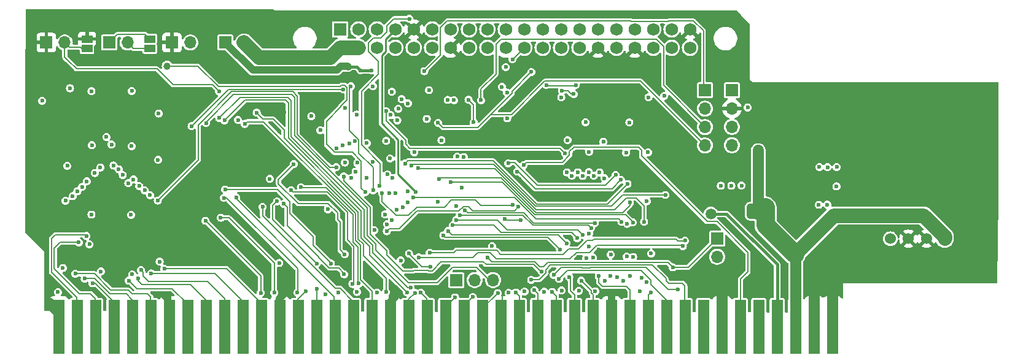
<source format=gbr>
%TF.GenerationSoftware,KiCad,Pcbnew,8.0.1*%
%TF.CreationDate,2024-05-25T23:06:58+03:00*%
%TF.ProjectId,PiStorm2k_v2.1,50695374-6f72-46d3-926b-5f76322e312e,rev?*%
%TF.SameCoordinates,Original*%
%TF.FileFunction,Copper,L4,Bot*%
%TF.FilePolarity,Positive*%
%FSLAX46Y46*%
G04 Gerber Fmt 4.6, Leading zero omitted, Abs format (unit mm)*
G04 Created by KiCad (PCBNEW 8.0.1) date 2024-05-25 23:06:58*
%MOMM*%
%LPD*%
G01*
G04 APERTURE LIST*
%TA.AperFunction,ComponentPad*%
%ADD10R,1.700000X1.700000*%
%TD*%
%TA.AperFunction,ComponentPad*%
%ADD11O,1.700000X1.700000*%
%TD*%
%TA.AperFunction,ConnectorPad*%
%ADD12R,1.600000X7.540000*%
%TD*%
%TA.AperFunction,ConnectorPad*%
%ADD13R,1.600000X7.539998*%
%TD*%
%TA.AperFunction,ConnectorPad*%
%ADD14R,1.600000X7.539996*%
%TD*%
%TA.AperFunction,ConnectorPad*%
%ADD15R,1.599998X7.539998*%
%TD*%
%TA.AperFunction,ConnectorPad*%
%ADD16R,1.599994X7.539994*%
%TD*%
%TA.AperFunction,ConnectorPad*%
%ADD17R,1.599996X7.539996*%
%TD*%
%TA.AperFunction,ComponentPad*%
%ADD18C,1.524000*%
%TD*%
%TA.AperFunction,SMDPad,CuDef*%
%ADD19R,1.500000X1.000000*%
%TD*%
%TA.AperFunction,ComponentPad*%
%ADD20R,1.750000X1.750000*%
%TD*%
%TA.AperFunction,ComponentPad*%
%ADD21C,1.750000*%
%TD*%
%TA.AperFunction,ViaPad*%
%ADD22C,0.600000*%
%TD*%
%TA.AperFunction,ViaPad*%
%ADD23C,1.500000*%
%TD*%
%TA.AperFunction,ViaPad*%
%ADD24C,1.000000*%
%TD*%
%TA.AperFunction,Conductor*%
%ADD25C,2.032000*%
%TD*%
%TA.AperFunction,Conductor*%
%ADD26C,1.000000*%
%TD*%
%TA.AperFunction,Conductor*%
%ADD27C,1.524000*%
%TD*%
%TA.AperFunction,Conductor*%
%ADD28C,0.200000*%
%TD*%
%TA.AperFunction,Conductor*%
%ADD29C,2.540000*%
%TD*%
%TA.AperFunction,Conductor*%
%ADD30C,0.400000*%
%TD*%
%TA.AperFunction,Conductor*%
%ADD31C,1.500000*%
%TD*%
%TA.AperFunction,Conductor*%
%ADD32C,0.750000*%
%TD*%
%TA.AperFunction,Conductor*%
%ADD33C,0.304800*%
%TD*%
%TA.AperFunction,Conductor*%
%ADD34C,0.500000*%
%TD*%
%TA.AperFunction,Conductor*%
%ADD35C,0.203200*%
%TD*%
%TA.AperFunction,Conductor*%
%ADD36C,0.200660*%
%TD*%
%TA.AperFunction,Conductor*%
%ADD37C,0.152400*%
%TD*%
%TA.AperFunction,Conductor*%
%ADD38C,0.254000*%
%TD*%
%TA.AperFunction,Conductor*%
%ADD39C,0.177800*%
%TD*%
%TA.AperFunction,Conductor*%
%ADD40C,0.381000*%
%TD*%
%TA.AperFunction,Conductor*%
%ADD41C,2.000000*%
%TD*%
G04 APERTURE END LIST*
D10*
%TO.P,IPL2-0,1*%
%TO.N,IPL2*%
X138620000Y-127520000D03*
D11*
%TO.P,IPL2-0,2*%
%TO.N,IPL1*%
X141160000Y-127520000D03*
%TO.P,IPL2-0,3*%
%TO.N,IPL0*%
X143700000Y-127520000D03*
%TD*%
D10*
%TO.P,PWR,1*%
%TO.N,+5V*%
X176630000Y-101290000D03*
D11*
%TO.P,PWR,2*%
%TO.N,GND*%
X176630000Y-103830000D03*
%TO.P,PWR,3*%
%TO.N,VCC_INT*%
X176630000Y-106370000D03*
%TO.P,PWR,4*%
%TO.N,VCC*%
X176630000Y-108910000D03*
%TD*%
D10*
%TO.P,JTAG,1*%
%TO.N,TDI*%
X172930000Y-101310000D03*
D11*
%TO.P,JTAG,2*%
%TO.N,TCK*%
X172930000Y-103850000D03*
%TO.P,JTAG,3*%
%TO.N,TMS*%
X172930000Y-106390000D03*
%TO.P,JTAG,4*%
%TO.N,TDO*%
X172930000Y-108930000D03*
%TD*%
D10*
%TO.P,H2,1*%
%TO.N,4_E*%
X90750000Y-94730000D03*
D11*
%TO.P,H2,2*%
%TO.N,E*%
X93290000Y-94730000D03*
%TD*%
D10*
%TO.P,H4,1*%
%TO.N,+5V*%
X106800000Y-94720000D03*
D11*
%TO.P,H4,2*%
%TO.N,PI_+5V*%
X109340000Y-94720000D03*
%TD*%
D12*
%TO.P,Zorro II / A(B) Co-Processor,1*%
%TO.N,GND*%
X190500000Y-134010001D03*
%TO.P,Zorro II / A(B) Co-Processor,3*%
X187960000Y-134010001D03*
%TO.P,Zorro II / A(B) Co-Processor,5*%
%TO.N,+5V*%
X185420000Y-134010001D03*
D13*
%TO.P,Zorro II / A(B) Co-Processor,7*%
%TO.N,V7M*%
X182880000Y-134010000D03*
D12*
%TO.P,Zorro II / A(B) Co-Processor,9*%
%TO.N,28MHz*%
X180340000Y-134010001D03*
%TO.P,Zorro II / A(B) Co-Processor,11*%
%TO.N,CFGOUTn*%
X177800000Y-134010001D03*
%TO.P,Zorro II / A(B) Co-Processor,13*%
%TO.N,GND*%
X175260000Y-134010001D03*
%TO.P,Zorro II / A(B) Co-Processor,15*%
%TO.N,CDAC*%
X172720000Y-134010001D03*
D13*
%TO.P,Zorro II / A(B) Co-Processor,17*%
%TO.N,OVR*%
X170180000Y-134010000D03*
D14*
%TO.P,Zorro II / A(B) Co-Processor,19*%
%TO.N,INT2*%
X167640000Y-134009999D03*
D12*
%TO.P,Zorro II / A(B) Co-Processor,21*%
%TO.N,A5*%
X165100000Y-134010001D03*
%TO.P,Zorro II / A(B) Co-Processor,23*%
%TO.N,A6*%
X162560000Y-134010001D03*
%TO.P,Zorro II / A(B) Co-Processor,25*%
%TO.N,GND*%
X160020000Y-134010001D03*
%TO.P,Zorro II / A(B) Co-Processor,27*%
%TO.N,A2*%
X157480000Y-134010001D03*
%TO.P,Zorro II / A(B) Co-Processor,29*%
%TO.N,A1*%
X154940000Y-134010001D03*
%TO.P,Zorro II / A(B) Co-Processor,31*%
%TO.N,FC0*%
X152400000Y-134010001D03*
%TO.P,Zorro II / A(B) Co-Processor,33*%
%TO.N,FC1*%
X149860000Y-134010001D03*
D13*
%TO.P,Zorro II / A(B) Co-Processor,35*%
%TO.N,FC2*%
X147320000Y-134010000D03*
D12*
%TO.P,Zorro II / A(B) Co-Processor,37*%
%TO.N,GND*%
X144780000Y-134010001D03*
%TO.P,Zorro II / A(B) Co-Processor,39*%
%TO.N,A13*%
X142240000Y-134010001D03*
%TO.P,Zorro II / A(B) Co-Processor,41*%
%TO.N,A14*%
X139700000Y-134010001D03*
%TO.P,Zorro II / A(B) Co-Processor,43*%
%TO.N,A15*%
X137160000Y-134010001D03*
%TO.P,Zorro II / A(B) Co-Processor,45*%
%TO.N,A16*%
X134620000Y-134010001D03*
%TO.P,Zorro II / A(B) Co-Processor,47*%
%TO.N,A17*%
X132080000Y-134010001D03*
%TO.P,Zorro II / A(B) Co-Processor,49*%
%TO.N,GND*%
X129540000Y-134010001D03*
%TO.P,Zorro II / A(B) Co-Processor,51*%
%TO.N,VMA*%
X127000000Y-134010001D03*
D15*
%TO.P,Zorro II / A(B) Co-Processor,53*%
%TO.N,RST*%
X124460001Y-134010000D03*
D12*
%TO.P,Zorro II / A(B) Co-Processor,55*%
%TO.N,HLT*%
X121920000Y-134010001D03*
%TO.P,Zorro II / A(B) Co-Processor,57*%
%TO.N,A22*%
X119380000Y-134010001D03*
%TO.P,Zorro II / A(B) Co-Processor,59*%
%TO.N,A23*%
X116840000Y-134010001D03*
%TO.P,Zorro II / A(B) Co-Processor,61*%
%TO.N,GND*%
X114300000Y-134010001D03*
%TO.P,Zorro II / A(B) Co-Processor,63*%
%TO.N,D15*%
X111760000Y-134010001D03*
D15*
%TO.P,Zorro II / A(B) Co-Processor,65*%
%TO.N,D14*%
X109220001Y-134010000D03*
D16*
%TO.P,Zorro II / A(B) Co-Processor,67*%
%TO.N,D13*%
X106680003Y-134009998D03*
D12*
%TO.P,Zorro II / A(B) Co-Processor,69*%
%TO.N,D12*%
X104140000Y-134010001D03*
%TO.P,Zorro II / A(B) Co-Processor,71*%
%TO.N,D11*%
X101600000Y-134010001D03*
%TO.P,Zorro II / A(B) Co-Processor,73*%
%TO.N,GND*%
X99060000Y-134010001D03*
D17*
%TO.P,Zorro II / A(B) Co-Processor,75*%
%TO.N,D0*%
X96520002Y-134009999D03*
D15*
%TO.P,Zorro II / A(B) Co-Processor,77*%
%TO.N,D1*%
X93980001Y-134010000D03*
D12*
%TO.P,Zorro II / A(B) Co-Processor,79*%
%TO.N,D2*%
X91440000Y-134010001D03*
%TO.P,Zorro II / A(B) Co-Processor,81*%
%TO.N,D3*%
X88900000Y-134010001D03*
%TO.P,Zorro II / A(B) Co-Processor,83*%
%TO.N,D4*%
X86360000Y-134010001D03*
%TO.P,Zorro II / A(B) Co-Processor,85*%
%TO.N,GND*%
X83820000Y-134010001D03*
%TD*%
D10*
%TO.P,H3,1*%
%TO.N,GND*%
X99400000Y-94730000D03*
D11*
%TO.P,H3,2*%
%TO.N,EXTRA*%
X101940000Y-94730000D03*
%TD*%
D18*
%TO.P,J1,1*%
%TO.N,+5V*%
X205968290Y-121812040D03*
%TO.P,J1,2*%
%TO.N,GND*%
X203468290Y-121812040D03*
%TO.P,J1,3*%
X200968290Y-121812040D03*
%TO.P,J1,4*%
%TO.N,+12V*%
X198468290Y-121812040D03*
%TD*%
D10*
%TO.P,BJ,1*%
%TO.N,BOSS*%
X174590000Y-121770000D03*
D11*
%TO.P,BJ,2*%
%TO.N,BOSS_G*%
X174590000Y-124310000D03*
%TD*%
D10*
%TO.P,H1,1*%
%TO.N,GND*%
X82100000Y-94730000D03*
D11*
%TO.P,H1,2*%
%TO.N,CLK_SEL*%
X84640000Y-94730000D03*
%TD*%
D19*
%TO.P,SJ2,1*%
%TO.N,E*%
X96350000Y-95530000D03*
%TO.P,SJ2,2*%
%TO.N,4_E*%
X96350000Y-94230000D03*
%TD*%
D20*
%TO.P,RPi,1*%
%TO.N,+3.3V*%
X122598290Y-92902040D03*
D21*
%TO.P,RPi,2*%
%TO.N,PI_+5V*%
X122598290Y-95442040D03*
%TO.P,RPi,3*%
%TO.N,SA2*%
X125138290Y-92902040D03*
%TO.P,RPi,4*%
%TO.N,PI_+5V*%
X125138290Y-95442040D03*
%TO.P,RPi,5*%
%TO.N,SA1*%
X127678290Y-92902040D03*
%TO.P,RPi,6*%
%TO.N,GND*%
X127678290Y-95442040D03*
%TO.P,RPi,7*%
%TO.N,PICLK*%
X130218290Y-92902040D03*
%TO.P,RPi,8*%
%TO.N,SD6*%
X130218290Y-95442040D03*
%TO.P,RPi,9*%
%TO.N,GND*%
X132758290Y-92902040D03*
%TO.P,RPi,10*%
%TO.N,SD7*%
X132758290Y-95442040D03*
%TO.P,RPi,11*%
%TO.N,SD9*%
X135298290Y-92902040D03*
%TO.P,RPi,12*%
%TO.N,SD10*%
X135298290Y-95442040D03*
%TO.P,RPi,13*%
%TO.N,TDI_PIN*%
X137838290Y-92902040D03*
%TO.P,RPi,14*%
%TO.N,GND*%
X137838290Y-95442040D03*
%TO.P,RPi,15*%
%TO.N,SD14*%
X140378290Y-92902040D03*
%TO.P,RPi,16*%
%TO.N,SD15*%
X140378290Y-95442040D03*
%TO.P,RPi,17*%
%TO.N,+3.3V*%
X142918290Y-92902040D03*
%TO.P,RPi,18*%
%TO.N,TMS_PIN*%
X142918290Y-95442040D03*
%TO.P,RPi,19*%
%TO.N,SD2*%
X145458290Y-92902040D03*
%TO.P,RPi,20*%
%TO.N,GND*%
X145458290Y-95442040D03*
%TO.P,RPi,21*%
%TO.N,SD1*%
X147998290Y-92902040D03*
%TO.P,RPi,22*%
%TO.N,TDO_PIN*%
X147998290Y-95442040D03*
%TO.P,RPi,23*%
%TO.N,SD3*%
X150538290Y-92902040D03*
%TO.P,RPi,24*%
%TO.N,SD0*%
X150538290Y-95442040D03*
%TO.P,RPi,25*%
%TO.N,GND*%
X153078290Y-92902040D03*
%TO.P,RPi,26*%
%TO.N,SWE*%
X153078290Y-95442040D03*
%TO.P,RPi,27*%
%TO.N,AUX0*%
X155618290Y-92902040D03*
%TO.P,RPi,28*%
%TO.N,AUX1*%
X155618290Y-95442040D03*
%TO.P,RPi,29*%
%TO.N,SA0*%
X158158290Y-92902040D03*
%TO.P,RPi,30*%
%TO.N,GND*%
X158158290Y-95442040D03*
%TO.P,RPi,31*%
%TO.N,SOE*%
X160698290Y-92902040D03*
%TO.P,RPi,32*%
%TO.N,SD4*%
X160698290Y-95442040D03*
%TO.P,RPi,33*%
%TO.N,SD5*%
X163238290Y-92902040D03*
%TO.P,RPi,34*%
%TO.N,GND*%
X163238290Y-95442040D03*
%TO.P,RPi,35*%
%TO.N,SD11*%
X165778290Y-92902040D03*
%TO.P,RPi,36*%
%TO.N,SD8*%
X165778290Y-95442040D03*
%TO.P,RPi,37*%
%TO.N,TCK_PIN*%
X168318290Y-92902040D03*
%TO.P,RPi,38*%
%TO.N,SD12*%
X168318290Y-95442040D03*
%TO.P,RPi,39*%
%TO.N,GND*%
X170858290Y-92902040D03*
%TO.P,RPi,40*%
%TO.N,SD13*%
X170858290Y-95442040D03*
%TD*%
D19*
%TO.P,SJ1,1*%
%TO.N,CLK_SEL*%
X87700000Y-95530000D03*
%TO.P,SJ1,2*%
%TO.N,GND*%
X87700000Y-94230000D03*
%TD*%
D22*
%TO.N,+5V*%
X180248290Y-109622040D03*
X112908290Y-113552040D03*
X125420000Y-98550000D03*
X181278290Y-117512040D03*
X122680000Y-98010000D03*
X185348290Y-125202040D03*
X179178290Y-118562040D03*
X181278290Y-118482040D03*
X179138290Y-117492040D03*
X123680000Y-98040000D03*
X114208290Y-125162040D03*
X185378290Y-124102040D03*
X139398290Y-114762040D03*
X185388290Y-127692040D03*
X126920000Y-98560000D03*
X180248290Y-117492040D03*
X195078290Y-118632040D03*
X185388290Y-126562040D03*
X180238290Y-118562040D03*
%TO.N,GND*%
X134288290Y-122272040D03*
X133190000Y-126820000D03*
X160520000Y-121070000D03*
X155448290Y-124342040D03*
X115090000Y-111440000D03*
X98948290Y-101632040D03*
X157758290Y-106872040D03*
X86858290Y-118572040D03*
X180380000Y-127120000D03*
X89298290Y-121102040D03*
X151160000Y-127500000D03*
X92348290Y-108792040D03*
X130208290Y-128962040D03*
X126770000Y-126340000D03*
X111738290Y-116242040D03*
X150840000Y-122810000D03*
X148640000Y-123100000D03*
X122828290Y-127472040D03*
X82558290Y-108762040D03*
X187980000Y-127000000D03*
X160528290Y-119722040D03*
X95528290Y-122802040D03*
X86888290Y-109012040D03*
X92628290Y-122232040D03*
X87195346Y-126052614D03*
X114830000Y-113910000D03*
X86868290Y-101432040D03*
X159238290Y-119992040D03*
X190460000Y-127020000D03*
X163828216Y-124142114D03*
X154978290Y-109932040D03*
X95338290Y-101292040D03*
X89828290Y-118482040D03*
X170880000Y-126660000D03*
X115098290Y-129282040D03*
X170258290Y-124412040D03*
X160808290Y-106292040D03*
X111318290Y-124882040D03*
X121800000Y-101870000D03*
X154728290Y-122592040D03*
X159630000Y-129010000D03*
X114268290Y-107012040D03*
X147080000Y-127390000D03*
X163558290Y-109832040D03*
X82558290Y-118412040D03*
X137788290Y-122992040D03*
X89828290Y-101432040D03*
X129828290Y-108272040D03*
X169268290Y-121342040D03*
X114868290Y-104322040D03*
X168530000Y-118300000D03*
X134768290Y-106072040D03*
X121220000Y-111000000D03*
X126948290Y-102132040D03*
X154940000Y-127430000D03*
X187248290Y-107302040D03*
X150380000Y-116290000D03*
X92348290Y-101432040D03*
X113907790Y-117462040D03*
X125888290Y-129162040D03*
X116980000Y-116190000D03*
X89668290Y-108932040D03*
X98050000Y-129430000D03*
X158238290Y-109872040D03*
X120800000Y-116330950D03*
X111760000Y-106934000D03*
X158278290Y-123352040D03*
X186658290Y-106412040D03*
X132400000Y-125640000D03*
X163958290Y-101582040D03*
X153700000Y-127710000D03*
X128118290Y-128462040D03*
X121920000Y-126780000D03*
X92288290Y-118532040D03*
X103348290Y-101672040D03*
X96638290Y-100512040D03*
X149378290Y-106382040D03*
X160928290Y-124192040D03*
X187838290Y-106412040D03*
X95418290Y-109062040D03*
X163758290Y-120722040D03*
X95828290Y-118572040D03*
X147330000Y-113610000D03*
X154907640Y-105444034D03*
X101208290Y-104452040D03*
X119238290Y-101992040D03*
X160538290Y-109832040D03*
%TO.N,CCKQ*%
X134960000Y-123745540D03*
X170168290Y-122082040D03*
%TO.N,INT6*%
X143560800Y-122843200D03*
X163950000Y-129080000D03*
%TO.N,XRDY*%
X169180000Y-128820000D03*
X147510000Y-119220000D03*
X152045000Y-126805000D03*
X145320000Y-119110000D03*
%TO.N,BOSS*%
X142900400Y-124409200D03*
X168480000Y-125760000D03*
%TO.N,IPL1*%
X113907790Y-116662537D03*
X119360187Y-125245649D03*
%TO.N,A7*%
X159138290Y-127592040D03*
X157778290Y-129062040D03*
%TO.N,A8*%
X159838290Y-126992040D03*
X155528290Y-129012040D03*
%TO.N,A9*%
X159918290Y-124002040D03*
X153148290Y-128942040D03*
%TO.N,A10*%
X150738290Y-129132040D03*
X160788290Y-127132040D03*
%TO.N,A11*%
X161638290Y-127662040D03*
X148028290Y-129092040D03*
%TO.N,A12*%
X145818290Y-129262040D03*
X162558290Y-126952040D03*
%TO.N,IPL2*%
X114838290Y-116982040D03*
X123160353Y-126729500D03*
%TO.N,IPL0*%
X104137042Y-105840792D03*
%TO.N,BEER*%
X105938290Y-105142040D03*
X132309518Y-128579164D03*
%TO.N,VPA*%
X106663590Y-105478411D03*
X131808290Y-129202040D03*
%TO.N,E*%
X111100000Y-104400000D03*
X128928290Y-129172040D03*
%TO.N,A18*%
X155388290Y-112642040D03*
X127688290Y-129252040D03*
%TO.N,BGACK*%
X106135372Y-118904958D03*
X113518290Y-129242040D03*
%TO.N,CBG*%
X111658290Y-129282040D03*
X104038290Y-119322040D03*
%TO.N,CBR*%
X116708290Y-129232040D03*
X106588290Y-116167540D03*
%TO.N,A21*%
X157578290Y-113122040D03*
X120557758Y-129495967D03*
%TO.N,D5*%
X83688290Y-129192040D03*
X89618290Y-126332040D03*
%TO.N,A20*%
X156898290Y-112612040D03*
X122368290Y-129262040D03*
%TO.N,A19*%
X156058290Y-113142040D03*
X124918290Y-129162040D03*
%TO.N,DATA_RD_LTCH_LB*%
X85358290Y-101042040D03*
%TO.N,SD6*%
X132842000Y-109880400D03*
X90378290Y-107762040D03*
X153958290Y-108202040D03*
%TO.N,SD7*%
X158898290Y-108402040D03*
X137442972Y-102643898D03*
X91088290Y-108802040D03*
X129488290Y-110722040D03*
%TO.N,SD10*%
X162228290Y-114262040D03*
X92628290Y-113002040D03*
X131546600Y-111429800D03*
X138306264Y-102676870D03*
%TO.N,SD15*%
X96408290Y-115802040D03*
X133338290Y-112092040D03*
X144908100Y-100840863D03*
X164518290Y-119482040D03*
%TO.N,TMS*%
X142030000Y-102676870D03*
%TO.N,TDO*%
X148960000Y-98790000D03*
X136098290Y-105802040D03*
%TO.N,SD0*%
X136838290Y-121352040D03*
X85728290Y-115932040D03*
X129090000Y-119810000D03*
X152917617Y-123317618D03*
%TO.N,SWE*%
X131968290Y-103132040D03*
%TO.N,AUX1*%
X130618290Y-103872040D03*
%TO.N,SD4*%
X139118290Y-118542040D03*
X131268290Y-117432040D03*
X157223125Y-120326875D03*
X88778290Y-112732040D03*
%TO.N,SD8*%
X91358290Y-111702040D03*
X160598290Y-113022040D03*
X145770000Y-111390000D03*
X124738290Y-112552040D03*
%TO.N,SD12*%
X94118290Y-113622040D03*
X162568290Y-116782040D03*
X136248290Y-113532040D03*
X129124869Y-112928100D03*
%TO.N,SD13*%
X162958290Y-119552040D03*
X129830000Y-113415700D03*
X137868290Y-113972040D03*
X94908290Y-114522040D03*
%TO.N,PICLK*%
X133068290Y-115372040D03*
%TO.N,SD9*%
X161318290Y-113672040D03*
X147009309Y-112541155D03*
X124128290Y-113422040D03*
X92078290Y-112222040D03*
X145455312Y-98103135D03*
%TO.N,TDI*%
X134220000Y-98680000D03*
%TO.N,SD14*%
X167448290Y-115762040D03*
X132458290Y-111742040D03*
X95668290Y-115132040D03*
%TO.N,SD2*%
X155108290Y-100592040D03*
X128800000Y-118452040D03*
X151028290Y-100592040D03*
X138138290Y-119952040D03*
X87038290Y-114662040D03*
X155292590Y-121736875D03*
%TO.N,SD1*%
X153198290Y-101382040D03*
X86368290Y-115262040D03*
X129738290Y-119252040D03*
X153818290Y-122422040D03*
X137488290Y-120752040D03*
X154828290Y-101842040D03*
%TO.N,SD3*%
X130418290Y-117832040D03*
X138618290Y-119232040D03*
X87678290Y-113882040D03*
X156098290Y-121292040D03*
%TO.N,AUX0*%
X131091310Y-102531470D03*
%TO.N,SA0*%
X129563528Y-104713209D03*
%TO.N,SOE*%
X134550000Y-105280000D03*
X128958290Y-108292040D03*
%TO.N,SD5*%
X139818290Y-117892040D03*
X157738290Y-119642040D03*
X131908290Y-116782040D03*
X89548290Y-111972040D03*
%TO.N,SD11*%
X132678290Y-116132040D03*
X93398290Y-114132040D03*
X161398290Y-119472040D03*
%TO.N,TCK*%
X136578290Y-108202040D03*
X167300000Y-102090000D03*
%TO.N,D0*%
X86098290Y-126632040D03*
%TO.N,D1*%
X87378290Y-127312040D03*
%TO.N,D2*%
X88458290Y-127962040D03*
%TO.N,D3*%
X86568290Y-122332040D03*
%TO.N,VCC*%
X134872772Y-101287228D03*
X93778290Y-118522040D03*
X189798290Y-111932040D03*
X123858290Y-108692040D03*
X191068290Y-111902040D03*
X191038290Y-114582040D03*
X88318290Y-118482040D03*
X88378290Y-108902040D03*
X93868290Y-109032040D03*
X156458460Y-105732251D03*
X127138290Y-100752040D03*
X123308290Y-103722040D03*
X129738290Y-101522040D03*
X88318290Y-101432040D03*
X156928290Y-109812040D03*
X189768290Y-117112040D03*
X123239532Y-123961709D03*
X175098290Y-114492040D03*
X156538290Y-124512040D03*
X156932048Y-121071508D03*
X188678290Y-111912040D03*
X116200000Y-111500000D03*
X188608290Y-117122040D03*
X130962400Y-124815600D03*
X130492090Y-105460878D03*
X162118290Y-124262040D03*
X162038290Y-109922040D03*
X136090000Y-116710000D03*
X88048290Y-122582040D03*
X162168290Y-119752040D03*
X93929210Y-126724990D03*
X177958290Y-114485415D03*
X93878290Y-101412040D03*
X162478290Y-105752040D03*
X138620000Y-117341080D03*
X176551720Y-114495990D03*
%TO.N,D4*%
X87618290Y-121432040D03*
%TO.N,D11*%
X93468290Y-127602040D03*
%TO.N,D12*%
X94778290Y-127262040D03*
%TO.N,D13*%
X95148290Y-126132040D03*
%TO.N,D14*%
X96548290Y-126602040D03*
%TO.N,D15*%
X98368290Y-125952040D03*
%TO.N,DATA_RD_LTCH_HB*%
X97578290Y-104522040D03*
X119868290Y-106832040D03*
%TO.N,DATA_RD_OE*%
X97498290Y-110932040D03*
X84988290Y-111752040D03*
X127098290Y-111162040D03*
%TO.N,VMA*%
X109461624Y-105956972D03*
%TO.N,FC2*%
X121329144Y-125230856D03*
X146838290Y-129242040D03*
X106758290Y-115012040D03*
%TO.N,FC1*%
X125188290Y-128002040D03*
X149398290Y-128922040D03*
X117188290Y-114692040D03*
%TO.N,FC0*%
X115848290Y-115112040D03*
X151833350Y-129160270D03*
X124307600Y-128061380D03*
%TO.N,HLT*%
X108265111Y-116117273D03*
%TO.N,RST*%
X111908790Y-117422040D03*
%TO.N,DATA_WR_OE*%
X123018290Y-101172040D03*
X102128290Y-106262040D03*
X97718290Y-124962040D03*
X84368290Y-125842040D03*
%TO.N,62_GCLK2*%
X123108290Y-113202040D03*
X150398290Y-126322040D03*
%TO.N,CLK_SEL*%
X105914214Y-101445786D03*
%TO.N,VCC_INT*%
X131958290Y-115272040D03*
X126278290Y-108612040D03*
X126228290Y-113432040D03*
X178798290Y-103682040D03*
X127334290Y-120630417D03*
%TO.N,DATA_WR_LTCH_HB*%
X122068290Y-111942040D03*
X97458290Y-116542040D03*
%TO.N,DATA_WR_LTCH_LB*%
X84728290Y-116572040D03*
X81528290Y-102762040D03*
%TO.N,ADDR_LTCH_8*%
X124978290Y-111322040D03*
X164888290Y-116632040D03*
%TO.N,ADDR_OE*%
X156868290Y-122902040D03*
X128957790Y-104191399D03*
X165488290Y-123852040D03*
X165068290Y-109882040D03*
X153628290Y-110032040D03*
X124888290Y-104672040D03*
%TO.N,ADDR_LTCH_0*%
X124638290Y-108352040D03*
X145655967Y-105182249D03*
%TO.N,ADDR_LTCH_16*%
X122968290Y-108942040D03*
X153098290Y-102282040D03*
%TO.N,ADDR_LTCH_24*%
X122088290Y-109332040D03*
X165128290Y-102292040D03*
%TO.N,CCK*%
X133438290Y-124372040D03*
X169858290Y-122832040D03*
%TO.N,CFGOUTn*%
X147894060Y-111655838D03*
%TO.N,OVR*%
X148950000Y-127480000D03*
%TO.N,INT2*%
X152780000Y-127360000D03*
%TO.N,A5*%
X157478290Y-124412040D03*
X165438290Y-129232040D03*
%TO.N,A6*%
X158268290Y-126992040D03*
%TO.N,A2*%
X155857002Y-127613980D03*
%TO.N,A1*%
X154199446Y-127085693D03*
%TO.N,A13*%
X163008290Y-124332040D03*
X144340000Y-129320000D03*
%TO.N,A14*%
X140910000Y-129870000D03*
X164218290Y-127202040D03*
%TO.N,A15*%
X164828290Y-127772040D03*
X138450000Y-129910000D03*
%TO.N,A16*%
X133738290Y-129272040D03*
X153868290Y-112652040D03*
%TO.N,A17*%
X132926194Y-129288651D03*
X154558290Y-113132040D03*
%TO.N,A22*%
X158378290Y-112652040D03*
X119360090Y-128752040D03*
%TO.N,A23*%
X117888290Y-129052040D03*
X159058290Y-113472040D03*
D23*
%TO.N,V7M*%
X173728290Y-118392040D03*
D22*
%TO.N,4_E*%
X108528290Y-105422040D03*
%TO.N,97_1B5*%
X135040000Y-125660000D03*
X132110000Y-123850000D03*
%TO.N,EXTRA*%
X120910000Y-117750000D03*
X118630000Y-104890000D03*
X123270000Y-111290000D03*
%TO.N,92_CPLD*%
X147187515Y-117396832D03*
X129050000Y-120770000D03*
%TO.N,87_CPLD*%
X128410000Y-115556340D03*
X146410000Y-117150000D03*
D24*
%TO.N,84_CPLD*%
X98755200Y-97993200D03*
D22*
X126060000Y-115390000D03*
%TO.N,85_CPLD*%
X145611444Y-101631444D03*
X124090000Y-100770000D03*
X127160000Y-115130000D03*
%TO.N,86_CPLD*%
X128025369Y-114470003D03*
X132160000Y-91440000D03*
%TO.N,89_CPLD*%
X129380000Y-115480000D03*
X141010000Y-105730000D03*
X138760000Y-110470000D03*
X140310000Y-102610000D03*
%TO.N,91_CPLD*%
X139660000Y-110526340D03*
X130250000Y-115540000D03*
%TO.N,TDO_PIN*%
X146370000Y-97040000D03*
%TD*%
D25*
%TO.N,+5V*%
X190686480Y-118612040D02*
X203065605Y-118612040D01*
D26*
X179138290Y-117492040D02*
X180248290Y-117492040D01*
D27*
X185323890Y-123974710D02*
X185400090Y-124050910D01*
D26*
X122171840Y-98518160D02*
X122680000Y-98010000D01*
D27*
X185400090Y-124050910D02*
X185400090Y-133990091D01*
X180269290Y-118500850D02*
X180269290Y-109634930D01*
D25*
X203065605Y-118612040D02*
X205968290Y-121514725D01*
D28*
X179138290Y-118522040D02*
X179178290Y-118562040D01*
D26*
X179138290Y-117492040D02*
X179138290Y-118522040D01*
D25*
X205968290Y-121514725D02*
X205968290Y-121812040D01*
D29*
X181264000Y-119914820D02*
X181264000Y-117506140D01*
D30*
X126910000Y-98550000D02*
X126920000Y-98560000D01*
D26*
X122680000Y-98010000D02*
X123650000Y-98010000D01*
X180238290Y-118562040D02*
X179178290Y-118562040D01*
D27*
X185400090Y-133990091D02*
X185420000Y-134010001D01*
D30*
X125420000Y-98550000D02*
X126910000Y-98550000D01*
D26*
X123650000Y-98010000D02*
X123680000Y-98040000D01*
D29*
X185323890Y-123974710D02*
X181264000Y-119914820D01*
D26*
X106800000Y-94720000D02*
X106800000Y-94750000D01*
X110568160Y-98518160D02*
X122171840Y-98518160D01*
D30*
X123680000Y-98040000D02*
X124910000Y-98040000D01*
D26*
X106800000Y-94750000D02*
X110568160Y-98518160D01*
D30*
X124910000Y-98040000D02*
X125420000Y-98550000D01*
D25*
X185323890Y-123974630D02*
X190686480Y-118612040D01*
X185323890Y-123974710D02*
X185323890Y-123974630D01*
D26*
%TO.N,GND*%
X114268290Y-130043840D02*
X115067460Y-129244670D01*
X160020000Y-129400000D02*
X160020000Y-134010001D01*
D28*
X83820000Y-134010001D02*
X83820000Y-132010000D01*
D31*
X83820000Y-132010000D02*
X82535000Y-130725000D01*
D32*
X98050000Y-129504210D02*
X98050000Y-129430000D01*
D26*
X130208290Y-129851710D02*
X129540000Y-130520000D01*
X114268290Y-133978291D02*
X114268290Y-130043840D01*
D33*
X99028290Y-133978291D02*
X99028290Y-130482500D01*
D26*
X114300000Y-134010001D02*
X114268290Y-133978291D01*
X129540000Y-130520000D02*
X129540000Y-134010001D01*
D34*
X159630000Y-129010000D02*
X160020000Y-129400000D01*
D28*
X144940000Y-133850001D02*
X144940000Y-129291801D01*
D31*
X187960000Y-127070000D02*
X187960000Y-134010001D01*
D26*
X130208290Y-128962040D02*
X130208290Y-129851710D01*
D28*
X146841801Y-127390000D02*
X147080000Y-127390000D01*
D31*
X190500000Y-134010001D02*
X190500000Y-125210000D01*
D28*
X144780000Y-134010001D02*
X144940000Y-133850001D01*
D32*
X99028290Y-130482500D02*
X98050000Y-129504210D01*
D28*
X82535000Y-130725000D02*
X82340000Y-130530000D01*
D33*
X99060000Y-134010001D02*
X99028290Y-133978291D01*
D28*
X144940000Y-129291801D02*
X146841801Y-127390000D01*
D31*
X175260000Y-134010001D02*
X175260000Y-128800000D01*
D28*
%TO.N,CCKQ*%
X153377042Y-123950000D02*
X144740891Y-123950000D01*
X157428002Y-122019040D02*
X156670498Y-122019040D01*
X138605921Y-123393200D02*
X138253581Y-123745540D01*
X138253581Y-123745540D02*
X134960000Y-123745540D01*
X155449538Y-123240000D02*
X154087042Y-123240000D01*
X144184091Y-123393200D02*
X138605921Y-123393200D01*
X157547042Y-121900000D02*
X157428002Y-122019040D01*
X170160040Y-122116190D02*
X169155728Y-122116190D01*
X169155728Y-122116190D02*
X168939538Y-121900000D01*
X168939538Y-121900000D02*
X157547042Y-121900000D01*
X144740891Y-123950000D02*
X144184091Y-123393200D01*
X156670498Y-122019040D02*
X155449538Y-123240000D01*
X154087042Y-123240000D02*
X153377042Y-123950000D01*
%TO.N,XRDY*%
X155999811Y-125812040D02*
X157076769Y-125812040D01*
X153070000Y-125780000D02*
X155967771Y-125780000D01*
X157108809Y-125780000D02*
X164760000Y-125780000D01*
X145320000Y-119110000D02*
X145430000Y-119220000D01*
X145430000Y-119220000D02*
X147510000Y-119220000D01*
X164760000Y-125780000D02*
X167800000Y-128820000D01*
X157076769Y-125812040D02*
X157108809Y-125780000D01*
X155967771Y-125780000D02*
X155999811Y-125812040D01*
X152045000Y-126805000D02*
X153070000Y-125780000D01*
X167800000Y-128820000D02*
X169180000Y-128820000D01*
%TO.N,BOSS*%
X156818859Y-125080000D02*
X167800000Y-125080000D01*
D33*
X142909200Y-124409200D02*
X142970000Y-124470000D01*
D28*
X156289761Y-125112040D02*
X156786819Y-125112040D01*
X170600000Y-125760000D02*
X174590000Y-121770000D01*
X167800000Y-125080000D02*
X168480000Y-125760000D01*
X151258163Y-125080000D02*
X156257721Y-125080000D01*
X143501200Y-125010000D02*
X149468417Y-125010000D01*
X149468417Y-125010000D02*
X150128057Y-125669640D01*
X168480000Y-125760000D02*
X170600000Y-125760000D01*
X150668523Y-125669640D02*
X151258163Y-125080000D01*
D33*
X142900400Y-124409200D02*
X142909200Y-124409200D01*
D28*
X156786819Y-125112040D02*
X156818859Y-125080000D01*
X150128057Y-125669640D02*
X150668523Y-125669640D01*
X142900400Y-124409200D02*
X143501200Y-125010000D01*
X156257721Y-125080000D02*
X156289761Y-125112040D01*
D35*
%TO.N,IPL1*%
X113856502Y-116662537D02*
X113907790Y-116662537D01*
X119360187Y-125245649D02*
X113306190Y-119191652D01*
X113306190Y-117212849D02*
X113856502Y-116662537D01*
D36*
X113907790Y-116662537D02*
X113957282Y-116662537D01*
D35*
X113306190Y-119191652D02*
X113306190Y-117212849D01*
D36*
%TO.N,IPL2*%
X119670220Y-124420220D02*
X119670220Y-124345556D01*
X115295030Y-119970366D02*
X115295030Y-117438780D01*
X123160353Y-126729500D02*
X123160353Y-126614103D01*
X122407960Y-125861710D02*
X121111710Y-125861710D01*
X115295030Y-117438780D02*
X114838290Y-116982040D01*
X119670220Y-124345556D02*
X115295030Y-119970366D01*
X123160353Y-126614103D02*
X122407960Y-125861710D01*
X121111710Y-125861710D02*
X119670220Y-124420220D01*
%TO.N,IPL0*%
X138099340Y-125740000D02*
X135986590Y-127852750D01*
X143700000Y-127520000D02*
X143200000Y-127520000D01*
X143200000Y-127520000D02*
X141420000Y-125740000D01*
X115912210Y-101875100D02*
X107923570Y-101875100D01*
X127518950Y-123387810D02*
X127518950Y-122556081D01*
X141420000Y-125740000D02*
X138099340Y-125740000D01*
X107923570Y-101875100D02*
X104137042Y-105661628D01*
X135986590Y-127852750D02*
X131983890Y-127852750D01*
X116308290Y-102271180D02*
X115912210Y-101875100D01*
X126307460Y-117571210D02*
X116308290Y-107572040D01*
X131983890Y-127852750D02*
X127518950Y-123387810D01*
X127518950Y-122556081D02*
X126307460Y-121344592D01*
X116308290Y-107572040D02*
X116308290Y-102271180D01*
X104137042Y-105661628D02*
X104137042Y-105840792D01*
X126307460Y-121344592D02*
X126307460Y-117571210D01*
%TO.N,BEER*%
X115423870Y-102275760D02*
X115869280Y-102721170D01*
X115869280Y-107763176D02*
X125906800Y-117800695D01*
X131948274Y-128579164D02*
X132309518Y-128579164D01*
X115869280Y-102721170D02*
X115869280Y-107763176D01*
X125906800Y-121510550D02*
X127118290Y-122722040D01*
X127118290Y-122722040D02*
X127118290Y-123749180D01*
X108804570Y-102275760D02*
X115423870Y-102275760D01*
X132345104Y-128614750D02*
X132309518Y-128579164D01*
X105938290Y-105142040D02*
X108804570Y-102275760D01*
X125906800Y-117800695D02*
X125906800Y-121510550D01*
X127118290Y-123749180D02*
X131948274Y-128579164D01*
%TO.N,VPA*%
X126717630Y-124104420D02*
X126717630Y-122887998D01*
X125506140Y-121676508D02*
X125506140Y-117966653D01*
X115062530Y-102676420D02*
X109465581Y-102676420D01*
X115468620Y-107929134D02*
X115468620Y-103082510D01*
X131831490Y-129218280D02*
X126717630Y-124104420D01*
X109465581Y-102676420D02*
X106663590Y-105478411D01*
X125506140Y-117966653D02*
X115468620Y-107929134D01*
X126717630Y-122887998D02*
X125506140Y-121676508D01*
X115468620Y-103082510D02*
X115062530Y-102676420D01*
%TO.N,E*%
X111100000Y-104400000D02*
X111962020Y-105262020D01*
X111962020Y-105262020D02*
X113367265Y-105262020D01*
X125825480Y-122562466D02*
X125825480Y-124159230D01*
X125105480Y-118132612D02*
X125105480Y-121842466D01*
X113367265Y-105262020D02*
X114868620Y-106763375D01*
X114868620Y-106763375D02*
X114868620Y-107895752D01*
D28*
X96350000Y-95530000D02*
X94090000Y-95530000D01*
D36*
X128928290Y-127262040D02*
X128928290Y-129172040D01*
X114868620Y-107895752D02*
X125105480Y-118132612D01*
X125105480Y-121842466D02*
X125825480Y-122562466D01*
X125825480Y-124159230D02*
X128928290Y-127262040D01*
D28*
X94090000Y-95530000D02*
X93290000Y-94730000D01*
D36*
%TO.N,BGACK*%
X113518290Y-125145385D02*
X113518290Y-129242040D01*
X107277863Y-118904958D02*
X113518290Y-125145385D01*
X106135372Y-118904958D02*
X107277863Y-118904958D01*
%TO.N,CBG*%
X111658290Y-126942040D02*
X111658290Y-129282040D01*
X104038290Y-119322040D02*
X111658290Y-126942040D01*
%TO.N,CBR*%
X116708290Y-129232040D02*
X116756340Y-129280090D01*
X106588290Y-116167540D02*
X106960580Y-116167540D01*
X116756340Y-125963300D02*
X116756340Y-129183990D01*
X106960580Y-116167540D02*
X116756340Y-125963300D01*
X116756340Y-129280090D02*
X116756340Y-129392270D01*
X116756340Y-129183990D02*
X116708290Y-129232040D01*
D37*
%TO.N,SD10*%
X159480900Y-117009430D02*
X162228290Y-114262040D01*
X131924360Y-111052040D02*
X143724466Y-111052040D01*
X131546600Y-111429800D02*
X131924360Y-111052040D01*
X143724466Y-111052040D02*
X149681856Y-117009430D01*
X149681856Y-117009430D02*
X159480900Y-117009430D01*
%TO.N,SD15*%
X160431890Y-117819780D02*
X149636890Y-117819780D01*
X164518290Y-117278300D02*
X163408770Y-116168780D01*
X162082890Y-116168780D02*
X160431890Y-117819780D01*
X164518290Y-119482040D02*
X164518290Y-117278300D01*
X133351030Y-112104780D02*
X133338290Y-112092040D01*
X143921890Y-112104780D02*
X133351030Y-112104780D01*
X163408770Y-116168780D02*
X162082890Y-116168780D01*
X149636890Y-117819780D02*
X143921890Y-112104780D01*
%TO.N,TMS*%
X144093290Y-94956710D02*
X144782960Y-94267040D01*
X167193290Y-100653290D02*
X172930000Y-106390000D01*
X144782960Y-94267040D02*
X166194281Y-94267040D01*
X166194281Y-94267040D02*
X167193290Y-95266049D01*
X144093290Y-99076710D02*
X144093290Y-94956710D01*
X142030000Y-102676870D02*
X142030000Y-101140000D01*
X167193290Y-95266049D02*
X167193290Y-100653290D01*
X142030000Y-101140000D02*
X144093290Y-99076710D01*
%TO.N,TDO*%
X150502090Y-100387910D02*
X146233951Y-104656049D01*
X164042040Y-100042040D02*
X150834130Y-100042040D01*
D28*
X148960000Y-98790000D02*
X146300000Y-101450000D01*
D37*
X172930000Y-108930000D02*
X164042040Y-100042040D01*
X143363951Y-104656049D02*
X141570000Y-106450000D01*
X136746250Y-106450000D02*
X136098290Y-105802040D01*
X150502090Y-100374080D02*
X150502090Y-100387910D01*
X150834130Y-100042040D02*
X150502090Y-100374080D01*
D28*
X146300000Y-101720000D02*
X143363951Y-104656049D01*
D37*
X146233951Y-104656049D02*
X143363951Y-104656049D01*
D28*
X146300000Y-101450000D02*
X146300000Y-101720000D01*
D37*
X141570000Y-106450000D02*
X136746250Y-106450000D01*
%TO.N,SD0*%
X152917617Y-123317618D02*
X151234859Y-121634860D01*
X137121110Y-121634860D02*
X136838290Y-121352040D01*
X151234859Y-121634860D02*
X137121110Y-121634860D01*
%TO.N,SD4*%
X157223125Y-120326875D02*
X156840690Y-119944440D01*
X147789518Y-118572040D02*
X139148290Y-118572040D01*
X156840690Y-119944440D02*
X149161918Y-119944440D01*
X149161918Y-119944440D02*
X147789518Y-118572040D01*
X139148290Y-118572040D02*
X139118290Y-118542040D01*
D36*
%TO.N,SD8*%
X149780137Y-114390910D02*
X159229420Y-114390910D01*
X146659227Y-111270000D02*
X149780137Y-114390910D01*
X145770000Y-111390000D02*
X145890000Y-111270000D01*
X159229420Y-114390910D02*
X160598290Y-113022040D01*
X145890000Y-111270000D02*
X146659227Y-111270000D01*
D37*
%TO.N,SD12*%
X161574890Y-118200780D02*
X162568290Y-117207380D01*
X149590232Y-118200780D02*
X161574890Y-118200780D01*
X136338290Y-113442040D02*
X144831492Y-113442040D01*
X162568290Y-117207380D02*
X162568290Y-116782040D01*
X136248290Y-113532040D02*
X136338290Y-113442040D01*
X144831492Y-113442040D02*
X149590232Y-118200780D01*
%TO.N,SD13*%
X162958290Y-119552040D02*
X162958290Y-119488290D01*
X144933834Y-113972040D02*
X137868290Y-113972040D01*
X162958290Y-119488290D02*
X161973180Y-118503180D01*
X161973180Y-118503180D02*
X149464974Y-118503180D01*
X149464974Y-118503180D02*
X144933834Y-113972040D01*
D38*
%TO.N,PICLK*%
X128331290Y-96488925D02*
X128880290Y-95939925D01*
X128880290Y-94574040D02*
X128878290Y-94572040D01*
X128878290Y-94242040D02*
X130218290Y-92902040D01*
X133068290Y-115372040D02*
X130570000Y-112873750D01*
X130570000Y-112873750D02*
X130570000Y-108127038D01*
X128331290Y-105888328D02*
X128331290Y-96488925D01*
X128880290Y-95939925D02*
X128880290Y-94574040D01*
X128878290Y-94572040D02*
X128878290Y-94242040D01*
X130570000Y-108127038D02*
X128331290Y-105888328D01*
D36*
%TO.N,SD9*%
X147137405Y-112541155D02*
X147009309Y-112541155D01*
X149495180Y-114898930D02*
X147137405Y-112541155D01*
X160091400Y-114898930D02*
X149495180Y-114898930D01*
X161318290Y-113672040D02*
X160091400Y-114898930D01*
D37*
%TO.N,TDI*%
X134220000Y-98680000D02*
X136423290Y-96476710D01*
X162722299Y-91727040D02*
X162772299Y-91777040D01*
X162772299Y-91777040D02*
X167815247Y-91777040D01*
X167815247Y-91777040D02*
X167841447Y-91750840D01*
X172700000Y-93115707D02*
X172700000Y-101080000D01*
X167841447Y-91750840D02*
X171335133Y-91750840D01*
X137351589Y-91727040D02*
X162722299Y-91727040D01*
X136423290Y-96476710D02*
X136423290Y-92655339D01*
X172700000Y-101080000D02*
X172930000Y-101310000D01*
X136423290Y-92655339D02*
X137351589Y-91727040D01*
X171335133Y-91750840D02*
X172700000Y-93115707D01*
%TO.N,SD14*%
X167442290Y-115763700D02*
X167442290Y-115768040D01*
X167422500Y-115787830D02*
X161574920Y-115787830D01*
X143810608Y-111565840D02*
X132634490Y-111565840D01*
X160050920Y-117311830D02*
X149556598Y-117311830D01*
X161574920Y-115787830D02*
X160050920Y-117311830D01*
X132634490Y-111565840D02*
X132458290Y-111742040D01*
X149556598Y-117311830D02*
X143810608Y-111565840D01*
X167442290Y-115768040D02*
X167422500Y-115787830D01*
%TO.N,SD2*%
X144785310Y-120949060D02*
X143788290Y-119952040D01*
D36*
X155108290Y-100592040D02*
X155025550Y-100674780D01*
D37*
X143788290Y-119952040D02*
X138138290Y-119952040D01*
D36*
X151111030Y-100674780D02*
X151028290Y-100592040D01*
D37*
X155292590Y-121736875D02*
X154504775Y-120949060D01*
D36*
X155025550Y-100674780D02*
X151111030Y-100674780D01*
D37*
X154504775Y-120949060D02*
X144785310Y-120949060D01*
D36*
%TO.N,SD1*%
X154027270Y-101382040D02*
X154487270Y-101842040D01*
X154828290Y-101842040D02*
X154737330Y-101862480D01*
D37*
X152675510Y-121279260D02*
X138015510Y-121279260D01*
D36*
X153198290Y-101382040D02*
X154027270Y-101382040D01*
X154487270Y-101842040D02*
X154828290Y-101842040D01*
D37*
X153818290Y-122422040D02*
X152675510Y-121279260D01*
D36*
X154737330Y-101862480D02*
X154716890Y-101862480D01*
D37*
X138015510Y-121279260D02*
X137488290Y-120752040D01*
%TO.N,SD3*%
X156098290Y-121292040D02*
X155399710Y-120593460D01*
X144268290Y-119232040D02*
X138618290Y-119232040D01*
X155399710Y-120593460D02*
X145629710Y-120593460D01*
X145629710Y-120593460D02*
X144268290Y-119232040D01*
%TO.N,SD5*%
X139818290Y-117892040D02*
X140195890Y-118269640D01*
X140195890Y-118269640D02*
X147914776Y-118269640D01*
X149287176Y-119642040D02*
X157738290Y-119642040D01*
X147914776Y-118269640D02*
X149287176Y-119642040D01*
%TO.N,SD11*%
X146666176Y-116132040D02*
X132678290Y-116132040D01*
X161398290Y-119472040D02*
X161016030Y-119089780D01*
X161016030Y-119089780D02*
X149623916Y-119089780D01*
X149623916Y-119089780D02*
X146666176Y-116132040D01*
D36*
%TO.N,D0*%
X88753174Y-126652944D02*
X90984480Y-128884250D01*
X96488290Y-133978287D02*
X96520002Y-134009999D01*
X86098290Y-126632040D02*
X86119194Y-126652944D01*
X96488290Y-129822040D02*
X96488290Y-133978287D01*
X90984480Y-128884250D02*
X93388290Y-128884250D01*
X93388290Y-128884250D02*
X93896290Y-129392250D01*
X93896290Y-129392250D02*
X96058500Y-129392250D01*
X86119194Y-126652944D02*
X88753174Y-126652944D01*
X96058500Y-129392250D02*
X96488290Y-129822040D01*
%TO.N,D1*%
X88768560Y-127312040D02*
X90848540Y-129392020D01*
X93118270Y-129392020D02*
X93948290Y-130222040D01*
X93948290Y-130222040D02*
X93948290Y-133978289D01*
X87378290Y-127312040D02*
X88768560Y-127312040D01*
X90848540Y-129392020D02*
X93118270Y-129392020D01*
X93948290Y-133978289D02*
X93980001Y-134010000D01*
%TO.N,D2*%
X88868400Y-127962040D02*
X91408290Y-130501930D01*
X91408290Y-130501930D02*
X91408290Y-133978291D01*
X88458290Y-127962040D02*
X88868400Y-127962040D01*
X91408290Y-133978291D02*
X91440000Y-134010001D01*
%TO.N,D3*%
X88868290Y-133978291D02*
X88900000Y-134010001D01*
X84006270Y-122284060D02*
X83190460Y-123099870D01*
X88868290Y-130082040D02*
X88868290Y-133978291D01*
X88163000Y-129376750D02*
X88868290Y-130082040D01*
X83190460Y-125922330D02*
X86644890Y-129376750D01*
X86644890Y-129376750D02*
X88163000Y-129376750D01*
X86520310Y-122284060D02*
X84006270Y-122284060D01*
X86568290Y-122332040D02*
X86520310Y-122284060D01*
X83190460Y-123099870D02*
X83190460Y-125922330D01*
%TO.N,VCC*%
X122268950Y-119142700D02*
X122268950Y-118258950D01*
X120940780Y-116930780D02*
X116818035Y-116930780D01*
X122597030Y-119470780D02*
X122268950Y-119142700D01*
X114100000Y-114212745D02*
X114100000Y-113640330D01*
X114100000Y-113640330D02*
X116200000Y-111540330D01*
X123239532Y-123961709D02*
X122597030Y-123319207D01*
X116818035Y-116930780D02*
X114100000Y-114212745D01*
X122268950Y-118258950D02*
X120940780Y-116930780D01*
X116200000Y-111540330D02*
X116200000Y-111500000D01*
X122597030Y-123319207D02*
X122597030Y-119470780D01*
%TO.N,D4*%
X87618290Y-121432040D02*
X87435030Y-121248780D01*
X86328290Y-133978291D02*
X86360000Y-134010001D01*
X86328290Y-129949150D02*
X86328290Y-133978291D01*
X83337810Y-121248780D02*
X82834890Y-121751700D01*
X82834890Y-126455750D02*
X86328290Y-129949150D01*
X87435030Y-121248780D02*
X83337810Y-121248780D01*
X82834890Y-121751700D02*
X82834890Y-126455750D01*
%TO.N,D11*%
X94587960Y-128721710D02*
X99449360Y-128721710D01*
X93468290Y-127602040D02*
X94587960Y-128721710D01*
X99449360Y-128721710D02*
X101580090Y-130852440D01*
%TO.N,D12*%
X95277790Y-128106750D02*
X101946750Y-128106750D01*
X104140000Y-130300000D02*
X104140000Y-134010001D01*
X101946750Y-128106750D02*
X104140000Y-130300000D01*
X94778290Y-127607250D02*
X95277790Y-128106750D01*
X94778290Y-127262040D02*
X94778290Y-127607250D01*
%TO.N,D13*%
X95420540Y-126404290D02*
X95420540Y-126979020D01*
X95420540Y-126979020D02*
X96167400Y-127725750D01*
X104295400Y-127725750D02*
X106680003Y-130110353D01*
X95148290Y-126132040D02*
X95420540Y-126404290D01*
X106680003Y-130110353D02*
X106680003Y-134009998D01*
X96167400Y-127725750D02*
X104295400Y-127725750D01*
%TO.N,D14*%
X96548290Y-126602040D02*
X96567580Y-126582750D01*
X105312750Y-126582750D02*
X109188290Y-130458290D01*
X96567580Y-126582750D02*
X105312750Y-126582750D01*
X109188290Y-130458290D02*
X109188290Y-134782040D01*
%TO.N,D15*%
X98368290Y-125952040D02*
X98372580Y-125947750D01*
X111728290Y-133978291D02*
X111760000Y-134010001D01*
X111728290Y-130713640D02*
X111728290Y-133978291D01*
X98372580Y-125947750D02*
X106962400Y-125947750D01*
X106962400Y-125947750D02*
X111728290Y-130713640D01*
%TO.N,VMA*%
X124704820Y-122008425D02*
X124704820Y-118298570D01*
X127000000Y-134750330D02*
X127000000Y-129035464D01*
X126968290Y-134782040D02*
X127000000Y-134750330D01*
X112068930Y-105662680D02*
X109755916Y-105662680D01*
X124704820Y-118298570D02*
X112068930Y-105662680D01*
X127000000Y-129035464D02*
X125424820Y-127460284D01*
X109755916Y-105662680D02*
X109461624Y-105956972D01*
X125424820Y-122728425D02*
X124704820Y-122008425D01*
X125424820Y-127460284D02*
X125424820Y-122728425D01*
%TO.N,FC2*%
X146838290Y-129242040D02*
X147300090Y-129703840D01*
D28*
X118880000Y-122700613D02*
X118880000Y-121493750D01*
D36*
X114008290Y-115012040D02*
X106758290Y-115012040D01*
X147300090Y-129703840D02*
X147300090Y-133990090D01*
X147320000Y-134010000D02*
X147320000Y-134750330D01*
D28*
X121329144Y-125149757D02*
X118880000Y-122700613D01*
X115695360Y-118309110D02*
X115695360Y-116699110D01*
D36*
X147300090Y-133990090D02*
X147320000Y-134010000D01*
X106710890Y-115025780D02*
X106724630Y-115012040D01*
X147320000Y-134750330D02*
X147288290Y-134782040D01*
D28*
X115695360Y-116699110D02*
X115668290Y-116672040D01*
X118880000Y-121493750D02*
X115695360Y-118309110D01*
X121329144Y-125230856D02*
X121329144Y-125149757D01*
D36*
X115668290Y-116672040D02*
X114008290Y-115012040D01*
D37*
%TO.N,FC1*%
X124378290Y-118469050D02*
X124378290Y-122288290D01*
D36*
X149398290Y-128922040D02*
X149445880Y-129058570D01*
X149860000Y-129383750D02*
X149398290Y-128922040D01*
D37*
X125098290Y-127912040D02*
X125188290Y-128002040D01*
X124378290Y-122288290D02*
X125098290Y-123008290D01*
X125098290Y-123008290D02*
X125098290Y-127912040D01*
X117248290Y-114752040D02*
X120661280Y-114752040D01*
D36*
X149860000Y-134750330D02*
X149860000Y-129383750D01*
D37*
X117188290Y-114692040D02*
X117248290Y-114752040D01*
X120661280Y-114752040D02*
X124378290Y-118469050D01*
D36*
X149828290Y-134782040D02*
X149860000Y-134750330D01*
D37*
%TO.N,FC0*%
X124307600Y-128061380D02*
X124508290Y-127860690D01*
D36*
X152400000Y-134750330D02*
X152368290Y-134782040D01*
D37*
X124508290Y-122845948D02*
X123618290Y-121955948D01*
X116077012Y-115340762D02*
X115848290Y-115112040D01*
X123618290Y-121955948D02*
X123618290Y-118136708D01*
X123618290Y-118136708D02*
X120822344Y-115340762D01*
X120822344Y-115340762D02*
X116077012Y-115340762D01*
D36*
X152400000Y-129726920D02*
X152400000Y-134750330D01*
X151833350Y-129160270D02*
X152400000Y-129726920D01*
D37*
X124508290Y-127860690D02*
X124508290Y-122845948D01*
D36*
%TO.N,HLT*%
X108265111Y-116117273D02*
X108265111Y-116318861D01*
X121920000Y-134010001D02*
X121920000Y-134750330D01*
X121767960Y-129821710D02*
X121767960Y-133857961D01*
X121920000Y-134750330D02*
X121888290Y-134782040D01*
X121767960Y-133857961D02*
X121920000Y-134010001D01*
X108265111Y-116318861D02*
X121767960Y-129821710D01*
%TO.N,RST*%
X111908790Y-118642540D02*
X121927960Y-128661710D01*
X121927960Y-128661710D02*
X122616955Y-128661710D01*
X124428290Y-133978289D02*
X124460001Y-134010000D01*
X122616955Y-128661710D02*
X124428290Y-130473045D01*
X124428290Y-130473045D02*
X124428290Y-133978289D01*
X111908790Y-117422040D02*
X111908790Y-118642540D01*
%TO.N,DATA_WR_OE*%
X102139710Y-106262040D02*
X107229710Y-101172040D01*
X107229710Y-101172040D02*
X123018290Y-101172040D01*
X102128290Y-106262040D02*
X102139710Y-106262040D01*
D28*
%TO.N,62_GCLK2*%
X134753998Y-126190000D02*
X134800998Y-126237000D01*
X134800998Y-126237000D02*
X135279002Y-126237000D01*
X132659712Y-126267000D02*
X132736712Y-126190000D01*
X149323443Y-125360000D02*
X150292193Y-126328750D01*
X150292193Y-126328750D02*
X150398890Y-126328750D01*
X136511128Y-125004874D02*
X142378474Y-125004874D01*
X142733600Y-125360000D02*
X149323443Y-125360000D01*
X132736712Y-126190000D02*
X134753998Y-126190000D01*
X142378474Y-125004874D02*
X142733600Y-125360000D01*
X126734790Y-121167585D02*
X129062890Y-123495685D01*
X123108290Y-113202040D02*
X123108290Y-113805888D01*
X131287110Y-126267000D02*
X132659712Y-126267000D01*
X123108290Y-113805888D02*
X126734790Y-117432388D01*
X129062890Y-124042780D02*
X131287110Y-126267000D01*
X129062890Y-123495685D02*
X129062890Y-124042780D01*
X135279002Y-126237000D02*
X136511128Y-125004874D01*
X126734790Y-117432388D02*
X126734790Y-121167585D01*
D39*
%TO.N,CLK_SEL*%
X85260000Y-95350000D02*
X84640000Y-94730000D01*
X97380000Y-98360000D02*
X99572860Y-100552860D01*
X105021288Y-100552860D02*
X105914214Y-101445786D01*
X87040000Y-95630000D02*
X86760000Y-95350000D01*
D28*
X84640000Y-94730000D02*
X84640000Y-96740000D01*
D39*
X87870000Y-95630000D02*
X87040000Y-95630000D01*
D28*
X84640000Y-96740000D02*
X85008900Y-97108900D01*
D39*
X86760000Y-95350000D02*
X85260000Y-95350000D01*
X85008900Y-97108900D02*
X86260000Y-98360000D01*
X99572860Y-100552860D02*
X105021288Y-100552860D01*
X86260000Y-98360000D02*
X97380000Y-98360000D01*
D37*
%TO.N,DATA_WR_LTCH_HB*%
X121210784Y-111942040D02*
X122068290Y-111942040D01*
X103048290Y-110941380D02*
X103048290Y-106115380D01*
X116068174Y-101498570D02*
X116684820Y-102115216D01*
X103048290Y-106115380D02*
X107665100Y-101498570D01*
X116684820Y-102115216D02*
X116684820Y-107416076D01*
X97458290Y-116531380D02*
X103048290Y-110941380D01*
X107665100Y-101498570D02*
X116068174Y-101498570D01*
X116684820Y-107416076D02*
X121210784Y-111942040D01*
X97458290Y-116542040D02*
X97458290Y-116531380D01*
%TO.N,ADDR_OE*%
X131642090Y-108205840D02*
X131642090Y-108780000D01*
X152917850Y-109321600D02*
X153628290Y-110032040D01*
X153548490Y-110066680D02*
X153628290Y-110032040D01*
X131642090Y-108780000D02*
X132183690Y-109321600D01*
X128957790Y-105521540D02*
X131642090Y-108205840D01*
X128957790Y-104191399D02*
X128957790Y-105521540D01*
X132183690Y-109321600D02*
X152917850Y-109321600D01*
D28*
%TO.N,CCK*%
X169907410Y-122852760D02*
X170007740Y-122752430D01*
X170007740Y-122752430D02*
X158565392Y-122752430D01*
X155188578Y-123715040D02*
X154293618Y-124610000D01*
X157028578Y-123715040D02*
X155188578Y-123715040D01*
X141553244Y-123748800D02*
X140930004Y-124372040D01*
X158538002Y-122725040D02*
X158018578Y-122725040D01*
X158565392Y-122752430D02*
X158538002Y-122725040D01*
X140930004Y-124372040D02*
X133438290Y-124372040D01*
X169829890Y-122852760D02*
X169907410Y-122852760D01*
X158018578Y-122725040D02*
X157028578Y-123715040D01*
X143275512Y-123748800D02*
X141553244Y-123748800D01*
X154293618Y-124610000D02*
X144136712Y-124610000D01*
X144136712Y-124610000D02*
X143275512Y-123748800D01*
%TO.N,CFGOUTn*%
X154228290Y-110280569D02*
X154228290Y-109783511D01*
X154228290Y-109783511D02*
X154831801Y-109180000D01*
X174562040Y-119442040D02*
X178820000Y-123700000D01*
X164158290Y-109583511D02*
X164158290Y-110378290D01*
X173222040Y-119442040D02*
X174562040Y-119442040D01*
X148289898Y-111260000D02*
X153248859Y-111260000D01*
X164158290Y-110378290D02*
X173222040Y-119442040D01*
X147894060Y-111655838D02*
X148289898Y-111260000D01*
X178820000Y-123700000D02*
X178820000Y-126370000D01*
X163754779Y-109180000D02*
X164158290Y-109583511D01*
X177800000Y-127390000D02*
X177800000Y-134010001D01*
X154831801Y-109180000D02*
X163754779Y-109180000D01*
X153248859Y-111260000D02*
X154228290Y-110280569D01*
X178820000Y-126370000D02*
X177800000Y-127390000D01*
%TO.N,OVR*%
X156963834Y-125430000D02*
X165641276Y-125430000D01*
X167538290Y-127327014D02*
X167538290Y-127609858D01*
X150068148Y-127430000D02*
X150948290Y-126549858D01*
X156112746Y-125430000D02*
X156144786Y-125462040D01*
X169770000Y-127940000D02*
X170148290Y-128318290D01*
X150948290Y-126081710D02*
X151600000Y-125430000D01*
X148950000Y-127480000D02*
X149000000Y-127430000D01*
X150948290Y-126549858D02*
X150948290Y-126081710D01*
X167538290Y-127609858D02*
X167868432Y-127940000D01*
X151600000Y-125430000D02*
X156112746Y-125430000D01*
X149000000Y-127430000D02*
X150068148Y-127430000D01*
X156931794Y-125462040D02*
X156963834Y-125430000D01*
X156144786Y-125462040D02*
X156931794Y-125462040D01*
X170148290Y-128318290D02*
X170148290Y-133978290D01*
X167868432Y-127940000D02*
X169770000Y-127940000D01*
X165641276Y-125430000D02*
X167538290Y-127327014D01*
X170148290Y-133978290D02*
X170180000Y-134010000D01*
%TO.N,INT2*%
X165428290Y-128144641D02*
X167640000Y-130356351D01*
X165428290Y-127508290D02*
X165428290Y-128144641D01*
X167640000Y-130356351D02*
X167640000Y-134009999D01*
X164140000Y-126220000D02*
X165428290Y-127508290D01*
X153920000Y-126220000D02*
X164140000Y-126220000D01*
X152780000Y-127360000D02*
X153920000Y-126220000D01*
D36*
%TO.N,A5*%
X165438290Y-129232040D02*
X165397290Y-129392250D01*
X165100000Y-134750330D02*
X165100000Y-129570330D01*
X165100000Y-129570330D02*
X165438290Y-129232040D01*
X165068290Y-134782040D02*
X165100000Y-134750330D01*
%TO.N,A6*%
X162560000Y-134750330D02*
X162528290Y-134782040D01*
X158268290Y-127843070D02*
X158801240Y-128376020D01*
X162560000Y-128883630D02*
X162560000Y-134750330D01*
X158801240Y-128376020D02*
X162095540Y-128376020D01*
X158268290Y-126992040D02*
X158268290Y-127843070D01*
X162095540Y-128376020D02*
X162413040Y-128736670D01*
X162413040Y-128736670D02*
X162560000Y-128883630D01*
%TO.N,A2*%
X157460090Y-129522125D02*
X157460090Y-133990091D01*
X157227960Y-129289995D02*
X157460090Y-129522125D01*
X157460090Y-133990091D02*
X157480000Y-134010001D01*
X157480000Y-134750330D02*
X157448290Y-134782040D01*
X157480000Y-134010001D02*
X157480000Y-134750330D01*
X157227960Y-128984938D02*
X157227960Y-129289995D01*
X155857002Y-127613980D02*
X157227960Y-128984938D01*
%TO.N,A1*%
X154920090Y-133990091D02*
X154940000Y-134010001D01*
X154199446Y-127085693D02*
X154340000Y-127226247D01*
X154340000Y-129002960D02*
X154920090Y-129583050D01*
X154940000Y-134010001D02*
X154940000Y-134750330D01*
X154340000Y-127226247D02*
X154340000Y-129002960D01*
X154940000Y-134750330D02*
X154908290Y-134782040D01*
X154920090Y-129583050D02*
X154920090Y-133990091D01*
%TO.N,A13*%
X142208290Y-133978291D02*
X142240000Y-134010001D01*
X144340000Y-129320000D02*
X142208290Y-131451710D01*
X142208290Y-131451710D02*
X142208290Y-133978291D01*
%TO.N,A14*%
X139668290Y-133978291D02*
X139700000Y-134010001D01*
X139668290Y-131111710D02*
X139668290Y-133978291D01*
X140910000Y-129870000D02*
X139668290Y-131111710D01*
%TO.N,A15*%
X137128290Y-133978291D02*
X137160000Y-134010001D01*
X138450000Y-129910000D02*
X137128290Y-131231710D01*
X137128290Y-131231710D02*
X137128290Y-133978291D01*
%TO.N,A16*%
X133738290Y-129272040D02*
X133774290Y-129392250D01*
X134620000Y-134010001D02*
X134588290Y-133978291D01*
X134588290Y-133978291D02*
X134588290Y-130122040D01*
X134588290Y-130122040D02*
X133738290Y-129272040D01*
%TO.N,A17*%
X132048290Y-133978291D02*
X132080000Y-134010001D01*
X132926194Y-129288651D02*
X132048290Y-130166555D01*
X132796740Y-129418105D02*
X132796740Y-129421460D01*
X132048290Y-130166555D02*
X132048290Y-133978291D01*
X132926194Y-129288651D02*
X132796740Y-129418105D01*
%TO.N,A22*%
X119360090Y-133990091D02*
X119380000Y-134010001D01*
X119380000Y-134010001D02*
X119380000Y-134750330D01*
X119380000Y-134750330D02*
X119348290Y-134782040D01*
X119360090Y-128752040D02*
X119360090Y-133990091D01*
X119360090Y-128752040D02*
X119360090Y-128650240D01*
%TO.N,A23*%
X116808290Y-133978291D02*
X116840000Y-134010001D01*
X117899290Y-129265250D02*
X117888290Y-129052040D01*
X117888290Y-129052040D02*
X116808290Y-130132040D01*
X116808290Y-130132040D02*
X116808290Y-133978291D01*
D40*
%TO.N,V7M*%
X175892040Y-118392040D02*
X173728290Y-118392040D01*
X182880000Y-134010000D02*
X182860090Y-133990090D01*
X173728290Y-118392040D02*
X173716040Y-118382410D01*
X182860090Y-133990090D02*
X182860090Y-125360090D01*
X182860090Y-125360090D02*
X175892040Y-118392040D01*
D28*
%TO.N,4_E*%
X95700000Y-93580000D02*
X91900000Y-93580000D01*
X91900000Y-93580000D02*
X90750000Y-94730000D01*
X96350000Y-94230000D02*
X95700000Y-93580000D01*
D41*
%TO.N,PI_+5V*%
X125138290Y-95442040D02*
X122598290Y-95442040D01*
X111438160Y-96818160D02*
X109340000Y-94720000D01*
X122598290Y-95442040D02*
X121222170Y-96818160D01*
X121222170Y-96818160D02*
X111438160Y-96818160D01*
D28*
%TO.N,97_1B5*%
X132110000Y-123850000D02*
X132140000Y-124000000D01*
X133877721Y-125660000D02*
X132110000Y-123892279D01*
X135040000Y-125660000D02*
X133877721Y-125660000D01*
X132110000Y-123892279D02*
X132110000Y-123850000D01*
%TO.N,92_CPLD*%
X130767960Y-120402040D02*
X129417960Y-120402040D01*
X133226560Y-117943440D02*
X130767960Y-120402040D01*
X147187515Y-117396832D02*
X146640907Y-117943440D01*
X139590472Y-117342040D02*
X138989072Y-117943440D01*
X140943440Y-117943440D02*
X140342040Y-117342040D01*
X138989072Y-117943440D02*
X133226560Y-117943440D01*
X146640907Y-117943440D02*
X140943440Y-117943440D01*
X129417960Y-120402040D02*
X129050000Y-120770000D01*
X129050000Y-120770000D02*
X129050000Y-120852279D01*
X140342040Y-117342040D02*
X139590472Y-117342040D01*
%TO.N,87_CPLD*%
X146370000Y-117190000D02*
X146410000Y-117150000D01*
X130290000Y-118570000D02*
X132034314Y-118570000D01*
X133154714Y-117449600D02*
X137007600Y-117449600D01*
X128410000Y-116690000D02*
X130290000Y-118570000D01*
X128410000Y-115556340D02*
X128410000Y-116690000D01*
X141274400Y-116484400D02*
X141980000Y-117190000D01*
X132034314Y-118570000D02*
X133154714Y-117449600D01*
X137972800Y-116484400D02*
X141274400Y-116484400D01*
X137007600Y-117449600D02*
X137972800Y-116484400D01*
X141980000Y-117190000D02*
X146370000Y-117190000D01*
%TO.N,84_CPLD*%
X125528290Y-111094222D02*
X124316108Y-109882040D01*
X124316108Y-109882040D02*
X121852040Y-109882040D01*
X122708290Y-103473511D02*
X123568290Y-102613511D01*
X123568290Y-100944222D02*
X123246108Y-100622040D01*
X105840126Y-100821710D02*
X103008416Y-97990000D01*
X123568290Y-102613511D02*
X123568290Y-100944222D01*
X122708290Y-103611710D02*
X122708290Y-103473511D01*
X122790472Y-100622040D02*
X122590802Y-100821710D01*
X126060000Y-115390000D02*
X125528290Y-114858290D01*
X121852040Y-109882040D02*
X120730000Y-108760000D01*
X120730000Y-105590000D02*
X122708290Y-103611710D01*
X125528290Y-114858290D02*
X125528290Y-111094222D01*
X123246108Y-100622040D02*
X122790472Y-100622040D01*
X120730000Y-108760000D02*
X120730000Y-105590000D01*
X103008416Y-97990000D02*
X98710000Y-97990000D01*
X122590802Y-100821710D02*
X105840126Y-100821710D01*
%TO.N,85_CPLD*%
X123918290Y-100941710D02*
X124090000Y-100770000D01*
X127160000Y-112001568D02*
X125188290Y-110029858D01*
X124090000Y-100770000D02*
X123918290Y-100799248D01*
X125188290Y-110029858D02*
X125188290Y-108124222D01*
X125188290Y-108124222D02*
X123918290Y-106854222D01*
X127160000Y-115130000D02*
X127160000Y-112001568D01*
X123918290Y-106854222D02*
X123918290Y-100941710D01*
%TO.N,86_CPLD*%
X127904290Y-97329741D02*
X126503290Y-95928741D01*
X128025369Y-114470003D02*
X128140000Y-114355372D01*
X128140000Y-114355372D02*
X128140000Y-111425932D01*
X127904290Y-99137511D02*
X127904290Y-97329741D01*
X128140000Y-111425932D02*
X125538290Y-108824222D01*
X126503290Y-95928741D02*
X126503290Y-94765339D01*
X129043290Y-92415339D02*
X130018629Y-91440000D01*
X125538290Y-108824222D02*
X125538290Y-101503511D01*
X128202960Y-94077040D02*
X129043290Y-93236710D01*
X127191589Y-94077040D02*
X128202960Y-94077040D01*
X129043290Y-93236710D02*
X129043290Y-92415339D01*
X126503290Y-94765339D02*
X127191589Y-94077040D01*
X125538290Y-101503511D02*
X127904290Y-99137511D01*
X130018629Y-91440000D02*
X132160000Y-91440000D01*
%TO.N,89_CPLD*%
X141010000Y-103310000D02*
X140310000Y-102610000D01*
X141010000Y-105730000D02*
X141010000Y-103310000D01*
%TO.N,TDO_PIN*%
X146400330Y-97040000D02*
X147998290Y-95442040D01*
X146370000Y-97040000D02*
X146400330Y-97040000D01*
D37*
X147985890Y-95454440D02*
X147998290Y-95442040D01*
%TD*%
%TA.AperFunction,Conductor*%
%TO.N,GND*%
G36*
X113356736Y-90159894D02*
G01*
X113418308Y-90176319D01*
X113471664Y-90206910D01*
X113527951Y-90239436D01*
X113527955Y-90239437D01*
X113527976Y-90239449D01*
X113528813Y-90239793D01*
X113529217Y-90239960D01*
X113529538Y-90240093D01*
X113592513Y-90256763D01*
X113592912Y-90256869D01*
X113655232Y-90273594D01*
X113655235Y-90273594D01*
X113655257Y-90273600D01*
X113656261Y-90273730D01*
X113656649Y-90273781D01*
X113656931Y-90273818D01*
X113656943Y-90273817D01*
X113656944Y-90273818D01*
X113721967Y-90273620D01*
X113722327Y-90273620D01*
X177273508Y-90298512D01*
X177340534Y-90318222D01*
X177364697Y-90338544D01*
X177935760Y-90959137D01*
X179072508Y-92194482D01*
X179103417Y-92257143D01*
X179105260Y-92278821D01*
X179083136Y-99587926D01*
X179082990Y-99590124D01*
X179082990Y-99636537D01*
X179082989Y-99636913D01*
X179082774Y-99707717D01*
X179082990Y-99711089D01*
X179082990Y-99728532D01*
X179096946Y-99780616D01*
X179117098Y-99855827D01*
X179132818Y-99883054D01*
X179182990Y-99969954D01*
X179276176Y-100063140D01*
X179390304Y-100129032D01*
X179517598Y-100163140D01*
X213248960Y-100163140D01*
X213315999Y-100182825D01*
X213361754Y-100235629D01*
X213372960Y-100287140D01*
X213372960Y-115948539D01*
X213372947Y-115950345D01*
X213365111Y-116488327D01*
X213200152Y-127814248D01*
X213200070Y-127819846D01*
X213179411Y-127886592D01*
X213125946Y-127931573D01*
X213076083Y-127942040D01*
X191978290Y-127942040D01*
X191978290Y-129942339D01*
X191958605Y-130009378D01*
X191905801Y-130055133D01*
X191836643Y-130065077D01*
X191773087Y-130036052D01*
X191745458Y-130001767D01*
X191743350Y-129997907D01*
X191657190Y-129882813D01*
X191657187Y-129882810D01*
X191542093Y-129796650D01*
X191542086Y-129796646D01*
X191407379Y-129746404D01*
X191407372Y-129746402D01*
X191347844Y-129740001D01*
X190750000Y-129740001D01*
X190750000Y-132009702D01*
X190250000Y-132008751D01*
X190250000Y-129740001D01*
X189652155Y-129740001D01*
X189592627Y-129746402D01*
X189592620Y-129746404D01*
X189457913Y-129796646D01*
X189457906Y-129796650D01*
X189342812Y-129882810D01*
X189329266Y-129900906D01*
X189273332Y-129942776D01*
X189203640Y-129947760D01*
X189142318Y-129914274D01*
X189130734Y-129900906D01*
X189117187Y-129882810D01*
X189002093Y-129796650D01*
X189002086Y-129796646D01*
X188867379Y-129746404D01*
X188867372Y-129746402D01*
X188807844Y-129740001D01*
X188210000Y-129740001D01*
X188210000Y-132004869D01*
X187710000Y-132003918D01*
X187710000Y-129740001D01*
X187112155Y-129740001D01*
X187052627Y-129746402D01*
X187052620Y-129746404D01*
X186917913Y-129796646D01*
X186917906Y-129796650D01*
X186802812Y-129882810D01*
X186802809Y-129882813D01*
X186716649Y-129997907D01*
X186716646Y-129997912D01*
X186673382Y-130113909D01*
X186631510Y-130169842D01*
X186566046Y-130194259D01*
X186497773Y-130179407D01*
X186454096Y-130139463D01*
X186449529Y-130132628D01*
X186437022Y-130113909D01*
X186433486Y-130108616D01*
X186412610Y-130041938D01*
X186412590Y-130039728D01*
X186412590Y-125087683D01*
X186432275Y-125020644D01*
X186448909Y-125000002D01*
X186463678Y-124985233D01*
X186483662Y-124965249D01*
X186624338Y-124771626D01*
X186732993Y-124558379D01*
X186736642Y-124547150D01*
X186737827Y-124543501D01*
X186806950Y-124330761D01*
X186809697Y-124313414D01*
X186839624Y-124250281D01*
X186844471Y-124245148D01*
X191174763Y-119914859D01*
X191236086Y-119881374D01*
X191262444Y-119878540D01*
X202489642Y-119878540D01*
X202556681Y-119898225D01*
X202577323Y-119914859D01*
X203079986Y-120417523D01*
X203113471Y-120478846D01*
X203108487Y-120548538D01*
X203066615Y-120604471D01*
X203039763Y-120618995D01*
X203039919Y-120619330D01*
X202834880Y-120714941D01*
X202770101Y-120760298D01*
X203332347Y-121322544D01*
X203272209Y-121338659D01*
X203156370Y-121405538D01*
X203061788Y-121500120D01*
X202994909Y-121615959D01*
X202978795Y-121676097D01*
X202416548Y-121113851D01*
X202371191Y-121178630D01*
X202330672Y-121265523D01*
X202284499Y-121317962D01*
X202217306Y-121337114D01*
X202150425Y-121316898D01*
X202105908Y-121265523D01*
X202065386Y-121178626D01*
X202020031Y-121113851D01*
X202020030Y-121113850D01*
X201457784Y-121676096D01*
X201441671Y-121615959D01*
X201374792Y-121500120D01*
X201280210Y-121405538D01*
X201164371Y-121338659D01*
X201104232Y-121322545D01*
X201666478Y-120760299D01*
X201666477Y-120760298D01*
X201601701Y-120714941D01*
X201601695Y-120714938D01*
X201401574Y-120621620D01*
X201401560Y-120621615D01*
X201188276Y-120564466D01*
X201188266Y-120564464D01*
X200968291Y-120545219D01*
X200968289Y-120545219D01*
X200748313Y-120564464D01*
X200748303Y-120564466D01*
X200535019Y-120621615D01*
X200535010Y-120621619D01*
X200334880Y-120714941D01*
X200270101Y-120760298D01*
X200832347Y-121322544D01*
X200772209Y-121338659D01*
X200656370Y-121405538D01*
X200561788Y-121500120D01*
X200494909Y-121615959D01*
X200478794Y-121676097D01*
X199916548Y-121113851D01*
X199871191Y-121178630D01*
X199777869Y-121378760D01*
X199777865Y-121378769D01*
X199720716Y-121592053D01*
X199720714Y-121592063D01*
X199716185Y-121643832D01*
X199690732Y-121708900D01*
X199634140Y-121749878D01*
X199564378Y-121753755D01*
X199503595Y-121719301D01*
X199471088Y-121657454D01*
X199469254Y-121645175D01*
X199468639Y-121638932D01*
X199466140Y-121613555D01*
X199408244Y-121422698D01*
X199408241Y-121422694D01*
X199408241Y-121422691D01*
X199314229Y-121246808D01*
X199314222Y-121246797D01*
X199187700Y-121092629D01*
X199056970Y-120985343D01*
X199033527Y-120966104D01*
X199033525Y-120966103D01*
X199033521Y-120966100D01*
X198857638Y-120872088D01*
X198857632Y-120872086D01*
X198666775Y-120814190D01*
X198666773Y-120814189D01*
X198666771Y-120814189D01*
X198468290Y-120794641D01*
X198269808Y-120814189D01*
X198078941Y-120872088D01*
X197903058Y-120966100D01*
X197903051Y-120966105D01*
X197748879Y-121092629D01*
X197622358Y-121246797D01*
X197622350Y-121246808D01*
X197528338Y-121422691D01*
X197470439Y-121613558D01*
X197450891Y-121812040D01*
X197470439Y-122010521D01*
X197470439Y-122010523D01*
X197470440Y-122010525D01*
X197524376Y-122188327D01*
X197528338Y-122201388D01*
X197622350Y-122377271D01*
X197622353Y-122377275D01*
X197622354Y-122377277D01*
X197638261Y-122396660D01*
X197748879Y-122531450D01*
X197842720Y-122608462D01*
X197903053Y-122657976D01*
X197903056Y-122657977D01*
X197903058Y-122657979D01*
X198078941Y-122751991D01*
X198078944Y-122751991D01*
X198078948Y-122751994D01*
X198269805Y-122809890D01*
X198468290Y-122829439D01*
X198666775Y-122809890D01*
X198857632Y-122751994D01*
X198865380Y-122747853D01*
X198948356Y-122703501D01*
X199033527Y-122657976D01*
X199187700Y-122531450D01*
X199314226Y-122377277D01*
X199381990Y-122250500D01*
X199408241Y-122201388D01*
X199408241Y-122201387D01*
X199408244Y-122201382D01*
X199466140Y-122010525D01*
X199469254Y-121978902D01*
X199495413Y-121914117D01*
X199552447Y-121873757D01*
X199622247Y-121870638D01*
X199682653Y-121905752D01*
X199714485Y-121967949D01*
X199716185Y-121980247D01*
X199720714Y-122032016D01*
X199720716Y-122032026D01*
X199777865Y-122245310D01*
X199777870Y-122245324D01*
X199871188Y-122445445D01*
X199871191Y-122445451D01*
X199916548Y-122510227D01*
X199916549Y-122510228D01*
X200478794Y-121947982D01*
X200494909Y-122008121D01*
X200561788Y-122123960D01*
X200656370Y-122218542D01*
X200772209Y-122285421D01*
X200832347Y-122301534D01*
X200270100Y-122863780D01*
X200334880Y-122909139D01*
X200334882Y-122909140D01*
X200535005Y-123002459D01*
X200535019Y-123002464D01*
X200748303Y-123059613D01*
X200748313Y-123059615D01*
X200968289Y-123078861D01*
X200968291Y-123078861D01*
X201188266Y-123059615D01*
X201188276Y-123059613D01*
X201401560Y-123002464D01*
X201401574Y-123002459D01*
X201601697Y-122909140D01*
X201601707Y-122909134D01*
X201666478Y-122863781D01*
X201104232Y-122301534D01*
X201164371Y-122285421D01*
X201280210Y-122218542D01*
X201374792Y-122123960D01*
X201441671Y-122008121D01*
X201457785Y-121947982D01*
X202020031Y-122510228D01*
X202065384Y-122445457D01*
X202065390Y-122445447D01*
X202105908Y-122358557D01*
X202152080Y-122306117D01*
X202219273Y-122286965D01*
X202286154Y-122307180D01*
X202330672Y-122358557D01*
X202371188Y-122445445D01*
X202371191Y-122445451D01*
X202416548Y-122510227D01*
X202416549Y-122510228D01*
X202978794Y-121947982D01*
X202994909Y-122008121D01*
X203061788Y-122123960D01*
X203156370Y-122218542D01*
X203272209Y-122285421D01*
X203332347Y-122301534D01*
X202770100Y-122863780D01*
X202834880Y-122909139D01*
X202834882Y-122909140D01*
X203035005Y-123002459D01*
X203035019Y-123002464D01*
X203248303Y-123059613D01*
X203248313Y-123059615D01*
X203468289Y-123078861D01*
X203468291Y-123078861D01*
X203688266Y-123059615D01*
X203688276Y-123059613D01*
X203901560Y-123002464D01*
X203901574Y-123002459D01*
X204101697Y-122909140D01*
X204101707Y-122909134D01*
X204166478Y-122863781D01*
X203604232Y-122301534D01*
X203664371Y-122285421D01*
X203780210Y-122218542D01*
X203874792Y-122123960D01*
X203941671Y-122008121D01*
X203957785Y-121947982D01*
X204520031Y-122510228D01*
X204565384Y-122445457D01*
X204565387Y-122445452D01*
X204603312Y-122364121D01*
X204649484Y-122311681D01*
X204716677Y-122292528D01*
X204783558Y-122312743D01*
X204826180Y-122360229D01*
X204884485Y-122474660D01*
X204885082Y-122475831D01*
X205002258Y-122637109D01*
X205143221Y-122778072D01*
X205304499Y-122895248D01*
X205482123Y-122985751D01*
X205671717Y-123047354D01*
X205868614Y-123078540D01*
X205868615Y-123078540D01*
X206067965Y-123078540D01*
X206067966Y-123078540D01*
X206264863Y-123047354D01*
X206454457Y-122985751D01*
X206632081Y-122895248D01*
X206793359Y-122778072D01*
X206934322Y-122637109D01*
X207051498Y-122475831D01*
X207142001Y-122298207D01*
X207203604Y-122108613D01*
X207234790Y-121911716D01*
X207234790Y-121415049D01*
X207203604Y-121218152D01*
X207142001Y-121028558D01*
X207051498Y-120850934D01*
X206956050Y-120719562D01*
X206934322Y-120689655D01*
X206934318Y-120689651D01*
X206934316Y-120689648D01*
X203890676Y-117646010D01*
X203890673Y-117646007D01*
X203861341Y-117624696D01*
X203748375Y-117542621D01*
X203729396Y-117528832D01*
X203642956Y-117484789D01*
X203551772Y-117438328D01*
X203518830Y-117427624D01*
X203518830Y-117427625D01*
X203402002Y-117389665D01*
X203362178Y-117376725D01*
X203362176Y-117376724D01*
X203362174Y-117376724D01*
X203165286Y-117345540D01*
X203165281Y-117345540D01*
X190786156Y-117345540D01*
X190586804Y-117345540D01*
X190586799Y-117345540D01*
X190450549Y-117367120D01*
X190381256Y-117358165D01*
X190327804Y-117313169D01*
X190307164Y-117246418D01*
X190308211Y-117228469D01*
X190323540Y-117112040D01*
X190304620Y-116968331D01*
X190264874Y-116872375D01*
X190249152Y-116834417D01*
X190249151Y-116834416D01*
X190249151Y-116834415D01*
X190160911Y-116719419D01*
X190045915Y-116631179D01*
X190045914Y-116631178D01*
X190045912Y-116631177D01*
X189912002Y-116575711D01*
X189912000Y-116575710D01*
X189911999Y-116575710D01*
X189793895Y-116560161D01*
X189768291Y-116556790D01*
X189768289Y-116556790D01*
X189624581Y-116575710D01*
X189624577Y-116575711D01*
X189490667Y-116631177D01*
X189447966Y-116663943D01*
X189375669Y-116719419D01*
X189375668Y-116719420D01*
X189375667Y-116719421D01*
X189282828Y-116840410D01*
X189226400Y-116881612D01*
X189156654Y-116885767D01*
X189095734Y-116851554D01*
X189086084Y-116840418D01*
X189000911Y-116729419D01*
X188885915Y-116641179D01*
X188885914Y-116641178D01*
X188885912Y-116641177D01*
X188752002Y-116585711D01*
X188752000Y-116585710D01*
X188751999Y-116585710D01*
X188680144Y-116576250D01*
X188608291Y-116566790D01*
X188608289Y-116566790D01*
X188464581Y-116585710D01*
X188464577Y-116585711D01*
X188330667Y-116641177D01*
X188215669Y-116729419D01*
X188127427Y-116844417D01*
X188071961Y-116978327D01*
X188071960Y-116978331D01*
X188054357Y-117112040D01*
X188053040Y-117122040D01*
X188070901Y-117257701D01*
X188071960Y-117265748D01*
X188071961Y-117265752D01*
X188127427Y-117399662D01*
X188127428Y-117399664D01*
X188127429Y-117399665D01*
X188215669Y-117514661D01*
X188330665Y-117602901D01*
X188330666Y-117602901D01*
X188330667Y-117602902D01*
X188338849Y-117606291D01*
X188464581Y-117658370D01*
X188586772Y-117674457D01*
X188608289Y-117677290D01*
X188608290Y-117677290D01*
X188608291Y-117677290D01*
X188629808Y-117674457D01*
X188751999Y-117658370D01*
X188885915Y-117602901D01*
X189000911Y-117514661D01*
X189089151Y-117399665D01*
X189089152Y-117399661D01*
X189093750Y-117393670D01*
X189150178Y-117352467D01*
X189219924Y-117348312D01*
X189280844Y-117382524D01*
X189290501Y-117393669D01*
X189328034Y-117442582D01*
X189375669Y-117504661D01*
X189490665Y-117592901D01*
X189618883Y-117646010D01*
X189618920Y-117646025D01*
X189673324Y-117689865D01*
X189695389Y-117756159D01*
X189678110Y-117823859D01*
X189659149Y-117848267D01*
X185591135Y-121916281D01*
X185529812Y-121949766D01*
X185460120Y-121944782D01*
X185415773Y-121916281D01*
X182820819Y-119321327D01*
X182787334Y-119260004D01*
X182784500Y-119233646D01*
X182784500Y-117386468D01*
X182762947Y-117250391D01*
X182747061Y-117150089D01*
X182673103Y-116922470D01*
X182673101Y-116922467D01*
X182673101Y-116922465D01*
X182629385Y-116836670D01*
X182564448Y-116709224D01*
X182534765Y-116668369D01*
X182423778Y-116515607D01*
X182423774Y-116515602D01*
X182254537Y-116346365D01*
X182254532Y-116346361D01*
X182060919Y-116205694D01*
X182060918Y-116205693D01*
X182060916Y-116205692D01*
X181953929Y-116151179D01*
X181847674Y-116097038D01*
X181620051Y-116023078D01*
X181386392Y-115986070D01*
X181323257Y-115956141D01*
X181286326Y-115896829D01*
X181281790Y-115863597D01*
X181281790Y-114582040D01*
X190483040Y-114582040D01*
X190500023Y-114711040D01*
X190501960Y-114725748D01*
X190501961Y-114725752D01*
X190557427Y-114859662D01*
X190557428Y-114859664D01*
X190557429Y-114859665D01*
X190645669Y-114974661D01*
X190760665Y-115062901D01*
X190894581Y-115118370D01*
X191021570Y-115135088D01*
X191038289Y-115137290D01*
X191038290Y-115137290D01*
X191038291Y-115137290D01*
X191053267Y-115135318D01*
X191181999Y-115118370D01*
X191315915Y-115062901D01*
X191430911Y-114974661D01*
X191519151Y-114859665D01*
X191574620Y-114725749D01*
X191593540Y-114582040D01*
X191574620Y-114438331D01*
X191529249Y-114328795D01*
X191519152Y-114304417D01*
X191519151Y-114304416D01*
X191519151Y-114304415D01*
X191430911Y-114189419D01*
X191315915Y-114101179D01*
X191315914Y-114101178D01*
X191315912Y-114101177D01*
X191182002Y-114045711D01*
X191182000Y-114045710D01*
X191181999Y-114045710D01*
X191110144Y-114036250D01*
X191038291Y-114026790D01*
X191038289Y-114026790D01*
X190894581Y-114045710D01*
X190894577Y-114045711D01*
X190760667Y-114101177D01*
X190645669Y-114189419D01*
X190557427Y-114304417D01*
X190501961Y-114438327D01*
X190501960Y-114438331D01*
X190483040Y-114582040D01*
X181281790Y-114582040D01*
X181281790Y-111912040D01*
X188123040Y-111912040D01*
X188141065Y-112048954D01*
X188141960Y-112055748D01*
X188141961Y-112055752D01*
X188197427Y-112189662D01*
X188197428Y-112189664D01*
X188197429Y-112189665D01*
X188285669Y-112304661D01*
X188400665Y-112392901D01*
X188400666Y-112392901D01*
X188400667Y-112392902D01*
X188437907Y-112408327D01*
X188534581Y-112448370D01*
X188661570Y-112465088D01*
X188678289Y-112467290D01*
X188678290Y-112467290D01*
X188678291Y-112467290D01*
X188693267Y-112465318D01*
X188821999Y-112448370D01*
X188955915Y-112392901D01*
X189070911Y-112304661D01*
X189132243Y-112224731D01*
X189188667Y-112183531D01*
X189258413Y-112179376D01*
X189319334Y-112213588D01*
X189328984Y-112224724D01*
X189405669Y-112324661D01*
X189520665Y-112412901D01*
X189654581Y-112468370D01*
X189778314Y-112484660D01*
X189798289Y-112487290D01*
X189798290Y-112487290D01*
X189798291Y-112487290D01*
X189818266Y-112484660D01*
X189941999Y-112468370D01*
X190075915Y-112412901D01*
X190190911Y-112324661D01*
X190279151Y-112209665D01*
X190324942Y-112099113D01*
X190368782Y-112044710D01*
X190435076Y-112022645D01*
X190502776Y-112039924D01*
X190550387Y-112091061D01*
X190554064Y-112099114D01*
X190587427Y-112179662D01*
X190587428Y-112179664D01*
X190587429Y-112179665D01*
X190675669Y-112294661D01*
X190790665Y-112382901D01*
X190924581Y-112438370D01*
X191046453Y-112454415D01*
X191068289Y-112457290D01*
X191068290Y-112457290D01*
X191068291Y-112457290D01*
X191090127Y-112454415D01*
X191211999Y-112438370D01*
X191345915Y-112382901D01*
X191460911Y-112294661D01*
X191549151Y-112179665D01*
X191604620Y-112045749D01*
X191623540Y-111902040D01*
X191604620Y-111758331D01*
X191549151Y-111624415D01*
X191460911Y-111509419D01*
X191345915Y-111421179D01*
X191345914Y-111421178D01*
X191345912Y-111421177D01*
X191212002Y-111365711D01*
X191212000Y-111365710D01*
X191211999Y-111365710D01*
X191140144Y-111356250D01*
X191068291Y-111346790D01*
X191068289Y-111346790D01*
X190924581Y-111365710D01*
X190924577Y-111365711D01*
X190790667Y-111421177D01*
X190675669Y-111509419D01*
X190587428Y-111624416D01*
X190541637Y-111734966D01*
X190497796Y-111789369D01*
X190431502Y-111811434D01*
X190363802Y-111794155D01*
X190316192Y-111743017D01*
X190312524Y-111734987D01*
X190279151Y-111654415D01*
X190190911Y-111539419D01*
X190075915Y-111451179D01*
X190075914Y-111451178D01*
X190075912Y-111451177D01*
X189942002Y-111395711D01*
X189942000Y-111395710D01*
X189941999Y-111395710D01*
X189870144Y-111386250D01*
X189798291Y-111376790D01*
X189798289Y-111376790D01*
X189654581Y-111395710D01*
X189654577Y-111395711D01*
X189520667Y-111451177D01*
X189498261Y-111468370D01*
X189405669Y-111539419D01*
X189405668Y-111539420D01*
X189405667Y-111539421D01*
X189344338Y-111619346D01*
X189287910Y-111660548D01*
X189218164Y-111664703D01*
X189157244Y-111630490D01*
X189147596Y-111619356D01*
X189070911Y-111519419D01*
X188955915Y-111431179D01*
X188955914Y-111431178D01*
X188955912Y-111431177D01*
X188822002Y-111375711D01*
X188822000Y-111375710D01*
X188821999Y-111375710D01*
X188750144Y-111366250D01*
X188678291Y-111356790D01*
X188678289Y-111356790D01*
X188534581Y-111375710D01*
X188534577Y-111375711D01*
X188400667Y-111431177D01*
X188285669Y-111519419D01*
X188197427Y-111634417D01*
X188141961Y-111768327D01*
X188141960Y-111768331D01*
X188123222Y-111910661D01*
X188123040Y-111912040D01*
X181281790Y-111912040D01*
X181281790Y-109535204D01*
X181242881Y-109339600D01*
X181242880Y-109339599D01*
X181242880Y-109339595D01*
X181240836Y-109334661D01*
X181166559Y-109155337D01*
X181166552Y-109155324D01*
X181055750Y-108989499D01*
X181055747Y-108989495D01*
X180914724Y-108848472D01*
X180914720Y-108848469D01*
X180748895Y-108737667D01*
X180748882Y-108737660D01*
X180564629Y-108661341D01*
X180564619Y-108661338D01*
X180369015Y-108622430D01*
X180369013Y-108622430D01*
X180169567Y-108622430D01*
X180169565Y-108622430D01*
X179973960Y-108661338D01*
X179973950Y-108661341D01*
X179789697Y-108737660D01*
X179789684Y-108737667D01*
X179623859Y-108848469D01*
X179623855Y-108848472D01*
X179482832Y-108989495D01*
X179482829Y-108989499D01*
X179372027Y-109155324D01*
X179372020Y-109155337D01*
X179295701Y-109339590D01*
X179295698Y-109339600D01*
X179256790Y-109535204D01*
X179256790Y-116617540D01*
X179237105Y-116684579D01*
X179184301Y-116730334D01*
X179132790Y-116741540D01*
X179064370Y-116741540D01*
X178919382Y-116770380D01*
X178919372Y-116770383D01*
X178782801Y-116826952D01*
X178782788Y-116826959D01*
X178659874Y-116909088D01*
X178659870Y-116909091D01*
X178555341Y-117013620D01*
X178555338Y-117013624D01*
X178473209Y-117136538D01*
X178473202Y-117136551D01*
X178416633Y-117273122D01*
X178416630Y-117273132D01*
X178387790Y-117418119D01*
X178387790Y-117418122D01*
X178387790Y-118595958D01*
X178387790Y-118595960D01*
X178387789Y-118595960D01*
X178416630Y-118740947D01*
X178416633Y-118740957D01*
X178473202Y-118877528D01*
X178473209Y-118877541D01*
X178555338Y-119000455D01*
X178555341Y-119000459D01*
X178575687Y-119020804D01*
X178595339Y-119040456D01*
X178651395Y-119096512D01*
X178699875Y-119144992D01*
X178822788Y-119227120D01*
X178822801Y-119227127D01*
X178939520Y-119275473D01*
X178959377Y-119283698D01*
X178959381Y-119283698D01*
X178959382Y-119283699D01*
X179104369Y-119312540D01*
X179104372Y-119312540D01*
X179619500Y-119312540D01*
X179686539Y-119332225D01*
X179732294Y-119385029D01*
X179743500Y-119436540D01*
X179743500Y-120034487D01*
X179745838Y-120049252D01*
X179745837Y-120049252D01*
X179780938Y-120270871D01*
X179854898Y-120498494D01*
X179887063Y-120561619D01*
X179888896Y-120565217D01*
X179963551Y-120711736D01*
X180104227Y-120905359D01*
X184333350Y-125134482D01*
X184336468Y-125136747D01*
X184379138Y-125192074D01*
X184387590Y-125237070D01*
X184387590Y-130112171D01*
X184385207Y-130136363D01*
X184369500Y-130215324D01*
X184369500Y-131873324D01*
X184349815Y-131940363D01*
X184297011Y-131986118D01*
X184245264Y-131997324D01*
X184054264Y-131996961D01*
X183987262Y-131977149D01*
X183941608Y-131924258D01*
X183930500Y-131872961D01*
X183930500Y-130215324D01*
X183930499Y-130215322D01*
X183915967Y-130142265D01*
X183915966Y-130142261D01*
X183912025Y-130136363D01*
X183860601Y-130059400D01*
X183777740Y-130004035D01*
X183777739Y-130004034D01*
X183777735Y-130004033D01*
X183704677Y-129989501D01*
X183704674Y-129989501D01*
X183425090Y-129989501D01*
X183358051Y-129969816D01*
X183312296Y-129917012D01*
X183301090Y-129865501D01*
X183301090Y-125302031D01*
X183300371Y-125299348D01*
X183271037Y-125189871D01*
X183212978Y-125089310D01*
X179693333Y-121569665D01*
X176162823Y-118039154D01*
X176162820Y-118039152D01*
X176156926Y-118035749D01*
X176156925Y-118035748D01*
X176062262Y-117981095D01*
X176062261Y-117981094D01*
X176014774Y-117968370D01*
X175950099Y-117951040D01*
X175950097Y-117951040D01*
X174701348Y-117951040D01*
X174634309Y-117931355D01*
X174591989Y-117885492D01*
X174564201Y-117833503D01*
X174564199Y-117833500D01*
X174439173Y-117681156D01*
X174286829Y-117556130D01*
X174286822Y-117556126D01*
X174113023Y-117463228D01*
X174113017Y-117463226D01*
X173924422Y-117406016D01*
X173924419Y-117406015D01*
X173728290Y-117386699D01*
X173532160Y-117406015D01*
X173343556Y-117463228D01*
X173169757Y-117556126D01*
X173169750Y-117556130D01*
X173017406Y-117681156D01*
X172892380Y-117833500D01*
X172892376Y-117833507D01*
X172799478Y-118007306D01*
X172797637Y-118013375D01*
X172742266Y-118195908D01*
X172742265Y-118195910D01*
X172740498Y-118201738D01*
X172738904Y-118201254D01*
X172710207Y-118256080D01*
X172649482Y-118290638D01*
X172579714Y-118286880D01*
X172533317Y-118257635D01*
X168767722Y-114492040D01*
X174543040Y-114492040D01*
X174555432Y-114586168D01*
X174561960Y-114635748D01*
X174561961Y-114635752D01*
X174617427Y-114769662D01*
X174617428Y-114769664D01*
X174617429Y-114769665D01*
X174705669Y-114884661D01*
X174820665Y-114972901D01*
X174820666Y-114972901D01*
X174820667Y-114972902D01*
X174836401Y-114979419D01*
X174954581Y-115028370D01*
X175081570Y-115045088D01*
X175098289Y-115047290D01*
X175098290Y-115047290D01*
X175098291Y-115047290D01*
X175113267Y-115045318D01*
X175241999Y-115028370D01*
X175375915Y-114972901D01*
X175490911Y-114884661D01*
X175579151Y-114769665D01*
X175634620Y-114635749D01*
X175653020Y-114495990D01*
X175996470Y-114495990D01*
X176010028Y-114598975D01*
X176015390Y-114639698D01*
X176015391Y-114639702D01*
X176070857Y-114773612D01*
X176070858Y-114773614D01*
X176070859Y-114773615D01*
X176159099Y-114888611D01*
X176274095Y-114976851D01*
X176274096Y-114976851D01*
X176274097Y-114976852D01*
X176303679Y-114989105D01*
X176408011Y-115032320D01*
X176535000Y-115049038D01*
X176551719Y-115051240D01*
X176551720Y-115051240D01*
X176551721Y-115051240D01*
X176566697Y-115049268D01*
X176695429Y-115032320D01*
X176829345Y-114976851D01*
X176944341Y-114888611D01*
X177032581Y-114773615D01*
X177088050Y-114639699D01*
X177106970Y-114495990D01*
X177105578Y-114485415D01*
X177403040Y-114485415D01*
X177421960Y-114629123D01*
X177421961Y-114629127D01*
X177477427Y-114763037D01*
X177477428Y-114763039D01*
X177477429Y-114763040D01*
X177565669Y-114878036D01*
X177680665Y-114966276D01*
X177814581Y-115021745D01*
X177941570Y-115038463D01*
X177958289Y-115040665D01*
X177958290Y-115040665D01*
X177958291Y-115040665D01*
X177973267Y-115038693D01*
X178101999Y-115021745D01*
X178235915Y-114966276D01*
X178350911Y-114878036D01*
X178439151Y-114763040D01*
X178494620Y-114629124D01*
X178513540Y-114485415D01*
X178512350Y-114476380D01*
X178509369Y-114453735D01*
X178494620Y-114341706D01*
X178439391Y-114208369D01*
X178439152Y-114207792D01*
X178439151Y-114207791D01*
X178439151Y-114207790D01*
X178350911Y-114092794D01*
X178235915Y-114004554D01*
X178235914Y-114004553D01*
X178235912Y-114004552D01*
X178102002Y-113949086D01*
X178102000Y-113949085D01*
X178101999Y-113949085D01*
X178008611Y-113936790D01*
X177958291Y-113930165D01*
X177958289Y-113930165D01*
X177814581Y-113949085D01*
X177814577Y-113949086D01*
X177680667Y-114004552D01*
X177565669Y-114092794D01*
X177477427Y-114207792D01*
X177421961Y-114341702D01*
X177421960Y-114341706D01*
X177403040Y-114485414D01*
X177403040Y-114485415D01*
X177105578Y-114485415D01*
X177088050Y-114352281D01*
X177045546Y-114249665D01*
X177032582Y-114218367D01*
X177032581Y-114218366D01*
X177032581Y-114218365D01*
X176944341Y-114103369D01*
X176829345Y-114015129D01*
X176829344Y-114015128D01*
X176829342Y-114015127D01*
X176695432Y-113959661D01*
X176695430Y-113959660D01*
X176695429Y-113959660D01*
X176615113Y-113949086D01*
X176551721Y-113940740D01*
X176551719Y-113940740D01*
X176408011Y-113959660D01*
X176408007Y-113959661D01*
X176274097Y-114015127D01*
X176159099Y-114103369D01*
X176070857Y-114218367D01*
X176015391Y-114352277D01*
X176015390Y-114352281D01*
X175998983Y-114476906D01*
X175996470Y-114495990D01*
X175653020Y-114495990D01*
X175653540Y-114492040D01*
X175651519Y-114476693D01*
X175647943Y-114449529D01*
X175634620Y-114348331D01*
X175579151Y-114214415D01*
X175490911Y-114099419D01*
X175375915Y-114011179D01*
X175375914Y-114011178D01*
X175375912Y-114011177D01*
X175242002Y-113955711D01*
X175242000Y-113955710D01*
X175241999Y-113955710D01*
X175158075Y-113944661D01*
X175098291Y-113936790D01*
X175098289Y-113936790D01*
X174954581Y-113955710D01*
X174954577Y-113955711D01*
X174820667Y-114011177D01*
X174705669Y-114099419D01*
X174617427Y-114214417D01*
X174561961Y-114348327D01*
X174561960Y-114348331D01*
X174545061Y-114476693D01*
X174543040Y-114492040D01*
X168767722Y-114492040D01*
X164917401Y-110641719D01*
X164883916Y-110580396D01*
X164888900Y-110510704D01*
X164930772Y-110454771D01*
X164996236Y-110430354D01*
X165021264Y-110431098D01*
X165068290Y-110437290D01*
X165211999Y-110418370D01*
X165345915Y-110362901D01*
X165460911Y-110274661D01*
X165549151Y-110159665D01*
X165604620Y-110025749D01*
X165623540Y-109882040D01*
X165604620Y-109738331D01*
X165558105Y-109626033D01*
X165549152Y-109604417D01*
X165549151Y-109604416D01*
X165549151Y-109604415D01*
X165460911Y-109489419D01*
X165345915Y-109401179D01*
X165345914Y-109401178D01*
X165345912Y-109401177D01*
X165212002Y-109345711D01*
X165212000Y-109345710D01*
X165211999Y-109345710D01*
X165128075Y-109334661D01*
X165068291Y-109326790D01*
X165068289Y-109326790D01*
X164924581Y-109345710D01*
X164924577Y-109345711D01*
X164790667Y-109401177D01*
X164762356Y-109422901D01*
X164675669Y-109489419D01*
X164675667Y-109489420D01*
X164672068Y-109492183D01*
X164606899Y-109517377D01*
X164538454Y-109503339D01*
X164489129Y-109455174D01*
X164488971Y-109455266D01*
X164488645Y-109454702D01*
X164488464Y-109454525D01*
X164488044Y-109453661D01*
X164479217Y-109438374D01*
X164479214Y-109438369D01*
X164438760Y-109368299D01*
X163969991Y-108899530D01*
X163969990Y-108899529D01*
X163969987Y-108899527D01*
X163890067Y-108853386D01*
X163890060Y-108853384D01*
X163881832Y-108851179D01*
X163881831Y-108851179D01*
X163841376Y-108840339D01*
X163800923Y-108829500D01*
X163800922Y-108829500D01*
X159502666Y-108829500D01*
X159435627Y-108809815D01*
X159389872Y-108757011D01*
X159379928Y-108687853D01*
X159388105Y-108658048D01*
X159414360Y-108594661D01*
X159434620Y-108545749D01*
X159453540Y-108402040D01*
X159434620Y-108258331D01*
X159385661Y-108140132D01*
X159379152Y-108124417D01*
X159379151Y-108124416D01*
X159379151Y-108124415D01*
X159290911Y-108009419D01*
X159175915Y-107921179D01*
X159175914Y-107921178D01*
X159175912Y-107921177D01*
X159042002Y-107865711D01*
X159042000Y-107865710D01*
X159041999Y-107865710D01*
X158970144Y-107856250D01*
X158898291Y-107846790D01*
X158898289Y-107846790D01*
X158754581Y-107865710D01*
X158754577Y-107865711D01*
X158620667Y-107921177D01*
X158505669Y-108009419D01*
X158417427Y-108124417D01*
X158361961Y-108258327D01*
X158361960Y-108258331D01*
X158343040Y-108402040D01*
X158359151Y-108524416D01*
X158361960Y-108545748D01*
X158361961Y-108545752D01*
X158408475Y-108658048D01*
X158415944Y-108727517D01*
X158384669Y-108789996D01*
X158324579Y-108825648D01*
X158293914Y-108829500D01*
X154785657Y-108829500D01*
X154704749Y-108851179D01*
X154704748Y-108851179D01*
X154696515Y-108853384D01*
X154696514Y-108853385D01*
X154616591Y-108899529D01*
X154616585Y-108899533D01*
X154006238Y-109509880D01*
X153944915Y-109543365D01*
X153875223Y-109538381D01*
X153871105Y-109536760D01*
X153772002Y-109495711D01*
X153772000Y-109495710D01*
X153771999Y-109495710D01*
X153700144Y-109486250D01*
X153628291Y-109476790D01*
X153628290Y-109476790D01*
X153606529Y-109479654D01*
X153537494Y-109468885D01*
X153502668Y-109444395D01*
X153118450Y-109060177D01*
X153118448Y-109060175D01*
X153108472Y-109054415D01*
X153043957Y-109017166D01*
X153043954Y-109017165D01*
X153043953Y-109017164D01*
X153043952Y-109017164D01*
X152960861Y-108994900D01*
X152960860Y-108994900D01*
X136665335Y-108994900D01*
X136598296Y-108975215D01*
X136579726Y-108953784D01*
X136573557Y-108963640D01*
X136510351Y-108993419D01*
X136491245Y-108994900D01*
X132370375Y-108994900D01*
X132303336Y-108975215D01*
X132282694Y-108958581D01*
X132005109Y-108680996D01*
X131971624Y-108619673D01*
X131968790Y-108593315D01*
X131968790Y-108202040D01*
X136023040Y-108202040D01*
X136035860Y-108299419D01*
X136041960Y-108345748D01*
X136041961Y-108345752D01*
X136097427Y-108479662D01*
X136097428Y-108479664D01*
X136097429Y-108479665D01*
X136185669Y-108594661D01*
X136300665Y-108682901D01*
X136300666Y-108682901D01*
X136300667Y-108682902D01*
X136304914Y-108684661D01*
X136434581Y-108738370D01*
X136507431Y-108747961D01*
X136571327Y-108776228D01*
X136577654Y-108785820D01*
X136630400Y-108751923D01*
X136649149Y-108747961D01*
X136721999Y-108738370D01*
X136855915Y-108682901D01*
X136970911Y-108594661D01*
X137059151Y-108479665D01*
X137114620Y-108345749D01*
X137133540Y-108202040D01*
X153403040Y-108202040D01*
X153415860Y-108299419D01*
X153421960Y-108345748D01*
X153421961Y-108345752D01*
X153477427Y-108479662D01*
X153477428Y-108479664D01*
X153477429Y-108479665D01*
X153565669Y-108594661D01*
X153680665Y-108682901D01*
X153680666Y-108682901D01*
X153680667Y-108682902D01*
X153684914Y-108684661D01*
X153814581Y-108738370D01*
X153936453Y-108754415D01*
X153958289Y-108757290D01*
X153958290Y-108757290D01*
X153958291Y-108757290D01*
X153980127Y-108754415D01*
X154101999Y-108738370D01*
X154235915Y-108682901D01*
X154350911Y-108594661D01*
X154439151Y-108479665D01*
X154494620Y-108345749D01*
X154513540Y-108202040D01*
X154494620Y-108058331D01*
X154445878Y-107940655D01*
X154439152Y-107924417D01*
X154439151Y-107924416D01*
X154439151Y-107924415D01*
X154350911Y-107809419D01*
X154235915Y-107721179D01*
X154235914Y-107721178D01*
X154235912Y-107721177D01*
X154102002Y-107665711D01*
X154102000Y-107665710D01*
X154101999Y-107665710D01*
X154030144Y-107656250D01*
X153958291Y-107646790D01*
X153958289Y-107646790D01*
X153814581Y-107665710D01*
X153814577Y-107665711D01*
X153680667Y-107721177D01*
X153565669Y-107809419D01*
X153477427Y-107924417D01*
X153421961Y-108058327D01*
X153421960Y-108058331D01*
X153406084Y-108178922D01*
X153403040Y-108202040D01*
X137133540Y-108202040D01*
X137114620Y-108058331D01*
X137065878Y-107940655D01*
X137059152Y-107924417D01*
X137059151Y-107924416D01*
X137059151Y-107924415D01*
X136970911Y-107809419D01*
X136855915Y-107721179D01*
X136855914Y-107721178D01*
X136855912Y-107721177D01*
X136722002Y-107665711D01*
X136722000Y-107665710D01*
X136721999Y-107665710D01*
X136650144Y-107656250D01*
X136578291Y-107646790D01*
X136578289Y-107646790D01*
X136434581Y-107665710D01*
X136434577Y-107665711D01*
X136300667Y-107721177D01*
X136185669Y-107809419D01*
X136097427Y-107924417D01*
X136041961Y-108058327D01*
X136041960Y-108058331D01*
X136026084Y-108178922D01*
X136023040Y-108202040D01*
X131968790Y-108202040D01*
X131968790Y-108162831D01*
X131968790Y-108162829D01*
X131946526Y-108079739D01*
X131918483Y-108031167D01*
X131916666Y-108028019D01*
X131903517Y-108005244D01*
X131903513Y-108005239D01*
X129942868Y-106044594D01*
X129932769Y-106026100D01*
X129922930Y-106022563D01*
X129908373Y-106010099D01*
X129364873Y-105466599D01*
X129331388Y-105405276D01*
X129336372Y-105335584D01*
X129378244Y-105279651D01*
X129443708Y-105255234D01*
X129468732Y-105255978D01*
X129563528Y-105268459D01*
X129707237Y-105249539D01*
X129781086Y-105218949D01*
X129850555Y-105211481D01*
X129913034Y-105242756D01*
X129948686Y-105302845D01*
X129951477Y-105349696D01*
X129936972Y-105459874D01*
X129936840Y-105460878D01*
X129951847Y-105574869D01*
X129955760Y-105604586D01*
X129955761Y-105604590D01*
X130011227Y-105738500D01*
X130011228Y-105738502D01*
X130011229Y-105738503D01*
X130094430Y-105846933D01*
X130096522Y-105852343D01*
X130106036Y-105858538D01*
X130214463Y-105941738D01*
X130214464Y-105941738D01*
X130214465Y-105941739D01*
X130348381Y-105997208D01*
X130469273Y-106013124D01*
X130492089Y-106016128D01*
X130492090Y-106016128D01*
X130492091Y-106016128D01*
X130514907Y-106013124D01*
X130635799Y-105997208D01*
X130769715Y-105941739D01*
X130884711Y-105853499D01*
X130972951Y-105738503D01*
X131028420Y-105604587D01*
X131047340Y-105460878D01*
X131047207Y-105459871D01*
X131042896Y-105427126D01*
X131028420Y-105317169D01*
X131013024Y-105280000D01*
X133994750Y-105280000D01*
X134011680Y-105408597D01*
X134013670Y-105423708D01*
X134013671Y-105423712D01*
X134069137Y-105557622D01*
X134069138Y-105557624D01*
X134069139Y-105557625D01*
X134157379Y-105672621D01*
X134272375Y-105760861D01*
X134406291Y-105816330D01*
X134533280Y-105833048D01*
X134549999Y-105835250D01*
X134550000Y-105835250D01*
X134550001Y-105835250D01*
X134564977Y-105833278D01*
X134693709Y-105816330D01*
X134827625Y-105760861D01*
X134942621Y-105672621D01*
X135030861Y-105557625D01*
X135086330Y-105423709D01*
X135105250Y-105280000D01*
X135105030Y-105278332D01*
X135103048Y-105263280D01*
X135086330Y-105136291D01*
X135034657Y-105011540D01*
X135030862Y-105002377D01*
X135030861Y-105002376D01*
X135030861Y-105002375D01*
X134942621Y-104887379D01*
X134827625Y-104799139D01*
X134827624Y-104799138D01*
X134827622Y-104799137D01*
X134693712Y-104743671D01*
X134693710Y-104743670D01*
X134693709Y-104743670D01*
X134621854Y-104734210D01*
X134550001Y-104724750D01*
X134549999Y-104724750D01*
X134406291Y-104743670D01*
X134406287Y-104743671D01*
X134272377Y-104799137D01*
X134157379Y-104887379D01*
X134069137Y-105002377D01*
X134013671Y-105136287D01*
X134013670Y-105136291D01*
X133994970Y-105278332D01*
X133994750Y-105280000D01*
X131013024Y-105280000D01*
X130978198Y-105195921D01*
X130972952Y-105183255D01*
X130972951Y-105183254D01*
X130972951Y-105183253D01*
X130884711Y-105068257D01*
X130769715Y-104980017D01*
X130769714Y-104980016D01*
X130769712Y-104980015D01*
X130635802Y-104924549D01*
X130635800Y-104924548D01*
X130635799Y-104924548D01*
X130534337Y-104911190D01*
X130492091Y-104905628D01*
X130492089Y-104905628D01*
X130348381Y-104924548D01*
X130348380Y-104924548D01*
X130274530Y-104955137D01*
X130205060Y-104962604D01*
X130142582Y-104931329D01*
X130106930Y-104871239D01*
X130104140Y-104824392D01*
X130118778Y-104713209D01*
X130099858Y-104569500D01*
X130044389Y-104435584D01*
X130044388Y-104435583D01*
X130044388Y-104435582D01*
X130034565Y-104422781D01*
X130009370Y-104357612D01*
X130010789Y-104350693D01*
X129975753Y-104338098D01*
X129961196Y-104325635D01*
X129956153Y-104320592D01*
X129956150Y-104320590D01*
X129956149Y-104320588D01*
X129841153Y-104232348D01*
X129841152Y-104232347D01*
X129841150Y-104232346D01*
X129707240Y-104176880D01*
X129707238Y-104176879D01*
X129707237Y-104176879D01*
X129657356Y-104170312D01*
X129602002Y-104163024D01*
X129538105Y-104134757D01*
X129499635Y-104076432D01*
X129495250Y-104056280D01*
X129494120Y-104047690D01*
X129440873Y-103919139D01*
X129438652Y-103913776D01*
X129438651Y-103913775D01*
X129438651Y-103913774D01*
X129406627Y-103872040D01*
X130063040Y-103872040D01*
X130079842Y-103999665D01*
X130081960Y-104015748D01*
X130081961Y-104015752D01*
X130137428Y-104149663D01*
X130137429Y-104149665D01*
X130147253Y-104162468D01*
X130172447Y-104227637D01*
X130171028Y-104234554D01*
X130206063Y-104247149D01*
X130220621Y-104259613D01*
X130225664Y-104264656D01*
X130225666Y-104264658D01*
X130225669Y-104264661D01*
X130340665Y-104352901D01*
X130340666Y-104352901D01*
X130340667Y-104352902D01*
X130385303Y-104371390D01*
X130474581Y-104408370D01*
X130601570Y-104425088D01*
X130618289Y-104427290D01*
X130618290Y-104427290D01*
X130618291Y-104427290D01*
X130633267Y-104425318D01*
X130761999Y-104408370D01*
X130895915Y-104352901D01*
X131010911Y-104264661D01*
X131099151Y-104149665D01*
X131154620Y-104015749D01*
X131173540Y-103872040D01*
X131154620Y-103728331D01*
X131116438Y-103636149D01*
X131099152Y-103594417D01*
X131099151Y-103594416D01*
X131099151Y-103594415D01*
X131010911Y-103479419D01*
X130895915Y-103391179D01*
X130895914Y-103391178D01*
X130895912Y-103391177D01*
X130762002Y-103335711D01*
X130762000Y-103335710D01*
X130761999Y-103335710D01*
X130690144Y-103326250D01*
X130618291Y-103316790D01*
X130618289Y-103316790D01*
X130474581Y-103335710D01*
X130474577Y-103335711D01*
X130340667Y-103391177D01*
X130225669Y-103479419D01*
X130137427Y-103594417D01*
X130081961Y-103728327D01*
X130081960Y-103728331D01*
X130069135Y-103825748D01*
X130063040Y-103872040D01*
X129406627Y-103872040D01*
X129350411Y-103798778D01*
X129235415Y-103710538D01*
X129235414Y-103710537D01*
X129235412Y-103710536D01*
X129101502Y-103655070D01*
X129101500Y-103655069D01*
X129101499Y-103655069D01*
X129029644Y-103645609D01*
X128957791Y-103636149D01*
X128957789Y-103636149D01*
X128895730Y-103644319D01*
X128848975Y-103650474D01*
X128779940Y-103639710D01*
X128727684Y-103593330D01*
X128708790Y-103527536D01*
X128708790Y-102531470D01*
X130536060Y-102531470D01*
X130549670Y-102634850D01*
X130554980Y-102675178D01*
X130554981Y-102675182D01*
X130610447Y-102809092D01*
X130610448Y-102809094D01*
X130610449Y-102809095D01*
X130698689Y-102924091D01*
X130813685Y-103012331D01*
X130947601Y-103067800D01*
X131074590Y-103084518D01*
X131091309Y-103086720D01*
X131091310Y-103086720D01*
X131091311Y-103086720D01*
X131106287Y-103084748D01*
X131235019Y-103067800D01*
X131246514Y-103063038D01*
X131315980Y-103055567D01*
X131378460Y-103086840D01*
X131414115Y-103146927D01*
X131416906Y-103161411D01*
X131430394Y-103263858D01*
X131431960Y-103275748D01*
X131431961Y-103275752D01*
X131487427Y-103409662D01*
X131487428Y-103409664D01*
X131487429Y-103409665D01*
X131575669Y-103524661D01*
X131690665Y-103612901D01*
X131824581Y-103668370D01*
X131951570Y-103685088D01*
X131968289Y-103687290D01*
X131968290Y-103687290D01*
X131968291Y-103687290D01*
X131983267Y-103685318D01*
X132111999Y-103668370D01*
X132245915Y-103612901D01*
X132360911Y-103524661D01*
X132449151Y-103409665D01*
X132504620Y-103275749D01*
X132523540Y-103132040D01*
X132504620Y-102988331D01*
X132451736Y-102860655D01*
X132449152Y-102854417D01*
X132449151Y-102854416D01*
X132449151Y-102854415D01*
X132360911Y-102739419D01*
X132245915Y-102651179D01*
X132245914Y-102651178D01*
X132245912Y-102651177D01*
X132228339Y-102643898D01*
X136887722Y-102643898D01*
X136906186Y-102784147D01*
X136906642Y-102787606D01*
X136906643Y-102787610D01*
X136962109Y-102921520D01*
X136962110Y-102921522D01*
X136962111Y-102921523D01*
X137050351Y-103036519D01*
X137165347Y-103124759D01*
X137165348Y-103124759D01*
X137165349Y-103124760D01*
X137182925Y-103132040D01*
X137299263Y-103180228D01*
X137426252Y-103196946D01*
X137442971Y-103199148D01*
X137442972Y-103199148D01*
X137442973Y-103199148D01*
X137457949Y-103197176D01*
X137586681Y-103180228D01*
X137720597Y-103124759D01*
X137777647Y-103080982D01*
X137842814Y-103055788D01*
X137911259Y-103069826D01*
X137928617Y-103080981D01*
X137946609Y-103094787D01*
X138028637Y-103157730D01*
X138028638Y-103157730D01*
X138028639Y-103157731D01*
X138162555Y-103213200D01*
X138289544Y-103229918D01*
X138306263Y-103232120D01*
X138306264Y-103232120D01*
X138306265Y-103232120D01*
X138321241Y-103230148D01*
X138449973Y-103213200D01*
X138583889Y-103157731D01*
X138698885Y-103069491D01*
X138787125Y-102954495D01*
X138842594Y-102820579D01*
X138861514Y-102676870D01*
X138842594Y-102533161D01*
X138805614Y-102443883D01*
X138787126Y-102399247D01*
X138787125Y-102399246D01*
X138787125Y-102399245D01*
X138698885Y-102284249D01*
X138583889Y-102196009D01*
X138583888Y-102196008D01*
X138583886Y-102196007D01*
X138449976Y-102140541D01*
X138449974Y-102140540D01*
X138449973Y-102140540D01*
X138378118Y-102131080D01*
X138306265Y-102121620D01*
X138306263Y-102121620D01*
X138162555Y-102140540D01*
X138162551Y-102140541D01*
X138028640Y-102196008D01*
X138028638Y-102196009D01*
X137971588Y-102239785D01*
X137906418Y-102264979D01*
X137837974Y-102250940D01*
X137820615Y-102239784D01*
X137813933Y-102234657D01*
X137802274Y-102225710D01*
X137720598Y-102163037D01*
X137720595Y-102163036D01*
X137586684Y-102107569D01*
X137586682Y-102107568D01*
X137586681Y-102107568D01*
X137514826Y-102098108D01*
X137442973Y-102088648D01*
X137442971Y-102088648D01*
X137299263Y-102107568D01*
X137299259Y-102107569D01*
X137165349Y-102163035D01*
X137050351Y-102251277D01*
X136962109Y-102366275D01*
X136906643Y-102500185D01*
X136906642Y-102500189D01*
X136891089Y-102618327D01*
X136887722Y-102643898D01*
X132228339Y-102643898D01*
X132112002Y-102595711D01*
X132112000Y-102595710D01*
X132111999Y-102595710D01*
X131998065Y-102580710D01*
X131968291Y-102576790D01*
X131968289Y-102576790D01*
X131824581Y-102595710D01*
X131824577Y-102595711D01*
X131813081Y-102600473D01*
X131743611Y-102607940D01*
X131681133Y-102576664D01*
X131645482Y-102516574D01*
X131642694Y-102502108D01*
X131627640Y-102387761D01*
X131572171Y-102253845D01*
X131483931Y-102138849D01*
X131368935Y-102050609D01*
X131368934Y-102050608D01*
X131368932Y-102050607D01*
X131235022Y-101995141D01*
X131235020Y-101995140D01*
X131235019Y-101995140D01*
X131136094Y-101982116D01*
X131091311Y-101976220D01*
X131091309Y-101976220D01*
X130947601Y-101995140D01*
X130947597Y-101995141D01*
X130813687Y-102050607D01*
X130698689Y-102138849D01*
X130610447Y-102253847D01*
X130554981Y-102387757D01*
X130554980Y-102387761D01*
X130536060Y-102531470D01*
X128708790Y-102531470D01*
X128708790Y-101522040D01*
X129183040Y-101522040D01*
X129200268Y-101652901D01*
X129201960Y-101665748D01*
X129201961Y-101665752D01*
X129257427Y-101799662D01*
X129257428Y-101799664D01*
X129257429Y-101799665D01*
X129345669Y-101914661D01*
X129460665Y-102002901D01*
X129460666Y-102002901D01*
X129460667Y-102002902D01*
X129488463Y-102014415D01*
X129594581Y-102058370D01*
X129720197Y-102074908D01*
X129738289Y-102077290D01*
X129738290Y-102077290D01*
X129738291Y-102077290D01*
X129756383Y-102074908D01*
X129881999Y-102058370D01*
X130015915Y-102002901D01*
X130130911Y-101914661D01*
X130219151Y-101799665D01*
X130274620Y-101665749D01*
X130293540Y-101522040D01*
X130274620Y-101378331D01*
X130236885Y-101287228D01*
X134317522Y-101287228D01*
X134330004Y-101382040D01*
X134336442Y-101430936D01*
X134336443Y-101430940D01*
X134391909Y-101564850D01*
X134391910Y-101564852D01*
X134391911Y-101564853D01*
X134480151Y-101679849D01*
X134595147Y-101768089D01*
X134595148Y-101768089D01*
X134595149Y-101768090D01*
X134615757Y-101776626D01*
X134729063Y-101823558D01*
X134856052Y-101840276D01*
X134872771Y-101842478D01*
X134872772Y-101842478D01*
X134872773Y-101842478D01*
X134887749Y-101840506D01*
X135016481Y-101823558D01*
X135150397Y-101768089D01*
X135265393Y-101679849D01*
X135353633Y-101564853D01*
X135409102Y-101430937D01*
X135428022Y-101287228D01*
X135409102Y-101143519D01*
X135353633Y-101009603D01*
X135265393Y-100894607D01*
X135150397Y-100806367D01*
X135150396Y-100806366D01*
X135150394Y-100806365D01*
X135016484Y-100750899D01*
X135016482Y-100750898D01*
X135016481Y-100750898D01*
X134901438Y-100735752D01*
X134872773Y-100731978D01*
X134872771Y-100731978D01*
X134729063Y-100750898D01*
X134729059Y-100750899D01*
X134595149Y-100806365D01*
X134480151Y-100894607D01*
X134391909Y-101009605D01*
X134336443Y-101143515D01*
X134336442Y-101143519D01*
X134321100Y-101260054D01*
X134317522Y-101287228D01*
X130236885Y-101287228D01*
X130229056Y-101268327D01*
X130219152Y-101244417D01*
X130219151Y-101244416D01*
X130219151Y-101244415D01*
X130130911Y-101129419D01*
X130015915Y-101041179D01*
X130015914Y-101041178D01*
X130015912Y-101041177D01*
X129882002Y-100985711D01*
X129882000Y-100985710D01*
X129881999Y-100985710D01*
X129810144Y-100976250D01*
X129738291Y-100966790D01*
X129738289Y-100966790D01*
X129594581Y-100985710D01*
X129594577Y-100985711D01*
X129460667Y-101041177D01*
X129345669Y-101129419D01*
X129257427Y-101244417D01*
X129201961Y-101378327D01*
X129201960Y-101378331D01*
X129191555Y-101457367D01*
X129183040Y-101522040D01*
X128708790Y-101522040D01*
X128708790Y-96696652D01*
X128728475Y-96629613D01*
X128745109Y-96608971D01*
X128958215Y-96395865D01*
X129182211Y-96171868D01*
X129243532Y-96138385D01*
X129313223Y-96143369D01*
X129368843Y-96184823D01*
X129382972Y-96203533D01*
X129382974Y-96203535D01*
X129402803Y-96221611D01*
X129537119Y-96344056D01*
X129714462Y-96453863D01*
X129908963Y-96529213D01*
X130113997Y-96567540D01*
X130114000Y-96567540D01*
X130322580Y-96567540D01*
X130322583Y-96567540D01*
X130527617Y-96529213D01*
X130722118Y-96453863D01*
X130899461Y-96344056D01*
X131053608Y-96203533D01*
X131179309Y-96037078D01*
X131272284Y-95850359D01*
X131329366Y-95649736D01*
X131348612Y-95442040D01*
X131329366Y-95234344D01*
X131272284Y-95033721D01*
X131179309Y-94847002D01*
X131053608Y-94680547D01*
X130989098Y-94621739D01*
X130913343Y-94552679D01*
X130899461Y-94540024D01*
X130722118Y-94430217D01*
X130722117Y-94430216D01*
X130547681Y-94362640D01*
X130527617Y-94354867D01*
X130322583Y-94316540D01*
X130113997Y-94316540D01*
X129908963Y-94354867D01*
X129908960Y-94354867D01*
X129908960Y-94354868D01*
X129714462Y-94430216D01*
X129714461Y-94430217D01*
X129537117Y-94540025D01*
X129465046Y-94605725D01*
X129402241Y-94636342D01*
X129332854Y-94628143D01*
X129278915Y-94583732D01*
X129258568Y-94530260D01*
X129257790Y-94524346D01*
X129257790Y-94524341D01*
X129257788Y-94524336D01*
X129256849Y-94517193D01*
X129255790Y-94501020D01*
X129255790Y-94449766D01*
X129275475Y-94382727D01*
X129292105Y-94362089D01*
X129675977Y-93978216D01*
X129737298Y-93944733D01*
X129806989Y-93949717D01*
X129808280Y-93950208D01*
X129908963Y-93989213D01*
X130113997Y-94027540D01*
X130114000Y-94027540D01*
X130322580Y-94027540D01*
X130322583Y-94027540D01*
X130527617Y-93989213D01*
X130722118Y-93913863D01*
X130899461Y-93804056D01*
X131053608Y-93663533D01*
X131179309Y-93497078D01*
X131209401Y-93436645D01*
X131241176Y-93372833D01*
X131288679Y-93321595D01*
X131356342Y-93304174D01*
X131422682Y-93326099D01*
X131465732Y-93378294D01*
X131544869Y-93558709D01*
X131625164Y-93681610D01*
X132268794Y-93037981D01*
X132284909Y-93098121D01*
X132351788Y-93213960D01*
X132446370Y-93308542D01*
X132562209Y-93375421D01*
X132622347Y-93391534D01*
X131977305Y-94036576D01*
X131977305Y-94036578D01*
X132003650Y-94057083D01*
X132003661Y-94057090D01*
X132204059Y-94165539D01*
X132204069Y-94165544D01*
X132271855Y-94188815D01*
X132328870Y-94229200D01*
X132355001Y-94294000D01*
X132341950Y-94362640D01*
X132293861Y-94413327D01*
X132276388Y-94421722D01*
X132254465Y-94430215D01*
X132254461Y-94430217D01*
X132077117Y-94540025D01*
X131922973Y-94680545D01*
X131797271Y-94847001D01*
X131704297Y-95033717D01*
X131698099Y-95055500D01*
X131663767Y-95176168D01*
X131647213Y-95234348D01*
X131627968Y-95442039D01*
X131627968Y-95442040D01*
X131647213Y-95649731D01*
X131647213Y-95649733D01*
X131647214Y-95649736D01*
X131698646Y-95830500D01*
X131704297Y-95850362D01*
X131781049Y-96004500D01*
X131797271Y-96037078D01*
X131922972Y-96203533D01*
X132077119Y-96344056D01*
X132254462Y-96453863D01*
X132448963Y-96529213D01*
X132653997Y-96567540D01*
X132654000Y-96567540D01*
X132862580Y-96567540D01*
X132862583Y-96567540D01*
X133067617Y-96529213D01*
X133262118Y-96453863D01*
X133439461Y-96344056D01*
X133593608Y-96203533D01*
X133719309Y-96037078D01*
X133812284Y-95850359D01*
X133869366Y-95649736D01*
X133888612Y-95442040D01*
X133869366Y-95234344D01*
X133812284Y-95033721D01*
X133719309Y-94847002D01*
X133593608Y-94680547D01*
X133529098Y-94621739D01*
X133453343Y-94552679D01*
X133439461Y-94540024D01*
X133262118Y-94430217D01*
X133262111Y-94430213D01*
X133240192Y-94421722D01*
X133184791Y-94379149D01*
X133161201Y-94313382D01*
X133176913Y-94245302D01*
X133226937Y-94196523D01*
X133244725Y-94188814D01*
X133312517Y-94165541D01*
X133312520Y-94165539D01*
X133512917Y-94057090D01*
X133512923Y-94057086D01*
X133539273Y-94036577D01*
X133539274Y-94036576D01*
X132894232Y-93391535D01*
X132954371Y-93375421D01*
X133070210Y-93308542D01*
X133164792Y-93213960D01*
X133231671Y-93098121D01*
X133247784Y-93037982D01*
X133891413Y-93681611D01*
X133971709Y-93558711D01*
X134050847Y-93378294D01*
X134095803Y-93324808D01*
X134162539Y-93304118D01*
X134229866Y-93322792D01*
X134275403Y-93372832D01*
X134307179Y-93436645D01*
X134337271Y-93497078D01*
X134462972Y-93663533D01*
X134617119Y-93804056D01*
X134794462Y-93913863D01*
X134988963Y-93989213D01*
X135193997Y-94027540D01*
X135194000Y-94027540D01*
X135402580Y-94027540D01*
X135402583Y-94027540D01*
X135607617Y-93989213D01*
X135802118Y-93913863D01*
X135907312Y-93848728D01*
X135974672Y-93830173D01*
X136041372Y-93850981D01*
X136086234Y-93904546D01*
X136096590Y-93954156D01*
X136096590Y-94389923D01*
X136076905Y-94456962D01*
X136024101Y-94502717D01*
X135954943Y-94512661D01*
X135907313Y-94495350D01*
X135802124Y-94430220D01*
X135802117Y-94430216D01*
X135627681Y-94362640D01*
X135607617Y-94354867D01*
X135402583Y-94316540D01*
X135193997Y-94316540D01*
X134988963Y-94354867D01*
X134988960Y-94354867D01*
X134988960Y-94354868D01*
X134794462Y-94430216D01*
X134794461Y-94430217D01*
X134617117Y-94540025D01*
X134462973Y-94680545D01*
X134337271Y-94847001D01*
X134244297Y-95033717D01*
X134238099Y-95055500D01*
X134203767Y-95176168D01*
X134187213Y-95234348D01*
X134167968Y-95442039D01*
X134167968Y-95442040D01*
X134187213Y-95649731D01*
X134187213Y-95649733D01*
X134187214Y-95649736D01*
X134238646Y-95830500D01*
X134244297Y-95850362D01*
X134321049Y-96004500D01*
X134337271Y-96037078D01*
X134462972Y-96203533D01*
X134617119Y-96344056D01*
X134794462Y-96453863D01*
X134988963Y-96529213D01*
X135193997Y-96567540D01*
X135194000Y-96567540D01*
X135402580Y-96567540D01*
X135402583Y-96567540D01*
X135584391Y-96533554D01*
X135653900Y-96540585D01*
X135708578Y-96584082D01*
X135731061Y-96650236D01*
X135714209Y-96718043D01*
X135694851Y-96743124D01*
X134345620Y-98092355D01*
X134284297Y-98125840D01*
X134241757Y-98127614D01*
X134232694Y-98126421D01*
X134220000Y-98124750D01*
X134219999Y-98124750D01*
X134219998Y-98124750D01*
X134076291Y-98143670D01*
X134076287Y-98143671D01*
X133942377Y-98199137D01*
X133827379Y-98287379D01*
X133739137Y-98402377D01*
X133683671Y-98536287D01*
X133683670Y-98536291D01*
X133664750Y-98679999D01*
X133664750Y-98680000D01*
X133683670Y-98823708D01*
X133683671Y-98823712D01*
X133739137Y-98957622D01*
X133739138Y-98957624D01*
X133739139Y-98957625D01*
X133827379Y-99072621D01*
X133942375Y-99160861D01*
X133942376Y-99160861D01*
X133942377Y-99160862D01*
X133987013Y-99179350D01*
X134076291Y-99216330D01*
X134203280Y-99233048D01*
X134219999Y-99235250D01*
X134220000Y-99235250D01*
X134220001Y-99235250D01*
X134234977Y-99233278D01*
X134363709Y-99216330D01*
X134497625Y-99160861D01*
X134612621Y-99072621D01*
X134700861Y-98957625D01*
X134756330Y-98823709D01*
X134775250Y-98680000D01*
X134772385Y-98658243D01*
X134783149Y-98589212D01*
X134807640Y-98554381D01*
X136684715Y-96677308D01*
X136727726Y-96602812D01*
X136742025Y-96549445D01*
X136778388Y-96489788D01*
X136841235Y-96459258D01*
X136910611Y-96467552D01*
X136937962Y-96483688D01*
X137083656Y-96597087D01*
X137083661Y-96597090D01*
X137284059Y-96705539D01*
X137284070Y-96705544D01*
X137499588Y-96779532D01*
X137724355Y-96817040D01*
X137952225Y-96817040D01*
X138176991Y-96779532D01*
X138392509Y-96705544D01*
X138392520Y-96705539D01*
X138592917Y-96597090D01*
X138592923Y-96597086D01*
X138619273Y-96576577D01*
X138619274Y-96576576D01*
X137974232Y-95931534D01*
X138034371Y-95915421D01*
X138150210Y-95848542D01*
X138244792Y-95753960D01*
X138311671Y-95638121D01*
X138327785Y-95577982D01*
X138971413Y-96221611D01*
X139051709Y-96098711D01*
X139130847Y-95918294D01*
X139175803Y-95864808D01*
X139242539Y-95844118D01*
X139309866Y-95862792D01*
X139355403Y-95912832D01*
X139401049Y-96004500D01*
X139417271Y-96037078D01*
X139542972Y-96203533D01*
X139697119Y-96344056D01*
X139874462Y-96453863D01*
X140068963Y-96529213D01*
X140273997Y-96567540D01*
X140274000Y-96567540D01*
X140482580Y-96567540D01*
X140482583Y-96567540D01*
X140687617Y-96529213D01*
X140882118Y-96453863D01*
X141059461Y-96344056D01*
X141213608Y-96203533D01*
X141339309Y-96037078D01*
X141432284Y-95850359D01*
X141489366Y-95649736D01*
X141508612Y-95442040D01*
X141489366Y-95234344D01*
X141432284Y-95033721D01*
X141339309Y-94847002D01*
X141213608Y-94680547D01*
X141149098Y-94621739D01*
X141073343Y-94552679D01*
X141059461Y-94540024D01*
X140882118Y-94430217D01*
X140882117Y-94430216D01*
X140707681Y-94362640D01*
X140687617Y-94354867D01*
X140482583Y-94316540D01*
X140273997Y-94316540D01*
X140068963Y-94354867D01*
X140068960Y-94354867D01*
X140068960Y-94354868D01*
X139874462Y-94430216D01*
X139874461Y-94430217D01*
X139697117Y-94540025D01*
X139542973Y-94680545D01*
X139417272Y-94846999D01*
X139355403Y-94971248D01*
X139307899Y-95022484D01*
X139240236Y-95039905D01*
X139173896Y-95017979D01*
X139130847Y-94965785D01*
X139051711Y-94785373D01*
X138971413Y-94662467D01*
X138327784Y-95306096D01*
X138311671Y-95245959D01*
X138244792Y-95130120D01*
X138150210Y-95035538D01*
X138034371Y-94968659D01*
X137974231Y-94952544D01*
X138619273Y-94307502D01*
X138592916Y-94286988D01*
X138392520Y-94178540D01*
X138392513Y-94178537D01*
X138324723Y-94155264D01*
X138267708Y-94114878D01*
X138241578Y-94050078D01*
X138254630Y-93981438D01*
X138302719Y-93930751D01*
X138320189Y-93922358D01*
X138342118Y-93913863D01*
X138519461Y-93804056D01*
X138673608Y-93663533D01*
X138799309Y-93497078D01*
X138892284Y-93310359D01*
X138949366Y-93109736D01*
X138968612Y-92902040D01*
X138949366Y-92694344D01*
X138892284Y-92493721D01*
X138799309Y-92307002D01*
X138758125Y-92252466D01*
X138733434Y-92187106D01*
X138747999Y-92118771D01*
X138797196Y-92069158D01*
X138857080Y-92053740D01*
X139359500Y-92053740D01*
X139426539Y-92073425D01*
X139472294Y-92126229D01*
X139482238Y-92195387D01*
X139458454Y-92252467D01*
X139417271Y-92307001D01*
X139324297Y-92493717D01*
X139309268Y-92546540D01*
X139283767Y-92636168D01*
X139267213Y-92694348D01*
X139247968Y-92902039D01*
X139247968Y-92902040D01*
X139267213Y-93109731D01*
X139267213Y-93109733D01*
X139267214Y-93109736D01*
X139308086Y-93253386D01*
X139324297Y-93310362D01*
X139387179Y-93436645D01*
X139417271Y-93497078D01*
X139542972Y-93663533D01*
X139697119Y-93804056D01*
X139874462Y-93913863D01*
X140068963Y-93989213D01*
X140273997Y-94027540D01*
X140274000Y-94027540D01*
X140482580Y-94027540D01*
X140482583Y-94027540D01*
X140687617Y-93989213D01*
X140882118Y-93913863D01*
X141059461Y-93804056D01*
X141213608Y-93663533D01*
X141339309Y-93497078D01*
X141432284Y-93310359D01*
X141489366Y-93109736D01*
X141508612Y-92902040D01*
X141489366Y-92694344D01*
X141432284Y-92493721D01*
X141339309Y-92307002D01*
X141298125Y-92252466D01*
X141273434Y-92187106D01*
X141287999Y-92118771D01*
X141337196Y-92069158D01*
X141397080Y-92053740D01*
X141899500Y-92053740D01*
X141966539Y-92073425D01*
X142012294Y-92126229D01*
X142022238Y-92195387D01*
X141998454Y-92252467D01*
X141957271Y-92307001D01*
X141864297Y-92493717D01*
X141849268Y-92546540D01*
X141823767Y-92636168D01*
X141807213Y-92694348D01*
X141787968Y-92902039D01*
X141787968Y-92902040D01*
X141807213Y-93109731D01*
X141807213Y-93109733D01*
X141807214Y-93109736D01*
X141848086Y-93253386D01*
X141864297Y-93310362D01*
X141927179Y-93436645D01*
X141957271Y-93497078D01*
X142082972Y-93663533D01*
X142237119Y-93804056D01*
X142414462Y-93913863D01*
X142608963Y-93989213D01*
X142813997Y-94027540D01*
X142814000Y-94027540D01*
X143022580Y-94027540D01*
X143022583Y-94027540D01*
X143227617Y-93989213D01*
X143422118Y-93913863D01*
X143599461Y-93804056D01*
X143753608Y-93663533D01*
X143879309Y-93497078D01*
X143972284Y-93310359D01*
X144029366Y-93109736D01*
X144048612Y-92902040D01*
X144029366Y-92694344D01*
X143972284Y-92493721D01*
X143879309Y-92307002D01*
X143838125Y-92252466D01*
X143813434Y-92187106D01*
X143827999Y-92118771D01*
X143877196Y-92069158D01*
X143937080Y-92053740D01*
X144439500Y-92053740D01*
X144506539Y-92073425D01*
X144552294Y-92126229D01*
X144562238Y-92195387D01*
X144538454Y-92252467D01*
X144497271Y-92307001D01*
X144404297Y-92493717D01*
X144389268Y-92546540D01*
X144363767Y-92636168D01*
X144347213Y-92694348D01*
X144327968Y-92902039D01*
X144327968Y-92902040D01*
X144347213Y-93109731D01*
X144347213Y-93109733D01*
X144347214Y-93109736D01*
X144388086Y-93253386D01*
X144404297Y-93310362D01*
X144467179Y-93436645D01*
X144497271Y-93497078D01*
X144622970Y-93663531D01*
X144622973Y-93663534D01*
X144716670Y-93748950D01*
X144752952Y-93808661D01*
X144751191Y-93878508D01*
X144711948Y-93936316D01*
X144665228Y-93960361D01*
X144656857Y-93962603D01*
X144656852Y-93962606D01*
X144582368Y-94005611D01*
X144582359Y-94005617D01*
X143917796Y-94670180D01*
X143856473Y-94703665D01*
X143786781Y-94698681D01*
X143746577Y-94674137D01*
X143679978Y-94613425D01*
X143599461Y-94540024D01*
X143422118Y-94430217D01*
X143422117Y-94430216D01*
X143247681Y-94362640D01*
X143227617Y-94354867D01*
X143022583Y-94316540D01*
X142813997Y-94316540D01*
X142608963Y-94354867D01*
X142608960Y-94354867D01*
X142608960Y-94354868D01*
X142414462Y-94430216D01*
X142414461Y-94430217D01*
X142237117Y-94540025D01*
X142082973Y-94680545D01*
X141957271Y-94847001D01*
X141864297Y-95033717D01*
X141858099Y-95055500D01*
X141823767Y-95176168D01*
X141807213Y-95234348D01*
X141787968Y-95442039D01*
X141787968Y-95442040D01*
X141807213Y-95649731D01*
X141807213Y-95649733D01*
X141807214Y-95649736D01*
X141858646Y-95830500D01*
X141864297Y-95850362D01*
X141941049Y-96004500D01*
X141957271Y-96037078D01*
X142082972Y-96203533D01*
X142237119Y-96344056D01*
X142414462Y-96453863D01*
X142608963Y-96529213D01*
X142813997Y-96567540D01*
X142814000Y-96567540D01*
X143022580Y-96567540D01*
X143022583Y-96567540D01*
X143227617Y-96529213D01*
X143422118Y-96453863D01*
X143577312Y-96357769D01*
X143644672Y-96339214D01*
X143711372Y-96360022D01*
X143756234Y-96413587D01*
X143766590Y-96463197D01*
X143766590Y-98890025D01*
X143746905Y-98957064D01*
X143730271Y-98977706D01*
X141768577Y-100939399D01*
X141768571Y-100939408D01*
X141725566Y-101013892D01*
X141725565Y-101013893D01*
X141721340Y-101029662D01*
X141707828Y-101080090D01*
X141707828Y-101080091D01*
X141707827Y-101080090D01*
X141703300Y-101096984D01*
X141703300Y-102172515D01*
X141683615Y-102239554D01*
X141654788Y-102270890D01*
X141637381Y-102284246D01*
X141549137Y-102399247D01*
X141493671Y-102533157D01*
X141493670Y-102533161D01*
X141474973Y-102675179D01*
X141474750Y-102676870D01*
X141489893Y-102791894D01*
X141493670Y-102820578D01*
X141493671Y-102820582D01*
X141549137Y-102954492D01*
X141549138Y-102954494D01*
X141549139Y-102954495D01*
X141637379Y-103069491D01*
X141752375Y-103157731D01*
X141752376Y-103157731D01*
X141752377Y-103157732D01*
X141779166Y-103168828D01*
X141886291Y-103213200D01*
X142013280Y-103229918D01*
X142029999Y-103232120D01*
X142030000Y-103232120D01*
X142030001Y-103232120D01*
X142044977Y-103230148D01*
X142173709Y-103213200D01*
X142307625Y-103157731D01*
X142422621Y-103069491D01*
X142510861Y-102954495D01*
X142566330Y-102820579D01*
X142585250Y-102676870D01*
X142566330Y-102533161D01*
X142529350Y-102443883D01*
X142510862Y-102399247D01*
X142510861Y-102399246D01*
X142510861Y-102399245D01*
X142422621Y-102284249D01*
X142422619Y-102284247D01*
X142422618Y-102284246D01*
X142405212Y-102270890D01*
X142364010Y-102214461D01*
X142356700Y-102172515D01*
X142356700Y-101326685D01*
X142376385Y-101259646D01*
X142393019Y-101239004D01*
X143372624Y-100259399D01*
X144354715Y-99277308D01*
X144397726Y-99202812D01*
X144419990Y-99119721D01*
X144419990Y-99033699D01*
X144419990Y-98103135D01*
X144900062Y-98103135D01*
X144918982Y-98246843D01*
X144918983Y-98246847D01*
X144974449Y-98380757D01*
X144974450Y-98380759D01*
X144974451Y-98380760D01*
X145062691Y-98495756D01*
X145177687Y-98583996D01*
X145177688Y-98583996D01*
X145177689Y-98583997D01*
X145210574Y-98597618D01*
X145311603Y-98639465D01*
X145438592Y-98656183D01*
X145455311Y-98658385D01*
X145455312Y-98658385D01*
X145455313Y-98658385D01*
X145470289Y-98656413D01*
X145599021Y-98639465D01*
X145732937Y-98583996D01*
X145847933Y-98495756D01*
X145936173Y-98380760D01*
X145991642Y-98246844D01*
X146010562Y-98103135D01*
X146010083Y-98099500D01*
X146007403Y-98079139D01*
X145991642Y-97959426D01*
X145936173Y-97825510D01*
X145847933Y-97710514D01*
X145732937Y-97622274D01*
X145732936Y-97622273D01*
X145732934Y-97622272D01*
X145599024Y-97566806D01*
X145599022Y-97566805D01*
X145599021Y-97566805D01*
X145527166Y-97557345D01*
X145455313Y-97547885D01*
X145455311Y-97547885D01*
X145311603Y-97566805D01*
X145311599Y-97566806D01*
X145177689Y-97622272D01*
X145062691Y-97710514D01*
X144974449Y-97825512D01*
X144918983Y-97959422D01*
X144918982Y-97959426D01*
X144900062Y-98103134D01*
X144900062Y-98103135D01*
X144419990Y-98103135D01*
X144419990Y-96629946D01*
X144439675Y-96562907D01*
X144492479Y-96517152D01*
X144561637Y-96507208D01*
X144620153Y-96532093D01*
X144703656Y-96597087D01*
X144703661Y-96597090D01*
X144904059Y-96705539D01*
X144904070Y-96705544D01*
X145119588Y-96779532D01*
X145344355Y-96817040D01*
X145572225Y-96817040D01*
X145684998Y-96798221D01*
X145754363Y-96806603D01*
X145808185Y-96851155D01*
X145829376Y-96917734D01*
X145828347Y-96936715D01*
X145814750Y-97039997D01*
X145814750Y-97040000D01*
X145833670Y-97183708D01*
X145833671Y-97183712D01*
X145889137Y-97317622D01*
X145889138Y-97317624D01*
X145889139Y-97317625D01*
X145977379Y-97432621D01*
X146092375Y-97520861D01*
X146092376Y-97520861D01*
X146092377Y-97520862D01*
X146095873Y-97522310D01*
X146226291Y-97576330D01*
X146353280Y-97593048D01*
X146369999Y-97595250D01*
X146370000Y-97595250D01*
X146370001Y-97595250D01*
X146384977Y-97593278D01*
X146513709Y-97576330D01*
X146647625Y-97520861D01*
X146762621Y-97432621D01*
X146850861Y-97317625D01*
X146906330Y-97183709D01*
X146924189Y-97048057D01*
X146952454Y-96984163D01*
X146959434Y-96976576D01*
X147428455Y-96507555D01*
X147489776Y-96474072D01*
X147559468Y-96479056D01*
X147560867Y-96479588D01*
X147601186Y-96495208D01*
X147688957Y-96529211D01*
X147688958Y-96529211D01*
X147688963Y-96529213D01*
X147893997Y-96567540D01*
X147894000Y-96567540D01*
X148102580Y-96567540D01*
X148102583Y-96567540D01*
X148307617Y-96529213D01*
X148502118Y-96453863D01*
X148679461Y-96344056D01*
X148833608Y-96203533D01*
X148959309Y-96037078D01*
X149052284Y-95850359D01*
X149109366Y-95649736D01*
X149128612Y-95442040D01*
X149109366Y-95234344D01*
X149052284Y-95033721D01*
X148959309Y-94847002D01*
X148918125Y-94792466D01*
X148893434Y-94727106D01*
X148907999Y-94658771D01*
X148957196Y-94609158D01*
X149017080Y-94593740D01*
X149519500Y-94593740D01*
X149586539Y-94613425D01*
X149632294Y-94666229D01*
X149642238Y-94735387D01*
X149618454Y-94792467D01*
X149577271Y-94847001D01*
X149484297Y-95033717D01*
X149478099Y-95055500D01*
X149443767Y-95176168D01*
X149427213Y-95234348D01*
X149407968Y-95442039D01*
X149407968Y-95442040D01*
X149427213Y-95649731D01*
X149427213Y-95649733D01*
X149427214Y-95649736D01*
X149478646Y-95830500D01*
X149484297Y-95850362D01*
X149561049Y-96004500D01*
X149577271Y-96037078D01*
X149702972Y-96203533D01*
X149857119Y-96344056D01*
X150034462Y-96453863D01*
X150228963Y-96529213D01*
X150433997Y-96567540D01*
X150434000Y-96567540D01*
X150642580Y-96567540D01*
X150642583Y-96567540D01*
X150847617Y-96529213D01*
X151042118Y-96453863D01*
X151219461Y-96344056D01*
X151373608Y-96203533D01*
X151499309Y-96037078D01*
X151592284Y-95850359D01*
X151649366Y-95649736D01*
X151668612Y-95442040D01*
X151649366Y-95234344D01*
X151592284Y-95033721D01*
X151499309Y-94847002D01*
X151458125Y-94792466D01*
X151433434Y-94727106D01*
X151447999Y-94658771D01*
X151497196Y-94609158D01*
X151557080Y-94593740D01*
X152059500Y-94593740D01*
X152126539Y-94613425D01*
X152172294Y-94666229D01*
X152182238Y-94735387D01*
X152158454Y-94792467D01*
X152117271Y-94847001D01*
X152024297Y-95033717D01*
X152018099Y-95055500D01*
X151983767Y-95176168D01*
X151967213Y-95234348D01*
X151947968Y-95442039D01*
X151947968Y-95442040D01*
X151967213Y-95649731D01*
X151967213Y-95649733D01*
X151967214Y-95649736D01*
X152018646Y-95830500D01*
X152024297Y-95850362D01*
X152101049Y-96004500D01*
X152117271Y-96037078D01*
X152242972Y-96203533D01*
X152397119Y-96344056D01*
X152574462Y-96453863D01*
X152768963Y-96529213D01*
X152973997Y-96567540D01*
X152974000Y-96567540D01*
X153182580Y-96567540D01*
X153182583Y-96567540D01*
X153387617Y-96529213D01*
X153582118Y-96453863D01*
X153759461Y-96344056D01*
X153913608Y-96203533D01*
X154039309Y-96037078D01*
X154132284Y-95850359D01*
X154189366Y-95649736D01*
X154208612Y-95442040D01*
X154189366Y-95234344D01*
X154132284Y-95033721D01*
X154039309Y-94847002D01*
X153998125Y-94792466D01*
X153973434Y-94727106D01*
X153987999Y-94658771D01*
X154037196Y-94609158D01*
X154097080Y-94593740D01*
X154599500Y-94593740D01*
X154666539Y-94613425D01*
X154712294Y-94666229D01*
X154722238Y-94735387D01*
X154698454Y-94792467D01*
X154657271Y-94847001D01*
X154564297Y-95033717D01*
X154558099Y-95055500D01*
X154523767Y-95176168D01*
X154507213Y-95234348D01*
X154487968Y-95442039D01*
X154487968Y-95442040D01*
X154507213Y-95649731D01*
X154507213Y-95649733D01*
X154507214Y-95649736D01*
X154558646Y-95830500D01*
X154564297Y-95850362D01*
X154641049Y-96004500D01*
X154657271Y-96037078D01*
X154782972Y-96203533D01*
X154937119Y-96344056D01*
X155114462Y-96453863D01*
X155308963Y-96529213D01*
X155513997Y-96567540D01*
X155514000Y-96567540D01*
X155722580Y-96567540D01*
X155722583Y-96567540D01*
X155927617Y-96529213D01*
X156122118Y-96453863D01*
X156299461Y-96344056D01*
X156453608Y-96203533D01*
X156579309Y-96037078D01*
X156595531Y-96004500D01*
X156641176Y-95912833D01*
X156688679Y-95861595D01*
X156756342Y-95844174D01*
X156822682Y-95866099D01*
X156865732Y-95918294D01*
X156944869Y-96098709D01*
X157025164Y-96221610D01*
X157668794Y-95577980D01*
X157684909Y-95638121D01*
X157751788Y-95753960D01*
X157846370Y-95848542D01*
X157962209Y-95915421D01*
X158022347Y-95931534D01*
X157377305Y-96576576D01*
X157377305Y-96576578D01*
X157403650Y-96597083D01*
X157403661Y-96597090D01*
X157604059Y-96705539D01*
X157604070Y-96705544D01*
X157819588Y-96779532D01*
X158044355Y-96817040D01*
X158272225Y-96817040D01*
X158496991Y-96779532D01*
X158712509Y-96705544D01*
X158712520Y-96705539D01*
X158912917Y-96597090D01*
X158912923Y-96597086D01*
X158939273Y-96576577D01*
X158939274Y-96576576D01*
X158294232Y-95931535D01*
X158354371Y-95915421D01*
X158470210Y-95848542D01*
X158564792Y-95753960D01*
X158631671Y-95638121D01*
X158647784Y-95577982D01*
X159291413Y-96221611D01*
X159371709Y-96098711D01*
X159450847Y-95918294D01*
X159495803Y-95864808D01*
X159562539Y-95844118D01*
X159629866Y-95862792D01*
X159675403Y-95912832D01*
X159721049Y-96004500D01*
X159737271Y-96037078D01*
X159862972Y-96203533D01*
X160017119Y-96344056D01*
X160194462Y-96453863D01*
X160388963Y-96529213D01*
X160593997Y-96567540D01*
X160594000Y-96567540D01*
X160802580Y-96567540D01*
X160802583Y-96567540D01*
X161007617Y-96529213D01*
X161202118Y-96453863D01*
X161379461Y-96344056D01*
X161533608Y-96203533D01*
X161659309Y-96037078D01*
X161675531Y-96004500D01*
X161721176Y-95912833D01*
X161768679Y-95861595D01*
X161836342Y-95844174D01*
X161902682Y-95866099D01*
X161945732Y-95918294D01*
X162024869Y-96098709D01*
X162105164Y-96221610D01*
X162748794Y-95577980D01*
X162764909Y-95638121D01*
X162831788Y-95753960D01*
X162926370Y-95848542D01*
X163042209Y-95915421D01*
X163102347Y-95931534D01*
X162457305Y-96576576D01*
X162457305Y-96576578D01*
X162483650Y-96597083D01*
X162483661Y-96597090D01*
X162684059Y-96705539D01*
X162684070Y-96705544D01*
X162899588Y-96779532D01*
X163124355Y-96817040D01*
X163352225Y-96817040D01*
X163576991Y-96779532D01*
X163792509Y-96705544D01*
X163792520Y-96705539D01*
X163992917Y-96597090D01*
X163992923Y-96597086D01*
X164019273Y-96576577D01*
X164019274Y-96576576D01*
X163374232Y-95931535D01*
X163434371Y-95915421D01*
X163550210Y-95848542D01*
X163644792Y-95753960D01*
X163711671Y-95638121D01*
X163727784Y-95577982D01*
X164371413Y-96221611D01*
X164451709Y-96098711D01*
X164530847Y-95918294D01*
X164575803Y-95864808D01*
X164642539Y-95844118D01*
X164709866Y-95862792D01*
X164755403Y-95912832D01*
X164801049Y-96004500D01*
X164817271Y-96037078D01*
X164942972Y-96203533D01*
X165097119Y-96344056D01*
X165274462Y-96453863D01*
X165468963Y-96529213D01*
X165673997Y-96567540D01*
X165674000Y-96567540D01*
X165882580Y-96567540D01*
X165882583Y-96567540D01*
X166087617Y-96529213D01*
X166282118Y-96453863D01*
X166459461Y-96344056D01*
X166613608Y-96203533D01*
X166643636Y-96163770D01*
X166699744Y-96122133D01*
X166769456Y-96117441D01*
X166830638Y-96151183D01*
X166863866Y-96212647D01*
X166866590Y-96238496D01*
X166866590Y-100610279D01*
X166866590Y-100696301D01*
X166886337Y-100770000D01*
X166888855Y-100779394D01*
X166888856Y-100779397D01*
X166914868Y-100824449D01*
X166931865Y-100853888D01*
X166931867Y-100853890D01*
X167401840Y-101323863D01*
X167435325Y-101385186D01*
X167430341Y-101454878D01*
X167388469Y-101510811D01*
X167323005Y-101535228D01*
X167306945Y-101534750D01*
X167299999Y-101534750D01*
X167156291Y-101553670D01*
X167156287Y-101553671D01*
X167022377Y-101609137D01*
X166907379Y-101697379D01*
X166819137Y-101812377D01*
X166763671Y-101946287D01*
X166763670Y-101946290D01*
X166763670Y-101946291D01*
X166763396Y-101948370D01*
X166755149Y-102011011D01*
X166726882Y-102074908D01*
X166668557Y-102113378D01*
X166598692Y-102114209D01*
X166544529Y-102082506D01*
X164242640Y-99780617D01*
X164242638Y-99780615D01*
X164218835Y-99766872D01*
X164168147Y-99737606D01*
X164168144Y-99737605D01*
X164168143Y-99737604D01*
X164168142Y-99737604D01*
X164085051Y-99715340D01*
X150791119Y-99715340D01*
X150728801Y-99732038D01*
X150708028Y-99737604D01*
X150676542Y-99755783D01*
X150633532Y-99780614D01*
X150633529Y-99780616D01*
X150240667Y-100173478D01*
X150229931Y-100192072D01*
X150210228Y-100217747D01*
X146134947Y-104293030D01*
X146073624Y-104326515D01*
X146047266Y-104329349D01*
X144485695Y-104329349D01*
X144418656Y-104309664D01*
X144372901Y-104256860D01*
X144362957Y-104187702D01*
X144391982Y-104124146D01*
X144398014Y-104117668D01*
X144935683Y-103579999D01*
X146580469Y-101935212D01*
X146626614Y-101855288D01*
X146631137Y-101838407D01*
X146631138Y-101838406D01*
X146635116Y-101823556D01*
X146650500Y-101766144D01*
X146650500Y-101646543D01*
X146670185Y-101579504D01*
X146686814Y-101558867D01*
X148864123Y-99381557D01*
X148925444Y-99348074D01*
X148951871Y-99347144D01*
X148951871Y-99345250D01*
X148960000Y-99345250D01*
X149103709Y-99326330D01*
X149237625Y-99270861D01*
X149352621Y-99182621D01*
X149440861Y-99067625D01*
X149496330Y-98933709D01*
X149515250Y-98790000D01*
X149496330Y-98646291D01*
X149440861Y-98512375D01*
X149352621Y-98397379D01*
X149237625Y-98309139D01*
X149237624Y-98309138D01*
X149237622Y-98309137D01*
X149103712Y-98253671D01*
X149103710Y-98253670D01*
X149103709Y-98253670D01*
X149031854Y-98244210D01*
X148960001Y-98234750D01*
X148959999Y-98234750D01*
X148816291Y-98253670D01*
X148816287Y-98253671D01*
X148682377Y-98309137D01*
X148567379Y-98397379D01*
X148479137Y-98512377D01*
X148423671Y-98646287D01*
X148423670Y-98646291D01*
X148404750Y-98790000D01*
X148404750Y-98798128D01*
X148401456Y-98798128D01*
X148392192Y-98852588D01*
X148368439Y-98885877D01*
X146087427Y-101166890D01*
X146026104Y-101200375D01*
X145956412Y-101195391D01*
X145924261Y-101177586D01*
X145889068Y-101150582D01*
X145755156Y-101095115D01*
X145755154Y-101095114D01*
X145755153Y-101095114D01*
X145683298Y-101085654D01*
X145611445Y-101076194D01*
X145611439Y-101076194D01*
X145589424Y-101079092D01*
X145520389Y-101068326D01*
X145468134Y-101021945D01*
X145449250Y-100954676D01*
X145450302Y-100939967D01*
X145450377Y-100939402D01*
X145463350Y-100840863D01*
X145444430Y-100697154D01*
X145388961Y-100563238D01*
X145300721Y-100448242D01*
X145185725Y-100360002D01*
X145185724Y-100360001D01*
X145185722Y-100360000D01*
X145051812Y-100304534D01*
X145051810Y-100304533D01*
X145051809Y-100304533D01*
X144958869Y-100292297D01*
X144908101Y-100285613D01*
X144908099Y-100285613D01*
X144764391Y-100304533D01*
X144764387Y-100304534D01*
X144630477Y-100360000D01*
X144515479Y-100448242D01*
X144427237Y-100563240D01*
X144371771Y-100697150D01*
X144371770Y-100697154D01*
X144352850Y-100840862D01*
X144352850Y-100840863D01*
X144371770Y-100984571D01*
X144371771Y-100984575D01*
X144427237Y-101118485D01*
X144427238Y-101118487D01*
X144427239Y-101118488D01*
X144515479Y-101233484D01*
X144630475Y-101321724D01*
X144764391Y-101377193D01*
X144908100Y-101396113D01*
X144930116Y-101393214D01*
X144999150Y-101403978D01*
X145051406Y-101450357D01*
X145070293Y-101517626D01*
X145069241Y-101532338D01*
X145056194Y-101631441D01*
X145056194Y-101631444D01*
X145073828Y-101765388D01*
X145075114Y-101775152D01*
X145075115Y-101775156D01*
X145130581Y-101909066D01*
X145130582Y-101909068D01*
X145130583Y-101909069D01*
X145218823Y-102024065D01*
X145265888Y-102060179D01*
X145307090Y-102116606D01*
X145311245Y-102186352D01*
X145278082Y-102246235D01*
X143083483Y-104440834D01*
X143083479Y-104440840D01*
X143045662Y-104506339D01*
X143025957Y-104532018D01*
X141773614Y-105784362D01*
X141712291Y-105817847D01*
X141642599Y-105812863D01*
X141586666Y-105770991D01*
X141562994Y-105712866D01*
X141562223Y-105707013D01*
X141546330Y-105586291D01*
X141493966Y-105459871D01*
X141490862Y-105452377D01*
X141490861Y-105452376D01*
X141490861Y-105452375D01*
X141402621Y-105337379D01*
X141402619Y-105337377D01*
X141402615Y-105337372D01*
X141396871Y-105331628D01*
X141399387Y-105329111D01*
X141367797Y-105285817D01*
X141360500Y-105243908D01*
X141360500Y-103263858D01*
X141360500Y-103263856D01*
X141336614Y-103174712D01*
X141320555Y-103146897D01*
X141290469Y-103094787D01*
X140901560Y-102705878D01*
X140868075Y-102644555D01*
X140866983Y-102618129D01*
X140865250Y-102618129D01*
X140865250Y-102610000D01*
X140860097Y-102570861D01*
X140846330Y-102466291D01*
X140790861Y-102332375D01*
X140702621Y-102217379D01*
X140587625Y-102129139D01*
X140587624Y-102129138D01*
X140587622Y-102129137D01*
X140453712Y-102073671D01*
X140453710Y-102073670D01*
X140453709Y-102073670D01*
X140351229Y-102060178D01*
X140310001Y-102054750D01*
X140309999Y-102054750D01*
X140166291Y-102073670D01*
X140166287Y-102073671D01*
X140032377Y-102129137D01*
X139917379Y-102217379D01*
X139829137Y-102332377D01*
X139773671Y-102466287D01*
X139773670Y-102466291D01*
X139754750Y-102610000D01*
X139764579Y-102684661D01*
X139773670Y-102753708D01*
X139773671Y-102753712D01*
X139829137Y-102887622D01*
X139829138Y-102887624D01*
X139829139Y-102887625D01*
X139917379Y-103002621D01*
X140032375Y-103090861D01*
X140032376Y-103090861D01*
X140032377Y-103090862D01*
X140067519Y-103105418D01*
X140166291Y-103146330D01*
X140310000Y-103165250D01*
X140318129Y-103165250D01*
X140318129Y-103168828D01*
X140370970Y-103177031D01*
X140405878Y-103201560D01*
X140623181Y-103418863D01*
X140656666Y-103480186D01*
X140659500Y-103506544D01*
X140659500Y-105243908D01*
X140639815Y-105310947D01*
X140621913Y-105330412D01*
X140623129Y-105331628D01*
X140617384Y-105337372D01*
X140529137Y-105452377D01*
X140473671Y-105586287D01*
X140473670Y-105586291D01*
X140456726Y-105714994D01*
X140454750Y-105730000D01*
X140473670Y-105873709D01*
X140506036Y-105951849D01*
X140513505Y-106021317D01*
X140482230Y-106083796D01*
X140422141Y-106119448D01*
X140391475Y-106123300D01*
X136932935Y-106123300D01*
X136865896Y-106103615D01*
X136845254Y-106086981D01*
X136685934Y-105927661D01*
X136652449Y-105866338D01*
X136650676Y-105823794D01*
X136653540Y-105802040D01*
X136651500Y-105786543D01*
X136634620Y-105658331D01*
X136579151Y-105524415D01*
X136490911Y-105409419D01*
X136375915Y-105321179D01*
X136375914Y-105321178D01*
X136375912Y-105321177D01*
X136242002Y-105265711D01*
X136242000Y-105265710D01*
X136241999Y-105265710D01*
X136133215Y-105251388D01*
X136098291Y-105246790D01*
X136098289Y-105246790D01*
X135954581Y-105265710D01*
X135954577Y-105265711D01*
X135820667Y-105321177D01*
X135705669Y-105409419D01*
X135617427Y-105524417D01*
X135561961Y-105658327D01*
X135561960Y-105658331D01*
X135552525Y-105729999D01*
X135543040Y-105802040D01*
X135552475Y-105873708D01*
X135561960Y-105945748D01*
X135561961Y-105945752D01*
X135617427Y-106079662D01*
X135617428Y-106079664D01*
X135617429Y-106079665D01*
X135705669Y-106194661D01*
X135820665Y-106282901D01*
X135820666Y-106282901D01*
X135820667Y-106282902D01*
X135865303Y-106301390D01*
X135954581Y-106338370D01*
X136098290Y-106357290D01*
X136098291Y-106357290D01*
X136120044Y-106354426D01*
X136189079Y-106365191D01*
X136223911Y-106389684D01*
X136545652Y-106711425D01*
X136582900Y-106732930D01*
X136620142Y-106754433D01*
X136620143Y-106754433D01*
X136620148Y-106754436D01*
X136703239Y-106776700D01*
X136703241Y-106776700D01*
X141613009Y-106776700D01*
X141613011Y-106776700D01*
X141696102Y-106754436D01*
X141770598Y-106711425D01*
X143462955Y-105019068D01*
X143524278Y-104985583D01*
X143550636Y-104982749D01*
X144985587Y-104982749D01*
X145052626Y-105002434D01*
X145098381Y-105055238D01*
X145108525Y-105122934D01*
X145100717Y-105182249D01*
X145116885Y-105305058D01*
X145119637Y-105325957D01*
X145119638Y-105325961D01*
X145175104Y-105459871D01*
X145175105Y-105459873D01*
X145175106Y-105459874D01*
X145263346Y-105574870D01*
X145378342Y-105663110D01*
X145378343Y-105663110D01*
X145378344Y-105663111D01*
X145401304Y-105672621D01*
X145512258Y-105718579D01*
X145638368Y-105735182D01*
X145655966Y-105737499D01*
X145655967Y-105737499D01*
X145655968Y-105737499D01*
X145673566Y-105735182D01*
X145695829Y-105732251D01*
X155903210Y-105732251D01*
X155922130Y-105875960D01*
X155922130Y-105875962D01*
X155922131Y-105875963D01*
X155977597Y-106009873D01*
X155977598Y-106009875D01*
X155977599Y-106009876D01*
X156065839Y-106124872D01*
X156180835Y-106213112D01*
X156180836Y-106213112D01*
X156180837Y-106213113D01*
X156190306Y-106217035D01*
X156314751Y-106268581D01*
X156432430Y-106284074D01*
X156458459Y-106287501D01*
X156458460Y-106287501D01*
X156458461Y-106287501D01*
X156473437Y-106285529D01*
X156602169Y-106268581D01*
X156736085Y-106213112D01*
X156851081Y-106124872D01*
X156939321Y-106009876D01*
X156994790Y-105875960D01*
X157011105Y-105752040D01*
X161923040Y-105752040D01*
X161936397Y-105853498D01*
X161941960Y-105895748D01*
X161941961Y-105895752D01*
X161997427Y-106029662D01*
X161997428Y-106029664D01*
X161997429Y-106029665D01*
X162085669Y-106144661D01*
X162200665Y-106232901D01*
X162200666Y-106232901D01*
X162200667Y-106232902D01*
X162243643Y-106250703D01*
X162334581Y-106288370D01*
X162458739Y-106304716D01*
X162478289Y-106307290D01*
X162478290Y-106307290D01*
X162478291Y-106307290D01*
X162497841Y-106304716D01*
X162621999Y-106288370D01*
X162755915Y-106232901D01*
X162870911Y-106144661D01*
X162959151Y-106029665D01*
X163014620Y-105895749D01*
X163033540Y-105752040D01*
X163014620Y-105608331D01*
X162960806Y-105478411D01*
X162959152Y-105474417D01*
X162959151Y-105474416D01*
X162959151Y-105474415D01*
X162870911Y-105359419D01*
X162755915Y-105271179D01*
X162755914Y-105271178D01*
X162755912Y-105271177D01*
X162622002Y-105215711D01*
X162622000Y-105215710D01*
X162621999Y-105215710D01*
X162550144Y-105206250D01*
X162478291Y-105196790D01*
X162478289Y-105196790D01*
X162334581Y-105215710D01*
X162334577Y-105215711D01*
X162200667Y-105271177D01*
X162085669Y-105359419D01*
X161997427Y-105474417D01*
X161941961Y-105608327D01*
X161941960Y-105608331D01*
X161924823Y-105738500D01*
X161923040Y-105752040D01*
X157011105Y-105752040D01*
X157013710Y-105732251D01*
X156994790Y-105588542D01*
X156941910Y-105460877D01*
X156939322Y-105454628D01*
X156939321Y-105454627D01*
X156939321Y-105454626D01*
X156851081Y-105339630D01*
X156736085Y-105251390D01*
X156736084Y-105251389D01*
X156736082Y-105251388D01*
X156602172Y-105195922D01*
X156602170Y-105195921D01*
X156602169Y-105195921D01*
X156498322Y-105182249D01*
X156458461Y-105177001D01*
X156458459Y-105177001D01*
X156314751Y-105195921D01*
X156314747Y-105195922D01*
X156180837Y-105251388D01*
X156065839Y-105339630D01*
X155977597Y-105454628D01*
X155922131Y-105588538D01*
X155922130Y-105588542D01*
X155907501Y-105699662D01*
X155903210Y-105732251D01*
X145695829Y-105732251D01*
X145799676Y-105718579D01*
X145933592Y-105663110D01*
X146048588Y-105574870D01*
X146136828Y-105459874D01*
X146192297Y-105325958D01*
X146211217Y-105182249D01*
X146202281Y-105114376D01*
X146213046Y-105045343D01*
X146259426Y-104993087D01*
X146293123Y-104978418D01*
X146360053Y-104960485D01*
X146434549Y-104917474D01*
X150419197Y-100932824D01*
X150480518Y-100899341D01*
X150550210Y-100904325D01*
X150605251Y-100945020D01*
X150618411Y-100962171D01*
X150635669Y-100984661D01*
X150750665Y-101072901D01*
X150750666Y-101072901D01*
X150750667Y-101072902D01*
X150768021Y-101080090D01*
X150884581Y-101128370D01*
X151008314Y-101144660D01*
X151028289Y-101147290D01*
X151028290Y-101147290D01*
X151028291Y-101147290D01*
X151048266Y-101144660D01*
X151171999Y-101128370D01*
X151305915Y-101072901D01*
X151334151Y-101051235D01*
X151399320Y-101026040D01*
X151409638Y-101025610D01*
X152564493Y-101025610D01*
X152631532Y-101045295D01*
X152677287Y-101098099D01*
X152687231Y-101167257D01*
X152679054Y-101197063D01*
X152661960Y-101238330D01*
X152661960Y-101238331D01*
X152644013Y-101374653D01*
X152643040Y-101382040D01*
X152652629Y-101454878D01*
X152661960Y-101525748D01*
X152661961Y-101525752D01*
X152717428Y-101659663D01*
X152717429Y-101659665D01*
X152748547Y-101700219D01*
X152773741Y-101765388D01*
X152759703Y-101833833D01*
X152725660Y-101874079D01*
X152705670Y-101889417D01*
X152617427Y-102004417D01*
X152561961Y-102138327D01*
X152561960Y-102138331D01*
X152543154Y-102281177D01*
X152543040Y-102282040D01*
X152559952Y-102410500D01*
X152561960Y-102425748D01*
X152561961Y-102425752D01*
X152617427Y-102559662D01*
X152617428Y-102559664D01*
X152617429Y-102559665D01*
X152705669Y-102674661D01*
X152820665Y-102762901D01*
X152954581Y-102818370D01*
X153081570Y-102835088D01*
X153098289Y-102837290D01*
X153098290Y-102837290D01*
X153098291Y-102837290D01*
X153113267Y-102835318D01*
X153241999Y-102818370D01*
X153375915Y-102762901D01*
X153490911Y-102674661D01*
X153579151Y-102559665D01*
X153634620Y-102425749D01*
X153653540Y-102282040D01*
X153653426Y-102281177D01*
X153649490Y-102251277D01*
X153634620Y-102138331D01*
X153579151Y-102004415D01*
X153548031Y-101963859D01*
X153522838Y-101898691D01*
X153536876Y-101830247D01*
X153570922Y-101789998D01*
X153590911Y-101774661D01*
X153590914Y-101774656D01*
X153596388Y-101769185D01*
X153657712Y-101735703D01*
X153684065Y-101732870D01*
X153830590Y-101732870D01*
X153897629Y-101752555D01*
X153918270Y-101769188D01*
X154271855Y-102122774D01*
X154307259Y-102143214D01*
X154351855Y-102168961D01*
X154353055Y-102169282D01*
X154353243Y-102169333D01*
X154354279Y-102169964D01*
X154359362Y-102172070D01*
X154359033Y-102172862D01*
X154412903Y-102205699D01*
X154419521Y-102213618D01*
X154428801Y-102225711D01*
X154435669Y-102234661D01*
X154550665Y-102322901D01*
X154550666Y-102322901D01*
X154550667Y-102322902D01*
X154573542Y-102332377D01*
X154684581Y-102378370D01*
X154811570Y-102395088D01*
X154828289Y-102397290D01*
X154828290Y-102397290D01*
X154828291Y-102397290D01*
X154843267Y-102395318D01*
X154971999Y-102378370D01*
X155105915Y-102322901D01*
X155220911Y-102234661D01*
X155309151Y-102119665D01*
X155364620Y-101985749D01*
X155383540Y-101842040D01*
X155364620Y-101698331D01*
X155314931Y-101578369D01*
X155309152Y-101564417D01*
X155309151Y-101564416D01*
X155309151Y-101564415D01*
X155220911Y-101449419D01*
X155105915Y-101361179D01*
X155105912Y-101361178D01*
X155105837Y-101361120D01*
X155064635Y-101304692D01*
X155060480Y-101234946D01*
X155094693Y-101174025D01*
X155156410Y-101141273D01*
X155165123Y-101139807D01*
X155251999Y-101128370D01*
X155385915Y-101072901D01*
X155500911Y-100984661D01*
X155589151Y-100869665D01*
X155644620Y-100735749D01*
X155663540Y-100592040D01*
X155663540Y-100592037D01*
X155652598Y-100508925D01*
X155663364Y-100439890D01*
X155709744Y-100387634D01*
X155775537Y-100368740D01*
X163855355Y-100368740D01*
X163922394Y-100388425D01*
X163943036Y-100405059D01*
X165079927Y-101541950D01*
X165113412Y-101603273D01*
X165108428Y-101672965D01*
X165066556Y-101728898D01*
X165008432Y-101752569D01*
X164984581Y-101755710D01*
X164984580Y-101755710D01*
X164984577Y-101755711D01*
X164850667Y-101811177D01*
X164735669Y-101899419D01*
X164647427Y-102014417D01*
X164591961Y-102148327D01*
X164591960Y-102148331D01*
X164574357Y-102282040D01*
X164573040Y-102292040D01*
X164590643Y-102425749D01*
X164591960Y-102435748D01*
X164591961Y-102435752D01*
X164647427Y-102569662D01*
X164647428Y-102569664D01*
X164647429Y-102569665D01*
X164735669Y-102684661D01*
X164850665Y-102772901D01*
X164850666Y-102772901D01*
X164850667Y-102772902D01*
X164886169Y-102787607D01*
X164984581Y-102828370D01*
X165111570Y-102845088D01*
X165128289Y-102847290D01*
X165128290Y-102847290D01*
X165128291Y-102847290D01*
X165143267Y-102845318D01*
X165271999Y-102828370D01*
X165405915Y-102772901D01*
X165520911Y-102684661D01*
X165609151Y-102569665D01*
X165664620Y-102435749D01*
X165667760Y-102411895D01*
X165696023Y-102348004D01*
X165754347Y-102309531D01*
X165824211Y-102308698D01*
X165878379Y-102340402D01*
X171892611Y-108354634D01*
X171926096Y-108415957D01*
X171921112Y-108485649D01*
X171915932Y-108497584D01*
X171899418Y-108530749D01*
X171899413Y-108530761D01*
X171843603Y-108726915D01*
X171843602Y-108726917D01*
X171824785Y-108929999D01*
X171824785Y-108930000D01*
X171843602Y-109133082D01*
X171899417Y-109329247D01*
X171899422Y-109329260D01*
X171990327Y-109511821D01*
X172113237Y-109674581D01*
X172263958Y-109811980D01*
X172263960Y-109811982D01*
X172264054Y-109812040D01*
X172437363Y-109919348D01*
X172627544Y-109993024D01*
X172828024Y-110030500D01*
X172828026Y-110030500D01*
X173031974Y-110030500D01*
X173031976Y-110030500D01*
X173232456Y-109993024D01*
X173422637Y-109919348D01*
X173596041Y-109811981D01*
X173746764Y-109674579D01*
X173869673Y-109511821D01*
X173960582Y-109329250D01*
X174016397Y-109133083D01*
X174035215Y-108930000D01*
X174033362Y-108910000D01*
X175524785Y-108910000D01*
X175543602Y-109113082D01*
X175599417Y-109309247D01*
X175599422Y-109309260D01*
X175690327Y-109491821D01*
X175813237Y-109654581D01*
X175963958Y-109791980D01*
X175963960Y-109791982D01*
X175996355Y-109812040D01*
X176137363Y-109899348D01*
X176327544Y-109973024D01*
X176528024Y-110010500D01*
X176528026Y-110010500D01*
X176731974Y-110010500D01*
X176731976Y-110010500D01*
X176932456Y-109973024D01*
X177122637Y-109899348D01*
X177296041Y-109791981D01*
X177446764Y-109654579D01*
X177569673Y-109491821D01*
X177660582Y-109309250D01*
X177716397Y-109113083D01*
X177735215Y-108910000D01*
X177734477Y-108902040D01*
X177716397Y-108706917D01*
X177710973Y-108687853D01*
X177660582Y-108510750D01*
X177659919Y-108509419D01*
X177601713Y-108392525D01*
X177569673Y-108328179D01*
X177477103Y-108205596D01*
X177446762Y-108165418D01*
X177296041Y-108028019D01*
X177296039Y-108028017D01*
X177122642Y-107920655D01*
X177122635Y-107920651D01*
X177027546Y-107883814D01*
X176932456Y-107846976D01*
X176731976Y-107809500D01*
X176528024Y-107809500D01*
X176327544Y-107846976D01*
X176327541Y-107846976D01*
X176327541Y-107846977D01*
X176137364Y-107920651D01*
X176137357Y-107920655D01*
X175963960Y-108028017D01*
X175963958Y-108028019D01*
X175813237Y-108165418D01*
X175690327Y-108328178D01*
X175599422Y-108510739D01*
X175599417Y-108510752D01*
X175543602Y-108706917D01*
X175524785Y-108909999D01*
X175524785Y-108910000D01*
X174033362Y-108910000D01*
X174031477Y-108889665D01*
X174016397Y-108726917D01*
X174004374Y-108684660D01*
X173960582Y-108530750D01*
X173957428Y-108524416D01*
X173906021Y-108421177D01*
X173869673Y-108348179D01*
X173772438Y-108219419D01*
X173746762Y-108185418D01*
X173596041Y-108048019D01*
X173596039Y-108048017D01*
X173422642Y-107940655D01*
X173422635Y-107940651D01*
X173243305Y-107871179D01*
X173232456Y-107866976D01*
X173031976Y-107829500D01*
X172828024Y-107829500D01*
X172676739Y-107857779D01*
X172627538Y-107866977D01*
X172487701Y-107921150D01*
X172418078Y-107927012D01*
X172356338Y-107894301D01*
X172355227Y-107893204D01*
X167307493Y-102845470D01*
X167274008Y-102784147D01*
X167278992Y-102714455D01*
X167320864Y-102658522D01*
X167378986Y-102634851D01*
X167443709Y-102626330D01*
X167577625Y-102570861D01*
X167692621Y-102482621D01*
X167780861Y-102367625D01*
X167836330Y-102233709D01*
X167855250Y-102090000D01*
X167855250Y-102081872D01*
X167857103Y-102081872D01*
X167866274Y-102023006D01*
X167912647Y-101970744D01*
X167979913Y-101951849D01*
X168046716Y-101972320D01*
X168066136Y-101988159D01*
X171892611Y-105814634D01*
X171926096Y-105875957D01*
X171921112Y-105945649D01*
X171915932Y-105957584D01*
X171899418Y-105990749D01*
X171899413Y-105990761D01*
X171843603Y-106186915D01*
X171843602Y-106186917D01*
X171824785Y-106389999D01*
X171824785Y-106390000D01*
X171843602Y-106593082D01*
X171899417Y-106789247D01*
X171899422Y-106789260D01*
X171990327Y-106971821D01*
X172113237Y-107134581D01*
X172263958Y-107271980D01*
X172263960Y-107271982D01*
X172348606Y-107324392D01*
X172437363Y-107379348D01*
X172627544Y-107453024D01*
X172828024Y-107490500D01*
X172828026Y-107490500D01*
X173031974Y-107490500D01*
X173031976Y-107490500D01*
X173232456Y-107453024D01*
X173422637Y-107379348D01*
X173596041Y-107271981D01*
X173746764Y-107134579D01*
X173869673Y-106971821D01*
X173960582Y-106789250D01*
X174016397Y-106593083D01*
X174035215Y-106390000D01*
X174029639Y-106329829D01*
X174016397Y-106186917D01*
X173997391Y-106120118D01*
X173960582Y-105990750D01*
X173957470Y-105984501D01*
X173907637Y-105884421D01*
X173869673Y-105808179D01*
X173771645Y-105678369D01*
X173746762Y-105645418D01*
X173596041Y-105508019D01*
X173596039Y-105508017D01*
X173422642Y-105400655D01*
X173422635Y-105400651D01*
X173300159Y-105353204D01*
X173232456Y-105326976D01*
X173031976Y-105289500D01*
X172828024Y-105289500D01*
X172699656Y-105313496D01*
X172627538Y-105326977D01*
X172487701Y-105381150D01*
X172418078Y-105387012D01*
X172356338Y-105354301D01*
X172355227Y-105353204D01*
X170852023Y-103850000D01*
X171824785Y-103850000D01*
X171843602Y-104053082D01*
X171899417Y-104249247D01*
X171899422Y-104249260D01*
X171990327Y-104431821D01*
X172113237Y-104594581D01*
X172263958Y-104731980D01*
X172263960Y-104731982D01*
X172282837Y-104743670D01*
X172437363Y-104839348D01*
X172627544Y-104913024D01*
X172828024Y-104950500D01*
X172828026Y-104950500D01*
X173031974Y-104950500D01*
X173031976Y-104950500D01*
X173232456Y-104913024D01*
X173422637Y-104839348D01*
X173596041Y-104731981D01*
X173724122Y-104615219D01*
X173746762Y-104594581D01*
X173747454Y-104593665D01*
X173869673Y-104431821D01*
X173960582Y-104249250D01*
X174008738Y-104080000D01*
X175299364Y-104080000D01*
X175356567Y-104293486D01*
X175356570Y-104293492D01*
X175456399Y-104507578D01*
X175591894Y-104701082D01*
X175758917Y-104868105D01*
X175952421Y-105003600D01*
X176166507Y-105103429D01*
X176166516Y-105103433D01*
X176205583Y-105113901D01*
X176265244Y-105150266D01*
X176295773Y-105213113D01*
X176287479Y-105282488D01*
X176242993Y-105336366D01*
X176218284Y-105349302D01*
X176137373Y-105380647D01*
X176137357Y-105380655D01*
X175963960Y-105488017D01*
X175963958Y-105488019D01*
X175813237Y-105625418D01*
X175690327Y-105788178D01*
X175599422Y-105970739D01*
X175599417Y-105970752D01*
X175543602Y-106166917D01*
X175524785Y-106369999D01*
X175524785Y-106370000D01*
X175543602Y-106573082D01*
X175599417Y-106769247D01*
X175599422Y-106769260D01*
X175690327Y-106951821D01*
X175813237Y-107114581D01*
X175963958Y-107251980D01*
X175963960Y-107251982D01*
X176010427Y-107280753D01*
X176137363Y-107359348D01*
X176327544Y-107433024D01*
X176528024Y-107470500D01*
X176528026Y-107470500D01*
X176731974Y-107470500D01*
X176731976Y-107470500D01*
X176932456Y-107433024D01*
X177122637Y-107359348D01*
X177296041Y-107251981D01*
X177446764Y-107114579D01*
X177569673Y-106951821D01*
X177660582Y-106769250D01*
X177716397Y-106573083D01*
X177735215Y-106370000D01*
X177716397Y-106166917D01*
X177660582Y-105970750D01*
X177654867Y-105959273D01*
X177595871Y-105840792D01*
X177569673Y-105788179D01*
X177498187Y-105693516D01*
X177446762Y-105625418D01*
X177296041Y-105488019D01*
X177296039Y-105488017D01*
X177122642Y-105380655D01*
X177122635Y-105380651D01*
X177050115Y-105352557D01*
X177041714Y-105349302D01*
X176986313Y-105306730D01*
X176962723Y-105240963D01*
X176978434Y-105172883D01*
X177028458Y-105124104D01*
X177054417Y-105113901D01*
X177093481Y-105103434D01*
X177093492Y-105103429D01*
X177307578Y-105003600D01*
X177501082Y-104868105D01*
X177668105Y-104701082D01*
X177803600Y-104507578D01*
X177903429Y-104293492D01*
X177903432Y-104293486D01*
X177960636Y-104080000D01*
X177063012Y-104080000D01*
X177095925Y-104022993D01*
X177130000Y-103895826D01*
X177130000Y-103764174D01*
X177107992Y-103682040D01*
X178243040Y-103682040D01*
X178261960Y-103825748D01*
X178261961Y-103825752D01*
X178317427Y-103959662D01*
X178317428Y-103959664D01*
X178317429Y-103959665D01*
X178405669Y-104074661D01*
X178520665Y-104162901D01*
X178654581Y-104218370D01*
X178778709Y-104234712D01*
X178798289Y-104237290D01*
X178798290Y-104237290D01*
X178798291Y-104237290D01*
X178817871Y-104234712D01*
X178941999Y-104218370D01*
X179075915Y-104162901D01*
X179190911Y-104074661D01*
X179279151Y-103959665D01*
X179334620Y-103825749D01*
X179353540Y-103682040D01*
X179334620Y-103538331D01*
X179290057Y-103430744D01*
X179279152Y-103404417D01*
X179279151Y-103404416D01*
X179279151Y-103404415D01*
X179190911Y-103289419D01*
X179075915Y-103201179D01*
X179075914Y-103201178D01*
X179075912Y-103201177D01*
X178942002Y-103145711D01*
X178942000Y-103145710D01*
X178941999Y-103145710D01*
X178838167Y-103132040D01*
X178798291Y-103126790D01*
X178798289Y-103126790D01*
X178654581Y-103145710D01*
X178654577Y-103145711D01*
X178520667Y-103201177D01*
X178405669Y-103289419D01*
X178317427Y-103404417D01*
X178261961Y-103538327D01*
X178261960Y-103538331D01*
X178243040Y-103682039D01*
X178243040Y-103682040D01*
X177107992Y-103682040D01*
X177095925Y-103637007D01*
X177063012Y-103580000D01*
X177960636Y-103580000D01*
X177960635Y-103579999D01*
X177903432Y-103366513D01*
X177903429Y-103366507D01*
X177803600Y-103152422D01*
X177803599Y-103152420D01*
X177668113Y-102958926D01*
X177668108Y-102958920D01*
X177501082Y-102791894D01*
X177307578Y-102656399D01*
X177244277Y-102626882D01*
X177191838Y-102580710D01*
X177172686Y-102513516D01*
X177192902Y-102446635D01*
X177246067Y-102401300D01*
X177296682Y-102390500D01*
X177504676Y-102390500D01*
X177504677Y-102390499D01*
X177577740Y-102375966D01*
X177660601Y-102320601D01*
X177715966Y-102237740D01*
X177730500Y-102164674D01*
X177730500Y-100415326D01*
X177730500Y-100415323D01*
X177730499Y-100415321D01*
X177715967Y-100342264D01*
X177715966Y-100342260D01*
X177715503Y-100341567D01*
X177660601Y-100259399D01*
X177591847Y-100213460D01*
X177577739Y-100204033D01*
X177577735Y-100204032D01*
X177504677Y-100189500D01*
X177504674Y-100189500D01*
X175755326Y-100189500D01*
X175755323Y-100189500D01*
X175682264Y-100204032D01*
X175682260Y-100204033D01*
X175599399Y-100259399D01*
X175544033Y-100342260D01*
X175544032Y-100342264D01*
X175529500Y-100415321D01*
X175529500Y-102164678D01*
X175544032Y-102237735D01*
X175544033Y-102237739D01*
X175545400Y-102239785D01*
X175599399Y-102320601D01*
X175667753Y-102366273D01*
X175682260Y-102375966D01*
X175682264Y-102375967D01*
X175755321Y-102390499D01*
X175755324Y-102390500D01*
X175963318Y-102390500D01*
X176030357Y-102410185D01*
X176076112Y-102462989D01*
X176086056Y-102532147D01*
X176057031Y-102595703D01*
X176015723Y-102626882D01*
X175952422Y-102656399D01*
X175952420Y-102656400D01*
X175758926Y-102791886D01*
X175758920Y-102791891D01*
X175591891Y-102958920D01*
X175591886Y-102958926D01*
X175456400Y-103152420D01*
X175456399Y-103152422D01*
X175356570Y-103366507D01*
X175356567Y-103366513D01*
X175299364Y-103579999D01*
X175299364Y-103580000D01*
X176196988Y-103580000D01*
X176164075Y-103637007D01*
X176130000Y-103764174D01*
X176130000Y-103895826D01*
X176164075Y-104022993D01*
X176196988Y-104080000D01*
X175299364Y-104080000D01*
X174008738Y-104080000D01*
X174016397Y-104053083D01*
X174035215Y-103850000D01*
X174016397Y-103646917D01*
X173960582Y-103450750D01*
X173952809Y-103435140D01*
X173904551Y-103338224D01*
X173869673Y-103268179D01*
X173783948Y-103154660D01*
X173746762Y-103105418D01*
X173596041Y-102968019D01*
X173596039Y-102968017D01*
X173422642Y-102860655D01*
X173422635Y-102860651D01*
X173289544Y-102809092D01*
X173232456Y-102786976D01*
X173031976Y-102749500D01*
X172828024Y-102749500D01*
X172627544Y-102786976D01*
X172627541Y-102786976D01*
X172627541Y-102786977D01*
X172437364Y-102860651D01*
X172437357Y-102860655D01*
X172263960Y-102968017D01*
X172263958Y-102968019D01*
X172113237Y-103105418D01*
X171990327Y-103268178D01*
X171899422Y-103450739D01*
X171899417Y-103450752D01*
X171843602Y-103646917D01*
X171824785Y-103849999D01*
X171824785Y-103850000D01*
X170852023Y-103850000D01*
X167556309Y-100554286D01*
X167522824Y-100492963D01*
X167519990Y-100466605D01*
X167519990Y-96494156D01*
X167539675Y-96427117D01*
X167592479Y-96381362D01*
X167661637Y-96371418D01*
X167709267Y-96388728D01*
X167814462Y-96453863D01*
X168008963Y-96529213D01*
X168213997Y-96567540D01*
X168214000Y-96567540D01*
X168422580Y-96567540D01*
X168422583Y-96567540D01*
X168627617Y-96529213D01*
X168822118Y-96453863D01*
X168999461Y-96344056D01*
X169153608Y-96203533D01*
X169279309Y-96037078D01*
X169372284Y-95850359D01*
X169429366Y-95649736D01*
X169448612Y-95442040D01*
X169429366Y-95234344D01*
X169372284Y-95033721D01*
X169279309Y-94847002D01*
X169153608Y-94680547D01*
X169089098Y-94621739D01*
X169013343Y-94552679D01*
X168999461Y-94540024D01*
X168822118Y-94430217D01*
X168822117Y-94430216D01*
X168647681Y-94362640D01*
X168627617Y-94354867D01*
X168422583Y-94316540D01*
X168213997Y-94316540D01*
X168008963Y-94354867D01*
X168008960Y-94354867D01*
X168008960Y-94354868D01*
X167814462Y-94430216D01*
X167814461Y-94430217D01*
X167637117Y-94540025D01*
X167482972Y-94680545D01*
X167391080Y-94802229D01*
X167334971Y-94843864D01*
X167265259Y-94848555D01*
X167204446Y-94815182D01*
X166405789Y-94016525D01*
X166372304Y-93955202D01*
X166377288Y-93885510D01*
X166419160Y-93829577D01*
X166428192Y-93823417D01*
X166459461Y-93804056D01*
X166613608Y-93663533D01*
X166739309Y-93497078D01*
X166832284Y-93310359D01*
X166889366Y-93109736D01*
X166908612Y-92902040D01*
X166889366Y-92694344D01*
X166832284Y-92493721D01*
X166739309Y-92307002D01*
X166735885Y-92302468D01*
X166711192Y-92237109D01*
X166725755Y-92168774D01*
X166774951Y-92119160D01*
X166834838Y-92103740D01*
X167261742Y-92103740D01*
X167328781Y-92123425D01*
X167374536Y-92176229D01*
X167384480Y-92245387D01*
X167360694Y-92302468D01*
X167358271Y-92305676D01*
X167357270Y-92307003D01*
X167264297Y-92493717D01*
X167249268Y-92546540D01*
X167223767Y-92636168D01*
X167207213Y-92694348D01*
X167187968Y-92902039D01*
X167187968Y-92902040D01*
X167207213Y-93109731D01*
X167207213Y-93109733D01*
X167207214Y-93109736D01*
X167248086Y-93253386D01*
X167264297Y-93310362D01*
X167327179Y-93436645D01*
X167357271Y-93497078D01*
X167482972Y-93663533D01*
X167637119Y-93804056D01*
X167814462Y-93913863D01*
X168008963Y-93989213D01*
X168213997Y-94027540D01*
X168214000Y-94027540D01*
X168422580Y-94027540D01*
X168422583Y-94027540D01*
X168627617Y-93989213D01*
X168822118Y-93913863D01*
X168999461Y-93804056D01*
X169153608Y-93663533D01*
X169279309Y-93497078D01*
X169309401Y-93436645D01*
X169341176Y-93372833D01*
X169388679Y-93321595D01*
X169456342Y-93304174D01*
X169522682Y-93326099D01*
X169565732Y-93378294D01*
X169644869Y-93558709D01*
X169725164Y-93681610D01*
X170368794Y-93037980D01*
X170384909Y-93098121D01*
X170451788Y-93213960D01*
X170546370Y-93308542D01*
X170662209Y-93375421D01*
X170722347Y-93391534D01*
X170077305Y-94036576D01*
X170077305Y-94036578D01*
X170103650Y-94057083D01*
X170103661Y-94057090D01*
X170304059Y-94165539D01*
X170304069Y-94165544D01*
X170371855Y-94188815D01*
X170428870Y-94229200D01*
X170455001Y-94294000D01*
X170441950Y-94362640D01*
X170393861Y-94413327D01*
X170376388Y-94421722D01*
X170354465Y-94430215D01*
X170354461Y-94430217D01*
X170177117Y-94540025D01*
X170022973Y-94680545D01*
X169897271Y-94847001D01*
X169804297Y-95033717D01*
X169798099Y-95055500D01*
X169763767Y-95176168D01*
X169747213Y-95234348D01*
X169727968Y-95442039D01*
X169727968Y-95442040D01*
X169747213Y-95649731D01*
X169747213Y-95649733D01*
X169747214Y-95649736D01*
X169798646Y-95830500D01*
X169804297Y-95850362D01*
X169881049Y-96004500D01*
X169897271Y-96037078D01*
X170022972Y-96203533D01*
X170177119Y-96344056D01*
X170354462Y-96453863D01*
X170548963Y-96529213D01*
X170753997Y-96567540D01*
X170754000Y-96567540D01*
X170962580Y-96567540D01*
X170962583Y-96567540D01*
X171167617Y-96529213D01*
X171362118Y-96453863D01*
X171539461Y-96344056D01*
X171693608Y-96203533D01*
X171819309Y-96037078D01*
X171912284Y-95850359D01*
X171969366Y-95649736D01*
X171988612Y-95442040D01*
X171969366Y-95234344D01*
X171912284Y-95033721D01*
X171819309Y-94847002D01*
X171693608Y-94680547D01*
X171629098Y-94621739D01*
X171553343Y-94552679D01*
X171539461Y-94540024D01*
X171362118Y-94430217D01*
X171362111Y-94430213D01*
X171340192Y-94421722D01*
X171284791Y-94379149D01*
X171261201Y-94313382D01*
X171276913Y-94245302D01*
X171326937Y-94196523D01*
X171344725Y-94188814D01*
X171412517Y-94165541D01*
X171412520Y-94165539D01*
X171612917Y-94057090D01*
X171612923Y-94057086D01*
X171639273Y-94036577D01*
X171639274Y-94036576D01*
X170994232Y-93391535D01*
X171054371Y-93375421D01*
X171170210Y-93308542D01*
X171264792Y-93213960D01*
X171331671Y-93098121D01*
X171347784Y-93037982D01*
X171991413Y-93681611D01*
X172071709Y-93558711D01*
X172135744Y-93412728D01*
X172180700Y-93359242D01*
X172247436Y-93338552D01*
X172314764Y-93357227D01*
X172361307Y-93409337D01*
X172373300Y-93462538D01*
X172373300Y-100085500D01*
X172353615Y-100152539D01*
X172300811Y-100198294D01*
X172249300Y-100209500D01*
X172055323Y-100209500D01*
X171982264Y-100224032D01*
X171982260Y-100224033D01*
X171899399Y-100279399D01*
X171844033Y-100362260D01*
X171844032Y-100362264D01*
X171829500Y-100435321D01*
X171829500Y-102184678D01*
X171844032Y-102257735D01*
X171844033Y-102257739D01*
X171844034Y-102257740D01*
X171899399Y-102340601D01*
X171982260Y-102395966D01*
X171982264Y-102395967D01*
X172055321Y-102410499D01*
X172055324Y-102410500D01*
X172055326Y-102410500D01*
X173804676Y-102410500D01*
X173804677Y-102410499D01*
X173877740Y-102395966D01*
X173960601Y-102340601D01*
X174015966Y-102257740D01*
X174030500Y-102184674D01*
X174030500Y-100435326D01*
X174030500Y-100435323D01*
X174030499Y-100435321D01*
X174015967Y-100362264D01*
X174015966Y-100362260D01*
X174002605Y-100342264D01*
X173960601Y-100279399D01*
X173895453Y-100235869D01*
X173877739Y-100224033D01*
X173877735Y-100224032D01*
X173804677Y-100209500D01*
X173804674Y-100209500D01*
X173150700Y-100209500D01*
X173083661Y-100189815D01*
X173037906Y-100137011D01*
X173026700Y-100085500D01*
X173026700Y-94299970D01*
X174102790Y-94299970D01*
X174111485Y-94354867D01*
X174142816Y-94552680D01*
X174221878Y-94796012D01*
X174221879Y-94796015D01*
X174294282Y-94938111D01*
X174337272Y-95022484D01*
X174338040Y-95023990D01*
X174488422Y-95230975D01*
X174488426Y-95230980D01*
X174669349Y-95411903D01*
X174669354Y-95411907D01*
X174783958Y-95495171D01*
X174876343Y-95562292D01*
X174973861Y-95611980D01*
X175104314Y-95678450D01*
X175104317Y-95678451D01*
X175225983Y-95717982D01*
X175347651Y-95757514D01*
X175600360Y-95797540D01*
X175600361Y-95797540D01*
X175856219Y-95797540D01*
X175856220Y-95797540D01*
X176108929Y-95757514D01*
X176352265Y-95678450D01*
X176580237Y-95562292D01*
X176787232Y-95411902D01*
X176968152Y-95230982D01*
X177118542Y-95023987D01*
X177234700Y-94796015D01*
X177313764Y-94552679D01*
X177353790Y-94299970D01*
X177353790Y-94044110D01*
X177313764Y-93791401D01*
X177262633Y-93634034D01*
X177234701Y-93548067D01*
X177234700Y-93548064D01*
X177164014Y-93409337D01*
X177118542Y-93320093D01*
X177071680Y-93255593D01*
X176968157Y-93113104D01*
X176968153Y-93113099D01*
X176787230Y-92932176D01*
X176787225Y-92932172D01*
X176580240Y-92781790D01*
X176580239Y-92781789D01*
X176580237Y-92781788D01*
X176507200Y-92744573D01*
X176352265Y-92665629D01*
X176352262Y-92665628D01*
X176108930Y-92586566D01*
X175982574Y-92566553D01*
X175856220Y-92546540D01*
X175600360Y-92546540D01*
X175516123Y-92559882D01*
X175347649Y-92586566D01*
X175104317Y-92665628D01*
X175104314Y-92665629D01*
X174876339Y-92781790D01*
X174669354Y-92932172D01*
X174669349Y-92932176D01*
X174488426Y-93113099D01*
X174488422Y-93113104D01*
X174338040Y-93320089D01*
X174221879Y-93548064D01*
X174221878Y-93548067D01*
X174142816Y-93791399D01*
X174111485Y-93989211D01*
X174102790Y-94044110D01*
X174102790Y-94299970D01*
X173026700Y-94299970D01*
X173026700Y-93072698D01*
X173026700Y-93072696D01*
X173004436Y-92989606D01*
X172962381Y-92916764D01*
X172962381Y-92916763D01*
X172961429Y-92915114D01*
X172961424Y-92915107D01*
X171535733Y-91489417D01*
X171535731Y-91489415D01*
X171532392Y-91487487D01*
X171461240Y-91446406D01*
X171461237Y-91446405D01*
X171461236Y-91446404D01*
X171461235Y-91446404D01*
X171378144Y-91424140D01*
X167798436Y-91424140D01*
X167716425Y-91446115D01*
X167684332Y-91450340D01*
X162929666Y-91450340D01*
X162867666Y-91433727D01*
X162848401Y-91422604D01*
X162765310Y-91400340D01*
X137394600Y-91400340D01*
X137308578Y-91400340D01*
X137225487Y-91422604D01*
X137225486Y-91422604D01*
X137225484Y-91422605D01*
X137225481Y-91422606D01*
X137150997Y-91465611D01*
X137150988Y-91465617D01*
X136381709Y-92234895D01*
X136320386Y-92268380D01*
X136250694Y-92263396D01*
X136195074Y-92221941D01*
X136154924Y-92168774D01*
X136133608Y-92140547D01*
X136110147Y-92119160D01*
X135982027Y-92002363D01*
X135979461Y-92000024D01*
X135802118Y-91890217D01*
X135802117Y-91890216D01*
X135617694Y-91818771D01*
X135607617Y-91814867D01*
X135402583Y-91776540D01*
X135193997Y-91776540D01*
X134988963Y-91814867D01*
X134988960Y-91814867D01*
X134988960Y-91814868D01*
X134794462Y-91890216D01*
X134794461Y-91890217D01*
X134617117Y-92000025D01*
X134462973Y-92140545D01*
X134337272Y-92306999D01*
X134275403Y-92431248D01*
X134227899Y-92482484D01*
X134160236Y-92499905D01*
X134093896Y-92477979D01*
X134050847Y-92425785D01*
X133971711Y-92245373D01*
X133891413Y-92122467D01*
X133247784Y-92766096D01*
X133231671Y-92705959D01*
X133164792Y-92590120D01*
X133070210Y-92495538D01*
X132954371Y-92428659D01*
X132894232Y-92412545D01*
X133539273Y-91767502D01*
X133512916Y-91746988D01*
X133312520Y-91638540D01*
X133312509Y-91638535D01*
X133096991Y-91564547D01*
X132872225Y-91527040D01*
X132835454Y-91527040D01*
X132768415Y-91507355D01*
X132722660Y-91454551D01*
X132712515Y-91419226D01*
X132696330Y-91296291D01*
X132640861Y-91162375D01*
X132552621Y-91047379D01*
X132437625Y-90959139D01*
X132437624Y-90959138D01*
X132437622Y-90959137D01*
X132303712Y-90903671D01*
X132303710Y-90903670D01*
X132303709Y-90903670D01*
X132231854Y-90894210D01*
X132160001Y-90884750D01*
X132159999Y-90884750D01*
X132016291Y-90903670D01*
X132016287Y-90903671D01*
X131882377Y-90959137D01*
X131767372Y-91047384D01*
X131761628Y-91053129D01*
X131759111Y-91050612D01*
X131715817Y-91082203D01*
X131673908Y-91089500D01*
X129972483Y-91089500D01*
X129919499Y-91103697D01*
X129919498Y-91103696D01*
X129883345Y-91113384D01*
X129883338Y-91113387D01*
X129803420Y-91159527D01*
X129803415Y-91159531D01*
X128762816Y-92200130D01*
X128759051Y-92205037D01*
X128702620Y-92246235D01*
X128632873Y-92250384D01*
X128571956Y-92216166D01*
X128561728Y-92204268D01*
X128513609Y-92140548D01*
X128513607Y-92140545D01*
X128359462Y-92000025D01*
X128359461Y-92000024D01*
X128182118Y-91890217D01*
X128182117Y-91890216D01*
X127997694Y-91818771D01*
X127987617Y-91814867D01*
X127782583Y-91776540D01*
X127573997Y-91776540D01*
X127368963Y-91814867D01*
X127368960Y-91814867D01*
X127368960Y-91814868D01*
X127174462Y-91890216D01*
X127174461Y-91890217D01*
X126997117Y-92000025D01*
X126842973Y-92140545D01*
X126717271Y-92307001D01*
X126624297Y-92493717D01*
X126609268Y-92546540D01*
X126583767Y-92636168D01*
X126567213Y-92694348D01*
X126547968Y-92902039D01*
X126547968Y-92902040D01*
X126567213Y-93109731D01*
X126567213Y-93109733D01*
X126567214Y-93109736D01*
X126608086Y-93253386D01*
X126624297Y-93310362D01*
X126687179Y-93436645D01*
X126717271Y-93497078D01*
X126842972Y-93663533D01*
X126886379Y-93703104D01*
X126922661Y-93762814D01*
X126920902Y-93832661D01*
X126890523Y-93882422D01*
X126222821Y-94550125D01*
X126218599Y-94555628D01*
X126162170Y-94596829D01*
X126092424Y-94600982D01*
X126032544Y-94567820D01*
X125952938Y-94488214D01*
X125952937Y-94488213D01*
X125952936Y-94488212D01*
X125793695Y-94372516D01*
X125758356Y-94354510D01*
X125618319Y-94283157D01*
X125443466Y-94226343D01*
X125385791Y-94186905D01*
X125358593Y-94122546D01*
X125370508Y-94053700D01*
X125417753Y-94002224D01*
X125442367Y-93991531D01*
X125442271Y-93991284D01*
X125447617Y-93989213D01*
X125642118Y-93913863D01*
X125819461Y-93804056D01*
X125973608Y-93663533D01*
X126099309Y-93497078D01*
X126192284Y-93310359D01*
X126249366Y-93109736D01*
X126268612Y-92902040D01*
X126249366Y-92694344D01*
X126192284Y-92493721D01*
X126099309Y-92307002D01*
X125973608Y-92140547D01*
X125950147Y-92119160D01*
X125822027Y-92002363D01*
X125819461Y-92000024D01*
X125642118Y-91890217D01*
X125642117Y-91890216D01*
X125457694Y-91818771D01*
X125447617Y-91814867D01*
X125242583Y-91776540D01*
X125033997Y-91776540D01*
X124828963Y-91814867D01*
X124828960Y-91814867D01*
X124828960Y-91814868D01*
X124634462Y-91890216D01*
X124634461Y-91890217D01*
X124457117Y-92000025D01*
X124302973Y-92140545D01*
X124177271Y-92307001D01*
X124084297Y-92493717D01*
X124069268Y-92546540D01*
X124043767Y-92636168D01*
X124027213Y-92694348D01*
X124007968Y-92902039D01*
X124007968Y-92902040D01*
X124027213Y-93109731D01*
X124027213Y-93109733D01*
X124027214Y-93109736D01*
X124068086Y-93253386D01*
X124084297Y-93310362D01*
X124147179Y-93436645D01*
X124177271Y-93497078D01*
X124302972Y-93663533D01*
X124457119Y-93804056D01*
X124634462Y-93913863D01*
X124732680Y-93951913D01*
X124788082Y-93994486D01*
X124811672Y-94060253D01*
X124795961Y-94128333D01*
X124745937Y-94177112D01*
X124687886Y-94191540D01*
X123712609Y-94191540D01*
X123645570Y-94171855D01*
X123599815Y-94119051D01*
X123589871Y-94049893D01*
X123618896Y-93986337D01*
X123643719Y-93964438D01*
X123649820Y-93960361D01*
X123653891Y-93957641D01*
X123709256Y-93874780D01*
X123723790Y-93801714D01*
X123723790Y-92002366D01*
X123723790Y-92002363D01*
X123723789Y-92002361D01*
X123709257Y-91929304D01*
X123709256Y-91929300D01*
X123683141Y-91890216D01*
X123653891Y-91846439D01*
X123598525Y-91809445D01*
X123571029Y-91791073D01*
X123571025Y-91791072D01*
X123497967Y-91776540D01*
X123497964Y-91776540D01*
X121698616Y-91776540D01*
X121698613Y-91776540D01*
X121625554Y-91791072D01*
X121625550Y-91791073D01*
X121542689Y-91846439D01*
X121487323Y-91929300D01*
X121487322Y-91929304D01*
X121472790Y-92002361D01*
X121472790Y-93801718D01*
X121487322Y-93874775D01*
X121487323Y-93874779D01*
X121487324Y-93874780D01*
X121542689Y-93957641D01*
X121625550Y-94013006D01*
X121625554Y-94013007D01*
X121698611Y-94027539D01*
X121698614Y-94027540D01*
X122122065Y-94027540D01*
X122189104Y-94047225D01*
X122234859Y-94100029D01*
X122244803Y-94169187D01*
X122215778Y-94232743D01*
X122160385Y-94269470D01*
X122144629Y-94274589D01*
X122118260Y-94283157D01*
X121942884Y-94372516D01*
X121852032Y-94438524D01*
X121783645Y-94488211D01*
X121783643Y-94488213D01*
X121783642Y-94488213D01*
X120740515Y-95531341D01*
X120679192Y-95564826D01*
X120652834Y-95567660D01*
X118930836Y-95567660D01*
X118863797Y-95547975D01*
X118818042Y-95495171D01*
X118808098Y-95426013D01*
X118837123Y-95362457D01*
X118843155Y-95355979D01*
X118887315Y-95311819D01*
X118968152Y-95230982D01*
X119118542Y-95023987D01*
X119234700Y-94796015D01*
X119313764Y-94552679D01*
X119353790Y-94299970D01*
X119353790Y-94044110D01*
X119313764Y-93791401D01*
X119262633Y-93634034D01*
X119234701Y-93548067D01*
X119234700Y-93548064D01*
X119164014Y-93409337D01*
X119118542Y-93320093D01*
X119071680Y-93255593D01*
X118968157Y-93113104D01*
X118968153Y-93113099D01*
X118787230Y-92932176D01*
X118787225Y-92932172D01*
X118580240Y-92781790D01*
X118580239Y-92781789D01*
X118580237Y-92781788D01*
X118507200Y-92744573D01*
X118352265Y-92665629D01*
X118352262Y-92665628D01*
X118108930Y-92586566D01*
X117982574Y-92566553D01*
X117856220Y-92546540D01*
X117600360Y-92546540D01*
X117516123Y-92559882D01*
X117347649Y-92586566D01*
X117104317Y-92665628D01*
X117104314Y-92665629D01*
X116876339Y-92781790D01*
X116669354Y-92932172D01*
X116669349Y-92932176D01*
X116488426Y-93113099D01*
X116488422Y-93113104D01*
X116338040Y-93320089D01*
X116221879Y-93548064D01*
X116221878Y-93548067D01*
X116142816Y-93791399D01*
X116111485Y-93989211D01*
X116102790Y-94044110D01*
X116102790Y-94299970D01*
X116111485Y-94354867D01*
X116142816Y-94552680D01*
X116221878Y-94796012D01*
X116221879Y-94796015D01*
X116294282Y-94938111D01*
X116337272Y-95022484D01*
X116338040Y-95023990D01*
X116488422Y-95230975D01*
X116488426Y-95230980D01*
X116613425Y-95355979D01*
X116646910Y-95417302D01*
X116641926Y-95486994D01*
X116600054Y-95542927D01*
X116534590Y-95567344D01*
X116525744Y-95567660D01*
X112007496Y-95567660D01*
X111940457Y-95547975D01*
X111919815Y-95531341D01*
X110154648Y-93766174D01*
X110154646Y-93766172D01*
X109995405Y-93650476D01*
X109959654Y-93632260D01*
X109820030Y-93561117D01*
X109632826Y-93500290D01*
X109438422Y-93469500D01*
X109438417Y-93469500D01*
X109241583Y-93469500D01*
X109241578Y-93469500D01*
X109047173Y-93500290D01*
X108859969Y-93561117D01*
X108684594Y-93650476D01*
X108609108Y-93705321D01*
X108525354Y-93766172D01*
X108525352Y-93766174D01*
X108525351Y-93766174D01*
X108386174Y-93905351D01*
X108386174Y-93905352D01*
X108386172Y-93905354D01*
X108356700Y-93945919D01*
X108270476Y-94064594D01*
X108181117Y-94239969D01*
X108142431Y-94359034D01*
X108102993Y-94416709D01*
X108038634Y-94443907D01*
X107969788Y-94431992D01*
X107918312Y-94384748D01*
X107900500Y-94320715D01*
X107900500Y-93845323D01*
X107900499Y-93845321D01*
X107885967Y-93772264D01*
X107885966Y-93772260D01*
X107830601Y-93689399D01*
X107772348Y-93650476D01*
X107747739Y-93634033D01*
X107747735Y-93634032D01*
X107674677Y-93619500D01*
X107674674Y-93619500D01*
X105925326Y-93619500D01*
X105925323Y-93619500D01*
X105852264Y-93634032D01*
X105852260Y-93634033D01*
X105769399Y-93689399D01*
X105714033Y-93772260D01*
X105714032Y-93772264D01*
X105699500Y-93845321D01*
X105699500Y-95594678D01*
X105714032Y-95667735D01*
X105714033Y-95667739D01*
X105732405Y-95695235D01*
X105769399Y-95750601D01*
X105852260Y-95805966D01*
X105852264Y-95805967D01*
X105925321Y-95820499D01*
X105925324Y-95820500D01*
X105925326Y-95820500D01*
X106757770Y-95820500D01*
X106824809Y-95840185D01*
X106845451Y-95856819D01*
X110089746Y-99101114D01*
X110117592Y-99119719D01*
X110163430Y-99150346D01*
X110212665Y-99183244D01*
X110212666Y-99183244D01*
X110212667Y-99183245D01*
X110212669Y-99183246D01*
X110338219Y-99235250D01*
X110349247Y-99239818D01*
X110349251Y-99239818D01*
X110349252Y-99239819D01*
X110494239Y-99268660D01*
X110494242Y-99268660D01*
X122245760Y-99268660D01*
X122343302Y-99249256D01*
X122390753Y-99239818D01*
X122527335Y-99183244D01*
X122576569Y-99150346D01*
X122576574Y-99150343D01*
X122629096Y-99115250D01*
X122650256Y-99101112D01*
X122954549Y-98796819D01*
X123015872Y-98763334D01*
X123042230Y-98760500D01*
X123443053Y-98760500D01*
X123467245Y-98762883D01*
X123606079Y-98790500D01*
X123606082Y-98790500D01*
X123753919Y-98790500D01*
X123890486Y-98763334D01*
X123898912Y-98761658D01*
X124035494Y-98705084D01*
X124158415Y-98622951D01*
X124197690Y-98583676D01*
X124254548Y-98526819D01*
X124315871Y-98493334D01*
X124342229Y-98490500D01*
X124672035Y-98490500D01*
X124739074Y-98510185D01*
X124759716Y-98526819D01*
X124847396Y-98614499D01*
X124880881Y-98675822D01*
X124882654Y-98685991D01*
X124883670Y-98693710D01*
X124939137Y-98827622D01*
X124939138Y-98827624D01*
X124939139Y-98827625D01*
X125027379Y-98942621D01*
X125142375Y-99030861D01*
X125142376Y-99030861D01*
X125142377Y-99030862D01*
X125166517Y-99040861D01*
X125276291Y-99086330D01*
X125388585Y-99101114D01*
X125419999Y-99105250D01*
X125420000Y-99105250D01*
X125420001Y-99105250D01*
X125434977Y-99103278D01*
X125563709Y-99086330D01*
X125697625Y-99030861D01*
X125697629Y-99030858D01*
X125703801Y-99026123D01*
X125768970Y-99000930D01*
X125779285Y-99000500D01*
X126547684Y-99000500D01*
X126614723Y-99020185D01*
X126623158Y-99026115D01*
X126642375Y-99040861D01*
X126776291Y-99096330D01*
X126903280Y-99113048D01*
X126919999Y-99115250D01*
X126920000Y-99115250D01*
X126920001Y-99115250D01*
X126934977Y-99113278D01*
X127063709Y-99096330D01*
X127146854Y-99061890D01*
X127216320Y-99054422D01*
X127278800Y-99085697D01*
X127314452Y-99145786D01*
X127311958Y-99215611D01*
X127281985Y-99264133D01*
X125257821Y-101288297D01*
X125257817Y-101288302D01*
X125211677Y-101368220D01*
X125211676Y-101368223D01*
X125187790Y-101457367D01*
X125187790Y-104015854D01*
X125168105Y-104082893D01*
X125115301Y-104128648D01*
X125046143Y-104138592D01*
X125032254Y-104135743D01*
X124888291Y-104116790D01*
X124888289Y-104116790D01*
X124744581Y-104135710D01*
X124744577Y-104135711D01*
X124610667Y-104191177D01*
X124495665Y-104279422D01*
X124491163Y-104285290D01*
X124434734Y-104326491D01*
X124364988Y-104330644D01*
X124304069Y-104296430D01*
X124271318Y-104234712D01*
X124268790Y-104209801D01*
X124268790Y-101374653D01*
X124288475Y-101307614D01*
X124341279Y-101261859D01*
X124345313Y-101260102D01*
X124367625Y-101250861D01*
X124482621Y-101162621D01*
X124570861Y-101047625D01*
X124626330Y-100913709D01*
X124645250Y-100770000D01*
X124626330Y-100626291D01*
X124576385Y-100505711D01*
X124570862Y-100492377D01*
X124570861Y-100492376D01*
X124570861Y-100492375D01*
X124482621Y-100377379D01*
X124367625Y-100289139D01*
X124367624Y-100289138D01*
X124367622Y-100289137D01*
X124233712Y-100233671D01*
X124233710Y-100233670D01*
X124233709Y-100233670D01*
X124160502Y-100224032D01*
X124090001Y-100214750D01*
X124089999Y-100214750D01*
X123946291Y-100233670D01*
X123946287Y-100233671D01*
X123812377Y-100289137D01*
X123697375Y-100377382D01*
X123696508Y-100378513D01*
X123695530Y-100379226D01*
X123691628Y-100383129D01*
X123691019Y-100382520D01*
X123640079Y-100419714D01*
X123570333Y-100423866D01*
X123510454Y-100390704D01*
X123461321Y-100341571D01*
X123461316Y-100341567D01*
X123381398Y-100295427D01*
X123381397Y-100295426D01*
X123381396Y-100295426D01*
X123292252Y-100271540D01*
X122744328Y-100271540D01*
X122655184Y-100295426D01*
X122655181Y-100295427D01*
X122575263Y-100341567D01*
X122575258Y-100341571D01*
X122481939Y-100434891D01*
X122420616Y-100468376D01*
X122394258Y-100471210D01*
X106036670Y-100471210D01*
X105969631Y-100451525D01*
X105948989Y-100434891D01*
X103223629Y-97709531D01*
X103223624Y-97709527D01*
X103143706Y-97663387D01*
X103143705Y-97663386D01*
X103143704Y-97663386D01*
X103054560Y-97639500D01*
X103054559Y-97639500D01*
X99487845Y-97639500D01*
X99420806Y-97619815D01*
X99382851Y-97581472D01*
X99379619Y-97576329D01*
X99345677Y-97522310D01*
X99226090Y-97402723D01*
X99226084Y-97402718D01*
X99082897Y-97312747D01*
X99082894Y-97312745D01*
X98923256Y-97256885D01*
X98755203Y-97237951D01*
X98755197Y-97237951D01*
X98587143Y-97256885D01*
X98427505Y-97312745D01*
X98427502Y-97312747D01*
X98284315Y-97402718D01*
X98284309Y-97402723D01*
X98164723Y-97522309D01*
X98164718Y-97522315D01*
X98074747Y-97665502D01*
X98074745Y-97665505D01*
X98018885Y-97825143D01*
X97999951Y-97993197D01*
X97999951Y-97993202D01*
X98018886Y-98161257D01*
X98031958Y-98198616D01*
X98035519Y-98268395D01*
X98000790Y-98329022D01*
X97938796Y-98361249D01*
X97869221Y-98354843D01*
X97827235Y-98327251D01*
X97658658Y-98158674D01*
X97658656Y-98158671D01*
X97588399Y-98088414D01*
X97588397Y-98088412D01*
X97511004Y-98043729D01*
X97511003Y-98043728D01*
X97510999Y-98043727D01*
X97497087Y-98039999D01*
X97497087Y-98040000D01*
X97424683Y-98020599D01*
X97335317Y-98020599D01*
X97327721Y-98020599D01*
X97327705Y-98020600D01*
X86451946Y-98020600D01*
X86384907Y-98000915D01*
X86364265Y-97984281D01*
X85322355Y-96942371D01*
X85302649Y-96916690D01*
X85289369Y-96893688D01*
X85175213Y-96779532D01*
X85026819Y-96631137D01*
X84993334Y-96569814D01*
X84990500Y-96543456D01*
X84990500Y-95859353D01*
X85010185Y-95792314D01*
X85062989Y-95746559D01*
X85069699Y-95743729D01*
X85132637Y-95719348D01*
X85142653Y-95713146D01*
X85151007Y-95707974D01*
X85216286Y-95689400D01*
X86568054Y-95689400D01*
X86635093Y-95709085D01*
X86655735Y-95725719D01*
X86663181Y-95733165D01*
X86696666Y-95794488D01*
X86699500Y-95820846D01*
X86699500Y-96054678D01*
X86714032Y-96127735D01*
X86714033Y-96127739D01*
X86724477Y-96143369D01*
X86769399Y-96210601D01*
X86839043Y-96257135D01*
X86852260Y-96265966D01*
X86852264Y-96265967D01*
X86925321Y-96280499D01*
X86925324Y-96280500D01*
X86925326Y-96280500D01*
X88474676Y-96280500D01*
X88474677Y-96280499D01*
X88547740Y-96265966D01*
X88630601Y-96210601D01*
X88685966Y-96127740D01*
X88700500Y-96054674D01*
X88700500Y-95604678D01*
X89649500Y-95604678D01*
X89664032Y-95677735D01*
X89664033Y-95677739D01*
X89664034Y-95677740D01*
X89719399Y-95760601D01*
X89787294Y-95805966D01*
X89802260Y-95815966D01*
X89802264Y-95815967D01*
X89875321Y-95830499D01*
X89875324Y-95830500D01*
X89875326Y-95830500D01*
X91624676Y-95830500D01*
X91624677Y-95830499D01*
X91697740Y-95815966D01*
X91780601Y-95760601D01*
X91835966Y-95677740D01*
X91850500Y-95604674D01*
X91850500Y-94176544D01*
X91870185Y-94109505D01*
X91886819Y-94088863D01*
X92008863Y-93966819D01*
X92070186Y-93933334D01*
X92096544Y-93930500D01*
X92265685Y-93930500D01*
X92332724Y-93950185D01*
X92378479Y-94002989D01*
X92388423Y-94072147D01*
X92364639Y-94129227D01*
X92350327Y-94148178D01*
X92259422Y-94330739D01*
X92259417Y-94330752D01*
X92203602Y-94526917D01*
X92184785Y-94729999D01*
X92184785Y-94730000D01*
X92203602Y-94933082D01*
X92259417Y-95129247D01*
X92259422Y-95129260D01*
X92350327Y-95311821D01*
X92473237Y-95474581D01*
X92623958Y-95611980D01*
X92623960Y-95611982D01*
X92714005Y-95667735D01*
X92797363Y-95719348D01*
X92987544Y-95793024D01*
X93188024Y-95830500D01*
X93188026Y-95830500D01*
X93391974Y-95830500D01*
X93391976Y-95830500D01*
X93592456Y-95793024D01*
X93708037Y-95748247D01*
X93777658Y-95742385D01*
X93839399Y-95775094D01*
X93840511Y-95776193D01*
X93874788Y-95810470D01*
X93874789Y-95810471D01*
X93874791Y-95810472D01*
X93909479Y-95830499D01*
X93954712Y-95856614D01*
X94043856Y-95880500D01*
X94136144Y-95880500D01*
X95225500Y-95880500D01*
X95292539Y-95900185D01*
X95338294Y-95952989D01*
X95349500Y-96004500D01*
X95349500Y-96054678D01*
X95364032Y-96127735D01*
X95364033Y-96127739D01*
X95374477Y-96143369D01*
X95419399Y-96210601D01*
X95489043Y-96257135D01*
X95502260Y-96265966D01*
X95502264Y-96265967D01*
X95575321Y-96280499D01*
X95575324Y-96280500D01*
X95575326Y-96280500D01*
X97124676Y-96280500D01*
X97124677Y-96280499D01*
X97197740Y-96265966D01*
X97280601Y-96210601D01*
X97335966Y-96127740D01*
X97350500Y-96054674D01*
X97350500Y-95627844D01*
X98050000Y-95627844D01*
X98056401Y-95687372D01*
X98056403Y-95687379D01*
X98106645Y-95822086D01*
X98106649Y-95822093D01*
X98192809Y-95937187D01*
X98192812Y-95937190D01*
X98307906Y-96023350D01*
X98307913Y-96023354D01*
X98442620Y-96073596D01*
X98442627Y-96073598D01*
X98502155Y-96079999D01*
X98502172Y-96080000D01*
X99150000Y-96080000D01*
X99150000Y-95163012D01*
X99207007Y-95195925D01*
X99334174Y-95230000D01*
X99465826Y-95230000D01*
X99592993Y-95195925D01*
X99650000Y-95163012D01*
X99650000Y-96080000D01*
X100297828Y-96080000D01*
X100297844Y-96079999D01*
X100357372Y-96073598D01*
X100357379Y-96073596D01*
X100492086Y-96023354D01*
X100492093Y-96023350D01*
X100607187Y-95937190D01*
X100607190Y-95937187D01*
X100693350Y-95822093D01*
X100693354Y-95822086D01*
X100743596Y-95687379D01*
X100743598Y-95687372D01*
X100749999Y-95627844D01*
X100750000Y-95627827D01*
X100750000Y-95336312D01*
X100769685Y-95269273D01*
X100822489Y-95223518D01*
X100891647Y-95213574D01*
X100955203Y-95242599D01*
X100985000Y-95281041D01*
X101000325Y-95311819D01*
X101123237Y-95474581D01*
X101273958Y-95611980D01*
X101273960Y-95611982D01*
X101364005Y-95667735D01*
X101447363Y-95719348D01*
X101637544Y-95793024D01*
X101838024Y-95830500D01*
X101838026Y-95830500D01*
X102041974Y-95830500D01*
X102041976Y-95830500D01*
X102242456Y-95793024D01*
X102432637Y-95719348D01*
X102606041Y-95611981D01*
X102756764Y-95474579D01*
X102879673Y-95311821D01*
X102970582Y-95129250D01*
X103026397Y-94933083D01*
X103045215Y-94730000D01*
X103039115Y-94664174D01*
X103026397Y-94526917D01*
X102998883Y-94430216D01*
X102970582Y-94330750D01*
X102970159Y-94329901D01*
X102899907Y-94188815D01*
X102879673Y-94148179D01*
X102795395Y-94036577D01*
X102756762Y-93985418D01*
X102606041Y-93848019D01*
X102606039Y-93848017D01*
X102432642Y-93740655D01*
X102432635Y-93740651D01*
X102300337Y-93689399D01*
X102242456Y-93666976D01*
X102041976Y-93629500D01*
X101838024Y-93629500D01*
X101637544Y-93666976D01*
X101637541Y-93666976D01*
X101637541Y-93666977D01*
X101447364Y-93740651D01*
X101447357Y-93740655D01*
X101273960Y-93848017D01*
X101273958Y-93848019D01*
X101123237Y-93985418D01*
X101000328Y-94148176D01*
X100985000Y-94178960D01*
X100937496Y-94230196D01*
X100869833Y-94247617D01*
X100803493Y-94225691D01*
X100759538Y-94171379D01*
X100750000Y-94123687D01*
X100750000Y-93832172D01*
X100749999Y-93832155D01*
X100743598Y-93772627D01*
X100743596Y-93772620D01*
X100693354Y-93637913D01*
X100693350Y-93637906D01*
X100607190Y-93522812D01*
X100607187Y-93522809D01*
X100492093Y-93436649D01*
X100492086Y-93436645D01*
X100357379Y-93386403D01*
X100357372Y-93386401D01*
X100297844Y-93380000D01*
X99650000Y-93380000D01*
X99650000Y-94296988D01*
X99592993Y-94264075D01*
X99465826Y-94230000D01*
X99334174Y-94230000D01*
X99207007Y-94264075D01*
X99150000Y-94296988D01*
X99150000Y-93380000D01*
X98502155Y-93380000D01*
X98442627Y-93386401D01*
X98442620Y-93386403D01*
X98307913Y-93436645D01*
X98307906Y-93436649D01*
X98192812Y-93522809D01*
X98192809Y-93522812D01*
X98106649Y-93637906D01*
X98106645Y-93637913D01*
X98056403Y-93772620D01*
X98056401Y-93772627D01*
X98050000Y-93832155D01*
X98050000Y-94480000D01*
X98966988Y-94480000D01*
X98934075Y-94537007D01*
X98900000Y-94664174D01*
X98900000Y-94795826D01*
X98934075Y-94922993D01*
X98966988Y-94980000D01*
X98050000Y-94980000D01*
X98050000Y-95627844D01*
X97350500Y-95627844D01*
X97350500Y-95005326D01*
X97350500Y-95005323D01*
X97350499Y-95005321D01*
X97335968Y-94932267D01*
X97335966Y-94932264D01*
X97335966Y-94932260D01*
X97335963Y-94932256D01*
X97333977Y-94927461D01*
X97326504Y-94857992D01*
X97333977Y-94832539D01*
X97335962Y-94827745D01*
X97335966Y-94827740D01*
X97337821Y-94818417D01*
X97350499Y-94754678D01*
X97350500Y-94754676D01*
X97350500Y-93705323D01*
X97350499Y-93705321D01*
X97335967Y-93632264D01*
X97335966Y-93632260D01*
X97330293Y-93623770D01*
X97280601Y-93549399D01*
X97225235Y-93512405D01*
X97197739Y-93494033D01*
X97197735Y-93494032D01*
X97124677Y-93479500D01*
X97124674Y-93479500D01*
X96146544Y-93479500D01*
X96079505Y-93459815D01*
X96058863Y-93443181D01*
X95915213Y-93299531D01*
X95915208Y-93299527D01*
X95835290Y-93253387D01*
X95835289Y-93253386D01*
X95835288Y-93253386D01*
X95746144Y-93229500D01*
X91853856Y-93229500D01*
X91764712Y-93253386D01*
X91764709Y-93253387D01*
X91684791Y-93299527D01*
X91684786Y-93299531D01*
X91391137Y-93593181D01*
X91329814Y-93626666D01*
X91303456Y-93629500D01*
X89875323Y-93629500D01*
X89802264Y-93644032D01*
X89802260Y-93644033D01*
X89719399Y-93699399D01*
X89664033Y-93782260D01*
X89664032Y-93782264D01*
X89649500Y-93855321D01*
X89649500Y-95604678D01*
X88700500Y-95604678D01*
X88700500Y-95229125D01*
X88720185Y-95162086D01*
X88750189Y-95129858D01*
X88807189Y-95087187D01*
X88807190Y-95087186D01*
X88893352Y-94972088D01*
X88893354Y-94972086D01*
X88943596Y-94837379D01*
X88943598Y-94837372D01*
X88949999Y-94777844D01*
X88950000Y-94777827D01*
X88950000Y-94480000D01*
X86450000Y-94480000D01*
X86450000Y-94777844D01*
X86456401Y-94837372D01*
X86456403Y-94837379D01*
X86458599Y-94843267D01*
X86463583Y-94912959D01*
X86430098Y-94974282D01*
X86368775Y-95007766D01*
X86342417Y-95010600D01*
X85855235Y-95010600D01*
X85788196Y-94990915D01*
X85742441Y-94938111D01*
X85731764Y-94875159D01*
X85734230Y-94848555D01*
X85745215Y-94730000D01*
X85739115Y-94664174D01*
X85726397Y-94526917D01*
X85698883Y-94430216D01*
X85670582Y-94330750D01*
X85670159Y-94329901D01*
X85599907Y-94188815D01*
X85579673Y-94148179D01*
X85495395Y-94036577D01*
X85456762Y-93985418D01*
X85450819Y-93980000D01*
X86450000Y-93980000D01*
X87450000Y-93980000D01*
X87450000Y-93230000D01*
X87950000Y-93230000D01*
X87950000Y-93980000D01*
X88950000Y-93980000D01*
X88950000Y-93682172D01*
X88949999Y-93682155D01*
X88943598Y-93622627D01*
X88943596Y-93622620D01*
X88893354Y-93487913D01*
X88893350Y-93487906D01*
X88807190Y-93372812D01*
X88807187Y-93372809D01*
X88692093Y-93286649D01*
X88692086Y-93286645D01*
X88557379Y-93236403D01*
X88557372Y-93236401D01*
X88497844Y-93230000D01*
X87950000Y-93230000D01*
X87450000Y-93230000D01*
X86902155Y-93230000D01*
X86842627Y-93236401D01*
X86842620Y-93236403D01*
X86707913Y-93286645D01*
X86707906Y-93286649D01*
X86592812Y-93372809D01*
X86592809Y-93372812D01*
X86506649Y-93487906D01*
X86506645Y-93487913D01*
X86456403Y-93622620D01*
X86456401Y-93622627D01*
X86450000Y-93682155D01*
X86450000Y-93980000D01*
X85450819Y-93980000D01*
X85306041Y-93848019D01*
X85306039Y-93848017D01*
X85132642Y-93740655D01*
X85132635Y-93740651D01*
X85000337Y-93689399D01*
X84942456Y-93666976D01*
X84741976Y-93629500D01*
X84538024Y-93629500D01*
X84337544Y-93666976D01*
X84337541Y-93666976D01*
X84337541Y-93666977D01*
X84147364Y-93740651D01*
X84147357Y-93740655D01*
X83973960Y-93848017D01*
X83973958Y-93848019D01*
X83823237Y-93985418D01*
X83700328Y-94148176D01*
X83685000Y-94178960D01*
X83637496Y-94230196D01*
X83569833Y-94247617D01*
X83503493Y-94225691D01*
X83459538Y-94171379D01*
X83450000Y-94123687D01*
X83450000Y-93832172D01*
X83449999Y-93832155D01*
X83443598Y-93772627D01*
X83443596Y-93772620D01*
X83393354Y-93637913D01*
X83393350Y-93637906D01*
X83307190Y-93522812D01*
X83307187Y-93522809D01*
X83192093Y-93436649D01*
X83192086Y-93436645D01*
X83057379Y-93386403D01*
X83057372Y-93386401D01*
X82997844Y-93380000D01*
X82350000Y-93380000D01*
X82350000Y-94296988D01*
X82292993Y-94264075D01*
X82165826Y-94230000D01*
X82034174Y-94230000D01*
X81907007Y-94264075D01*
X81850000Y-94296988D01*
X81850000Y-93380000D01*
X81202155Y-93380000D01*
X81142627Y-93386401D01*
X81142620Y-93386403D01*
X81007913Y-93436645D01*
X81007906Y-93436649D01*
X80892812Y-93522809D01*
X80892809Y-93522812D01*
X80806649Y-93637906D01*
X80806645Y-93637913D01*
X80756403Y-93772620D01*
X80756401Y-93772627D01*
X80750000Y-93832155D01*
X80750000Y-94480000D01*
X81666988Y-94480000D01*
X81634075Y-94537007D01*
X81600000Y-94664174D01*
X81600000Y-94795826D01*
X81634075Y-94922993D01*
X81666988Y-94980000D01*
X80750000Y-94980000D01*
X80750000Y-95627844D01*
X80756401Y-95687372D01*
X80756403Y-95687379D01*
X80806645Y-95822086D01*
X80806649Y-95822093D01*
X80892809Y-95937187D01*
X80892812Y-95937190D01*
X81007906Y-96023350D01*
X81007913Y-96023354D01*
X81142620Y-96073596D01*
X81142627Y-96073598D01*
X81202155Y-96079999D01*
X81202172Y-96080000D01*
X81850000Y-96080000D01*
X81850000Y-95163012D01*
X81907007Y-95195925D01*
X82034174Y-95230000D01*
X82165826Y-95230000D01*
X82292993Y-95195925D01*
X82350000Y-95163012D01*
X82350000Y-96080000D01*
X82997828Y-96080000D01*
X82997844Y-96079999D01*
X83057372Y-96073598D01*
X83057379Y-96073596D01*
X83192086Y-96023354D01*
X83192093Y-96023350D01*
X83307187Y-95937190D01*
X83307190Y-95937187D01*
X83393350Y-95822093D01*
X83393354Y-95822086D01*
X83443596Y-95687379D01*
X83443598Y-95687372D01*
X83449999Y-95627844D01*
X83450000Y-95627827D01*
X83450000Y-95336312D01*
X83469685Y-95269273D01*
X83522489Y-95223518D01*
X83591647Y-95213574D01*
X83655203Y-95242599D01*
X83685000Y-95281041D01*
X83700325Y-95311819D01*
X83823237Y-95474581D01*
X83973958Y-95611980D01*
X83973960Y-95611982D01*
X84064005Y-95667735D01*
X84147363Y-95719348D01*
X84147368Y-95719349D01*
X84147370Y-95719351D01*
X84177801Y-95731139D01*
X84210292Y-95743726D01*
X84265694Y-95786298D01*
X84289286Y-95852064D01*
X84289500Y-95859353D01*
X84289500Y-96786145D01*
X84304117Y-96840698D01*
X84313384Y-96875283D01*
X84313387Y-96875290D01*
X84359527Y-96955208D01*
X84359529Y-96955211D01*
X84359530Y-96955212D01*
X84793688Y-97389369D01*
X84816691Y-97402650D01*
X84842371Y-97422355D01*
X85984071Y-98564055D01*
X85984081Y-98564066D01*
X85988411Y-98568396D01*
X85988412Y-98568397D01*
X86051603Y-98631588D01*
X86128996Y-98676271D01*
X86140161Y-98679262D01*
X86152110Y-98682464D01*
X86152117Y-98682465D01*
X86152126Y-98682468D01*
X86215318Y-98699401D01*
X86215319Y-98699401D01*
X86312279Y-98699401D01*
X86312295Y-98699400D01*
X97188054Y-98699400D01*
X97255093Y-98719085D01*
X97275735Y-98735719D01*
X99296931Y-100756915D01*
X99296941Y-100756926D01*
X99301271Y-100761256D01*
X99301272Y-100761257D01*
X99364463Y-100824448D01*
X99441856Y-100869131D01*
X99528177Y-100892260D01*
X104829342Y-100892260D01*
X104896381Y-100911945D01*
X104917023Y-100928579D01*
X105324480Y-101336036D01*
X105357965Y-101397359D01*
X105359739Y-101439898D01*
X105358964Y-101445786D01*
X105374614Y-101564661D01*
X105377884Y-101589494D01*
X105377885Y-101589498D01*
X105433351Y-101723408D01*
X105433352Y-101723410D01*
X105433353Y-101723411D01*
X105521593Y-101838407D01*
X105636589Y-101926647D01*
X105657250Y-101935205D01*
X105707224Y-101955905D01*
X105761628Y-101999746D01*
X105783693Y-102066040D01*
X105766414Y-102133739D01*
X105747453Y-102158147D01*
X102233846Y-105671754D01*
X102172523Y-105705239D01*
X102136417Y-105706744D01*
X102136417Y-105706790D01*
X102135331Y-105706790D01*
X102129984Y-105707013D01*
X102128290Y-105706790D01*
X102128289Y-105706790D01*
X101984581Y-105725710D01*
X101984577Y-105725711D01*
X101850667Y-105781177D01*
X101735669Y-105869419D01*
X101647427Y-105984417D01*
X101591961Y-106118327D01*
X101591960Y-106118331D01*
X101574533Y-106250703D01*
X101573040Y-106262040D01*
X101589886Y-106389999D01*
X101591960Y-106405748D01*
X101591961Y-106405752D01*
X101647427Y-106539662D01*
X101647428Y-106539664D01*
X101647429Y-106539665D01*
X101735669Y-106654661D01*
X101850665Y-106742901D01*
X101850666Y-106742901D01*
X101850667Y-106742902D01*
X101878513Y-106754436D01*
X101984581Y-106798370D01*
X102111570Y-106815088D01*
X102128289Y-106817290D01*
X102128290Y-106817290D01*
X102128291Y-106817290D01*
X102143267Y-106815318D01*
X102271999Y-106798370D01*
X102405915Y-106742901D01*
X102520911Y-106654661D01*
X102520911Y-106654660D01*
X102522103Y-106653746D01*
X102587272Y-106628551D01*
X102655717Y-106642589D01*
X102705707Y-106691403D01*
X102721590Y-106752121D01*
X102721590Y-110754694D01*
X102701905Y-110821733D01*
X102685271Y-110842375D01*
X97574490Y-115953155D01*
X97513167Y-115986640D01*
X97470628Y-115988414D01*
X97462609Y-115987358D01*
X97458290Y-115986790D01*
X97458289Y-115986790D01*
X97314581Y-116005710D01*
X97314577Y-116005711D01*
X97180666Y-116061178D01*
X97180664Y-116061179D01*
X97131693Y-116098756D01*
X97066524Y-116123950D01*
X96998079Y-116109911D01*
X96948089Y-116061097D01*
X96932426Y-115993006D01*
X96941645Y-115952929D01*
X96944620Y-115945749D01*
X96963540Y-115802040D01*
X96944620Y-115658331D01*
X96899610Y-115549665D01*
X96889152Y-115524417D01*
X96889151Y-115524416D01*
X96889151Y-115524415D01*
X96800911Y-115409419D01*
X96685915Y-115321179D01*
X96685914Y-115321178D01*
X96685912Y-115321177D01*
X96552002Y-115265711D01*
X96552000Y-115265710D01*
X96551999Y-115265710D01*
X96477691Y-115255927D01*
X96408291Y-115246790D01*
X96408289Y-115246790D01*
X96363726Y-115252657D01*
X96294690Y-115241892D01*
X96242434Y-115195512D01*
X96226450Y-115139854D01*
X96224601Y-115140098D01*
X96215833Y-115073502D01*
X96204620Y-114988331D01*
X96154915Y-114868331D01*
X96149152Y-114854417D01*
X96149151Y-114854416D01*
X96149151Y-114854415D01*
X96060911Y-114739419D01*
X95945915Y-114651179D01*
X95945914Y-114651178D01*
X95945912Y-114651177D01*
X95812002Y-114595711D01*
X95812000Y-114595710D01*
X95811999Y-114595710D01*
X95708167Y-114582040D01*
X95668291Y-114576790D01*
X95668288Y-114576790D01*
X95597052Y-114586168D01*
X95528016Y-114575402D01*
X95475761Y-114529022D01*
X95457928Y-114479415D01*
X95457570Y-114476693D01*
X95444620Y-114378331D01*
X95399508Y-114269419D01*
X95389152Y-114244417D01*
X95389151Y-114244416D01*
X95389151Y-114244415D01*
X95300911Y-114129419D01*
X95185915Y-114041179D01*
X95185914Y-114041178D01*
X95185912Y-114041177D01*
X95052002Y-113985711D01*
X95052000Y-113985710D01*
X95051999Y-113985710D01*
X94948167Y-113972040D01*
X94908291Y-113966790D01*
X94908288Y-113966790D01*
X94764848Y-113985674D01*
X94695813Y-113974908D01*
X94643557Y-113928528D01*
X94624672Y-113861259D01*
X94634100Y-113815287D01*
X94654620Y-113765749D01*
X94673540Y-113622040D01*
X94654620Y-113478331D01*
X94599688Y-113345711D01*
X94599152Y-113344417D01*
X94599151Y-113344416D01*
X94599151Y-113344415D01*
X94510911Y-113229419D01*
X94395915Y-113141179D01*
X94395914Y-113141178D01*
X94395912Y-113141177D01*
X94262002Y-113085711D01*
X94262000Y-113085710D01*
X94261999Y-113085710D01*
X94175075Y-113074266D01*
X94118291Y-113066790D01*
X94118289Y-113066790D01*
X93974581Y-113085710D01*
X93974577Y-113085711D01*
X93840667Y-113141177D01*
X93725669Y-113229419D01*
X93637427Y-113344417D01*
X93581961Y-113478327D01*
X93579857Y-113486181D01*
X93577971Y-113485675D01*
X93553997Y-113539851D01*
X93495667Y-113578314D01*
X93443151Y-113582695D01*
X93398294Y-113576790D01*
X93398289Y-113576790D01*
X93254581Y-113595710D01*
X93254577Y-113595711D01*
X93120667Y-113651177D01*
X93005669Y-113739419D01*
X92917427Y-113854417D01*
X92861961Y-113988327D01*
X92861960Y-113988331D01*
X92843058Y-114131907D01*
X92843040Y-114132040D01*
X92860926Y-114267898D01*
X92861960Y-114275748D01*
X92861961Y-114275752D01*
X92917427Y-114409662D01*
X92917428Y-114409664D01*
X92917429Y-114409665D01*
X93005669Y-114524661D01*
X93120665Y-114612901D01*
X93120666Y-114612901D01*
X93120667Y-114612902D01*
X93153982Y-114626701D01*
X93254581Y-114668370D01*
X93381570Y-114685088D01*
X93398289Y-114687290D01*
X93398290Y-114687290D01*
X93398291Y-114687290D01*
X93413267Y-114685318D01*
X93541999Y-114668370D01*
X93675915Y-114612901D01*
X93790911Y-114524661D01*
X93879151Y-114409665D01*
X93934620Y-114275749D01*
X93934621Y-114275738D01*
X93936723Y-114267898D01*
X93938611Y-114268404D01*
X93962569Y-114214245D01*
X94020892Y-114175771D01*
X94073430Y-114171384D01*
X94118289Y-114177290D01*
X94118290Y-114177290D01*
X94118291Y-114177290D01*
X94159397Y-114171878D01*
X94261731Y-114158405D01*
X94330765Y-114169170D01*
X94383021Y-114215550D01*
X94401907Y-114282819D01*
X94392478Y-114328795D01*
X94371960Y-114378331D01*
X94357994Y-114484415D01*
X94353040Y-114522040D01*
X94371930Y-114665524D01*
X94371960Y-114665748D01*
X94371961Y-114665752D01*
X94427427Y-114799662D01*
X94427428Y-114799664D01*
X94427429Y-114799665D01*
X94515669Y-114914661D01*
X94630665Y-115002901D01*
X94630666Y-115002901D01*
X94630667Y-115002902D01*
X94652726Y-115012039D01*
X94764581Y-115058370D01*
X94891570Y-115075088D01*
X94908289Y-115077290D01*
X94908290Y-115077290D01*
X94908291Y-115077290D01*
X94925031Y-115075085D01*
X94979527Y-115067911D01*
X95048561Y-115078676D01*
X95100817Y-115125056D01*
X95118651Y-115174663D01*
X95128082Y-115246291D01*
X95131691Y-115273709D01*
X95131960Y-115275748D01*
X95131961Y-115275752D01*
X95187427Y-115409662D01*
X95187428Y-115409664D01*
X95187429Y-115409665D01*
X95275669Y-115524661D01*
X95390665Y-115612901D01*
X95390666Y-115612901D01*
X95390667Y-115612902D01*
X95403774Y-115618331D01*
X95524581Y-115668370D01*
X95668290Y-115687290D01*
X95712856Y-115681422D01*
X95781888Y-115692186D01*
X95834144Y-115738565D01*
X95850129Y-115794225D01*
X95851979Y-115793982D01*
X95858119Y-115840618D01*
X95871844Y-115944871D01*
X95871960Y-115945748D01*
X95871961Y-115945752D01*
X95927427Y-116079662D01*
X95927428Y-116079664D01*
X95927429Y-116079665D01*
X96015669Y-116194661D01*
X96130665Y-116282901D01*
X96130666Y-116282901D01*
X96130667Y-116282902D01*
X96134448Y-116284468D01*
X96264581Y-116338370D01*
X96391570Y-116355088D01*
X96408289Y-116357290D01*
X96408290Y-116357290D01*
X96408291Y-116357290D01*
X96423267Y-116355318D01*
X96551999Y-116338370D01*
X96685915Y-116282901D01*
X96734888Y-116245322D01*
X96800053Y-116220129D01*
X96868498Y-116234167D01*
X96918488Y-116282980D01*
X96934153Y-116351071D01*
X96924936Y-116391145D01*
X96921961Y-116398328D01*
X96921960Y-116398331D01*
X96905906Y-116520274D01*
X96903040Y-116542040D01*
X96921189Y-116679896D01*
X96921960Y-116685748D01*
X96921961Y-116685752D01*
X96977427Y-116819662D01*
X96977428Y-116819664D01*
X96977429Y-116819665D01*
X97065669Y-116934661D01*
X97180665Y-117022901D01*
X97180666Y-117022901D01*
X97180667Y-117022902D01*
X97184914Y-117024661D01*
X97314581Y-117078370D01*
X97441570Y-117095088D01*
X97458289Y-117097290D01*
X97458290Y-117097290D01*
X97458291Y-117097290D01*
X97473800Y-117095248D01*
X97601999Y-117078370D01*
X97735915Y-117022901D01*
X97850911Y-116934661D01*
X97939151Y-116819665D01*
X97994620Y-116685749D01*
X98013540Y-116542040D01*
X98009435Y-116510864D01*
X98020199Y-116441831D01*
X98044690Y-116407001D01*
X100899652Y-113552040D01*
X112353040Y-113552040D01*
X112371640Y-113693322D01*
X112371960Y-113695748D01*
X112371961Y-113695752D01*
X112427427Y-113829662D01*
X112427428Y-113829664D01*
X112427429Y-113829665D01*
X112515669Y-113944661D01*
X112630665Y-114032901D01*
X112630666Y-114032901D01*
X112630667Y-114032902D01*
X112674525Y-114051068D01*
X112764581Y-114088370D01*
X112891570Y-114105088D01*
X112908289Y-114107290D01*
X112908290Y-114107290D01*
X112908291Y-114107290D01*
X112923267Y-114105318D01*
X113051999Y-114088370D01*
X113185915Y-114032901D01*
X113300911Y-113944661D01*
X113389151Y-113829665D01*
X113444620Y-113695749D01*
X113463540Y-113552040D01*
X113444620Y-113408331D01*
X113393846Y-113285749D01*
X113389152Y-113274417D01*
X113389151Y-113274416D01*
X113389151Y-113274415D01*
X113300911Y-113159419D01*
X113185915Y-113071179D01*
X113185914Y-113071178D01*
X113185912Y-113071177D01*
X113052002Y-113015711D01*
X113052000Y-113015710D01*
X113051999Y-113015710D01*
X112980144Y-113006250D01*
X112908291Y-112996790D01*
X112908289Y-112996790D01*
X112764581Y-113015710D01*
X112764577Y-113015711D01*
X112630667Y-113071177D01*
X112515669Y-113159419D01*
X112427427Y-113274417D01*
X112371961Y-113408327D01*
X112371960Y-113408331D01*
X112356645Y-113524661D01*
X112353040Y-113552040D01*
X100899652Y-113552040D01*
X103309715Y-111141978D01*
X103352726Y-111067482D01*
X103374990Y-110984391D01*
X103374990Y-110898369D01*
X103374990Y-106302064D01*
X103394675Y-106235025D01*
X103411305Y-106214387D01*
X103491550Y-106134142D01*
X103552872Y-106100658D01*
X103622564Y-106105642D01*
X103677603Y-106146335D01*
X103744421Y-106233413D01*
X103859417Y-106321653D01*
X103993333Y-106377122D01*
X104120322Y-106393840D01*
X104137041Y-106396042D01*
X104137042Y-106396042D01*
X104137043Y-106396042D01*
X104152019Y-106394070D01*
X104280751Y-106377122D01*
X104414667Y-106321653D01*
X104529663Y-106233413D01*
X104617903Y-106118417D01*
X104673372Y-105984501D01*
X104692292Y-105840792D01*
X104689071Y-105816330D01*
X104677706Y-105730000D01*
X104673372Y-105697083D01*
X104673371Y-105697082D01*
X104672554Y-105690871D01*
X104683319Y-105621835D01*
X104707809Y-105587007D01*
X105178454Y-105116362D01*
X105239775Y-105082879D01*
X105309467Y-105087863D01*
X105365400Y-105129735D01*
X105389072Y-105187859D01*
X105394264Y-105227290D01*
X105400983Y-105278331D01*
X105401960Y-105285747D01*
X105401961Y-105285752D01*
X105457427Y-105419662D01*
X105457428Y-105419664D01*
X105457429Y-105419665D01*
X105545669Y-105534661D01*
X105660665Y-105622901D01*
X105660666Y-105622901D01*
X105660667Y-105622902D01*
X105666749Y-105625421D01*
X105794581Y-105678370D01*
X105921570Y-105695088D01*
X105938289Y-105697290D01*
X105938290Y-105697290D01*
X105938291Y-105697290D01*
X105987046Y-105690871D01*
X106052678Y-105682230D01*
X106121713Y-105692995D01*
X106173969Y-105739375D01*
X106181135Y-105753275D01*
X106182726Y-105756031D01*
X106182728Y-105756033D01*
X106182729Y-105756036D01*
X106270969Y-105871032D01*
X106385965Y-105959272D01*
X106385966Y-105959272D01*
X106385967Y-105959273D01*
X106429465Y-105977290D01*
X106519881Y-106014741D01*
X106646870Y-106031459D01*
X106663589Y-106033661D01*
X106663590Y-106033661D01*
X106663591Y-106033661D01*
X106678567Y-106031689D01*
X106807299Y-106014741D01*
X106941215Y-105959272D01*
X107056211Y-105871032D01*
X107144451Y-105756036D01*
X107199920Y-105622120D01*
X107218840Y-105478411D01*
X107218840Y-105470670D01*
X107238525Y-105403631D01*
X107255159Y-105382989D01*
X109574580Y-103063569D01*
X109635903Y-103030084D01*
X109662261Y-103027250D01*
X114865850Y-103027250D01*
X114932889Y-103046935D01*
X114953531Y-103063569D01*
X115081471Y-103191509D01*
X115114956Y-103252832D01*
X115117790Y-103279190D01*
X115117790Y-106217035D01*
X115098105Y-106284074D01*
X115045301Y-106329829D01*
X114976143Y-106339773D01*
X114912587Y-106310748D01*
X114906109Y-106304716D01*
X113582680Y-104981287D01*
X113582679Y-104981286D01*
X113502680Y-104935099D01*
X113413453Y-104911190D01*
X113413451Y-104911190D01*
X112158701Y-104911190D01*
X112091662Y-104891505D01*
X112071020Y-104874871D01*
X111691569Y-104495420D01*
X111658084Y-104434097D01*
X111655250Y-104407739D01*
X111655250Y-104400000D01*
X111652397Y-104378331D01*
X111636330Y-104256291D01*
X111592164Y-104149663D01*
X111580862Y-104122377D01*
X111580861Y-104122376D01*
X111580861Y-104122375D01*
X111492621Y-104007379D01*
X111377625Y-103919139D01*
X111377624Y-103919138D01*
X111377622Y-103919137D01*
X111243712Y-103863671D01*
X111243710Y-103863670D01*
X111243709Y-103863670D01*
X111139877Y-103850000D01*
X111100001Y-103844750D01*
X111099999Y-103844750D01*
X110956291Y-103863670D01*
X110956287Y-103863671D01*
X110822377Y-103919137D01*
X110707379Y-104007379D01*
X110619137Y-104122377D01*
X110563671Y-104256287D01*
X110563670Y-104256291D01*
X110550331Y-104357612D01*
X110544750Y-104400000D01*
X110561645Y-104528331D01*
X110563670Y-104543708D01*
X110563671Y-104543712D01*
X110619137Y-104677622D01*
X110619138Y-104677624D01*
X110619139Y-104677625D01*
X110707379Y-104792621D01*
X110822375Y-104880861D01*
X110822376Y-104880861
... [183069 chars truncated]
</source>
